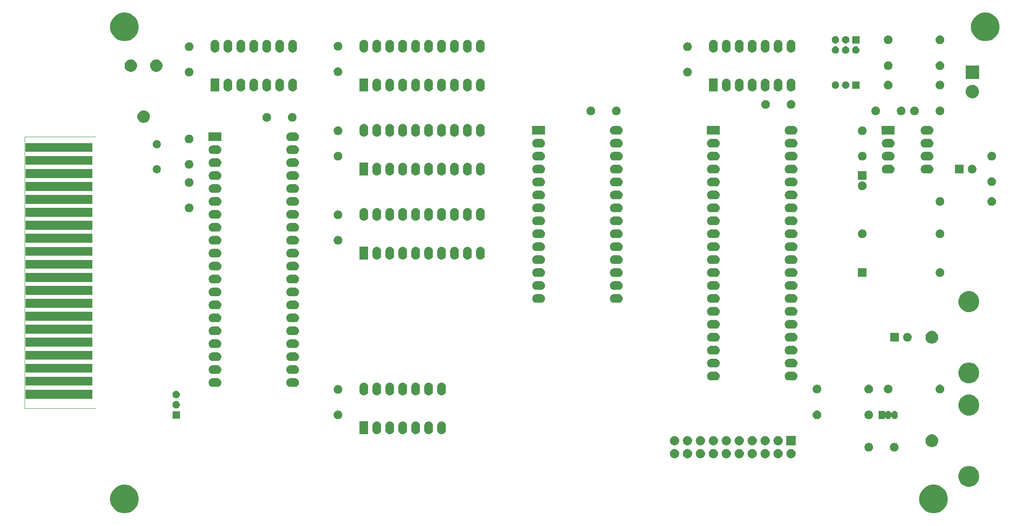
<source format=gbr>
G04 #@! TF.GenerationSoftware,KiCad,Pcbnew,(5.1.4)-1*
G04 #@! TF.CreationDate,2019-12-23T21:25:55+01:00*
G04 #@! TF.ProjectId,Z80MiniFrame-Sound_Graphics,5a38304d-696e-4694-9672-616d652d536f,rev?*
G04 #@! TF.SameCoordinates,Original*
G04 #@! TF.FileFunction,Soldermask,Bot*
G04 #@! TF.FilePolarity,Negative*
%FSLAX46Y46*%
G04 Gerber Fmt 4.6, Leading zero omitted, Abs format (unit mm)*
G04 Created by KiCad (PCBNEW (5.1.4)-1) date 2019-12-23 21:25:55*
%MOMM*%
%LPD*%
G04 APERTURE LIST*
%ADD10C,0.120000*%
%ADD11C,0.100000*%
G04 APERTURE END LIST*
D10*
X59182000Y-69850000D02*
X45212000Y-69850000D01*
X45212000Y-69850000D02*
X45212000Y-123190000D01*
X45212000Y-123190000D02*
X59182000Y-123190000D01*
D11*
G36*
X224337021Y-138276640D02*
G01*
X224846769Y-138487785D01*
X224846771Y-138487786D01*
X225305534Y-138794321D01*
X225695679Y-139184466D01*
X226002214Y-139643229D01*
X226002215Y-139643231D01*
X226213360Y-140152979D01*
X226321000Y-140694124D01*
X226321000Y-141245876D01*
X226213360Y-141787021D01*
X226002215Y-142296769D01*
X226002214Y-142296771D01*
X225695679Y-142755534D01*
X225305534Y-143145679D01*
X224846771Y-143452214D01*
X224846770Y-143452215D01*
X224846769Y-143452215D01*
X224337021Y-143663360D01*
X223795876Y-143771000D01*
X223244124Y-143771000D01*
X222702979Y-143663360D01*
X222193231Y-143452215D01*
X222193230Y-143452215D01*
X222193229Y-143452214D01*
X221734466Y-143145679D01*
X221344321Y-142755534D01*
X221037786Y-142296771D01*
X221037785Y-142296769D01*
X220826640Y-141787021D01*
X220719000Y-141245876D01*
X220719000Y-140694124D01*
X220826640Y-140152979D01*
X221037785Y-139643231D01*
X221037786Y-139643229D01*
X221344321Y-139184466D01*
X221734466Y-138794321D01*
X222193229Y-138487786D01*
X222193231Y-138487785D01*
X222702979Y-138276640D01*
X223244124Y-138169000D01*
X223795876Y-138169000D01*
X224337021Y-138276640D01*
X224337021Y-138276640D01*
G37*
G36*
X65587021Y-138276640D02*
G01*
X66096769Y-138487785D01*
X66096771Y-138487786D01*
X66555534Y-138794321D01*
X66945679Y-139184466D01*
X67252214Y-139643229D01*
X67252215Y-139643231D01*
X67463360Y-140152979D01*
X67571000Y-140694124D01*
X67571000Y-141245876D01*
X67463360Y-141787021D01*
X67252215Y-142296769D01*
X67252214Y-142296771D01*
X66945679Y-142755534D01*
X66555534Y-143145679D01*
X66096771Y-143452214D01*
X66096770Y-143452215D01*
X66096769Y-143452215D01*
X65587021Y-143663360D01*
X65045876Y-143771000D01*
X64494124Y-143771000D01*
X63952979Y-143663360D01*
X63443231Y-143452215D01*
X63443230Y-143452215D01*
X63443229Y-143452214D01*
X62984466Y-143145679D01*
X62594321Y-142755534D01*
X62287786Y-142296771D01*
X62287785Y-142296769D01*
X62076640Y-141787021D01*
X61969000Y-141245876D01*
X61969000Y-140694124D01*
X62076640Y-140152979D01*
X62287785Y-139643231D01*
X62287786Y-139643229D01*
X62594321Y-139184466D01*
X62984466Y-138794321D01*
X63443229Y-138487786D01*
X63443231Y-138487785D01*
X63952979Y-138276640D01*
X64494124Y-138169000D01*
X65045876Y-138169000D01*
X65587021Y-138276640D01*
X65587021Y-138276640D01*
G37*
G36*
X231058254Y-134567818D02*
G01*
X231431511Y-134722426D01*
X231431513Y-134722427D01*
X231767436Y-134946884D01*
X232053116Y-135232564D01*
X232277574Y-135568489D01*
X232432182Y-135941746D01*
X232511000Y-136337993D01*
X232511000Y-136742007D01*
X232432182Y-137138254D01*
X232277574Y-137511511D01*
X232277573Y-137511513D01*
X232053116Y-137847436D01*
X231767436Y-138133116D01*
X231431513Y-138357573D01*
X231431512Y-138357574D01*
X231431511Y-138357574D01*
X231058254Y-138512182D01*
X230662007Y-138591000D01*
X230257993Y-138591000D01*
X229861746Y-138512182D01*
X229488489Y-138357574D01*
X229488488Y-138357574D01*
X229488487Y-138357573D01*
X229152564Y-138133116D01*
X228866884Y-137847436D01*
X228642427Y-137511513D01*
X228642426Y-137511511D01*
X228487818Y-137138254D01*
X228409000Y-136742007D01*
X228409000Y-136337993D01*
X228487818Y-135941746D01*
X228642426Y-135568489D01*
X228866884Y-135232564D01*
X229152564Y-134946884D01*
X229488487Y-134722427D01*
X229488489Y-134722426D01*
X229861746Y-134567818D01*
X230257993Y-134489000D01*
X230662007Y-134489000D01*
X231058254Y-134567818D01*
X231058254Y-134567818D01*
G37*
G36*
X190679294Y-131178633D02*
G01*
X190851695Y-131230931D01*
X191010583Y-131315858D01*
X191149849Y-131430151D01*
X191264142Y-131569417D01*
X191349069Y-131728305D01*
X191401367Y-131900706D01*
X191419025Y-132080000D01*
X191401367Y-132259294D01*
X191349069Y-132431695D01*
X191264142Y-132590583D01*
X191149849Y-132729849D01*
X191010583Y-132844142D01*
X190851695Y-132929069D01*
X190679294Y-132981367D01*
X190544931Y-132994600D01*
X190455069Y-132994600D01*
X190320706Y-132981367D01*
X190148305Y-132929069D01*
X189989417Y-132844142D01*
X189850151Y-132729849D01*
X189735858Y-132590583D01*
X189650931Y-132431695D01*
X189598633Y-132259294D01*
X189580975Y-132080000D01*
X189598633Y-131900706D01*
X189650931Y-131728305D01*
X189735858Y-131569417D01*
X189850151Y-131430151D01*
X189989417Y-131315858D01*
X190148305Y-131230931D01*
X190320706Y-131178633D01*
X190455069Y-131165400D01*
X190544931Y-131165400D01*
X190679294Y-131178633D01*
X190679294Y-131178633D01*
G37*
G36*
X188139294Y-131178633D02*
G01*
X188311695Y-131230931D01*
X188470583Y-131315858D01*
X188609849Y-131430151D01*
X188724142Y-131569417D01*
X188809069Y-131728305D01*
X188861367Y-131900706D01*
X188879025Y-132080000D01*
X188861367Y-132259294D01*
X188809069Y-132431695D01*
X188724142Y-132590583D01*
X188609849Y-132729849D01*
X188470583Y-132844142D01*
X188311695Y-132929069D01*
X188139294Y-132981367D01*
X188004931Y-132994600D01*
X187915069Y-132994600D01*
X187780706Y-132981367D01*
X187608305Y-132929069D01*
X187449417Y-132844142D01*
X187310151Y-132729849D01*
X187195858Y-132590583D01*
X187110931Y-132431695D01*
X187058633Y-132259294D01*
X187040975Y-132080000D01*
X187058633Y-131900706D01*
X187110931Y-131728305D01*
X187195858Y-131569417D01*
X187310151Y-131430151D01*
X187449417Y-131315858D01*
X187608305Y-131230931D01*
X187780706Y-131178633D01*
X187915069Y-131165400D01*
X188004931Y-131165400D01*
X188139294Y-131178633D01*
X188139294Y-131178633D01*
G37*
G36*
X185599294Y-131178633D02*
G01*
X185771695Y-131230931D01*
X185930583Y-131315858D01*
X186069849Y-131430151D01*
X186184142Y-131569417D01*
X186269069Y-131728305D01*
X186321367Y-131900706D01*
X186339025Y-132080000D01*
X186321367Y-132259294D01*
X186269069Y-132431695D01*
X186184142Y-132590583D01*
X186069849Y-132729849D01*
X185930583Y-132844142D01*
X185771695Y-132929069D01*
X185599294Y-132981367D01*
X185464931Y-132994600D01*
X185375069Y-132994600D01*
X185240706Y-132981367D01*
X185068305Y-132929069D01*
X184909417Y-132844142D01*
X184770151Y-132729849D01*
X184655858Y-132590583D01*
X184570931Y-132431695D01*
X184518633Y-132259294D01*
X184500975Y-132080000D01*
X184518633Y-131900706D01*
X184570931Y-131728305D01*
X184655858Y-131569417D01*
X184770151Y-131430151D01*
X184909417Y-131315858D01*
X185068305Y-131230931D01*
X185240706Y-131178633D01*
X185375069Y-131165400D01*
X185464931Y-131165400D01*
X185599294Y-131178633D01*
X185599294Y-131178633D01*
G37*
G36*
X183059294Y-131178633D02*
G01*
X183231695Y-131230931D01*
X183390583Y-131315858D01*
X183529849Y-131430151D01*
X183644142Y-131569417D01*
X183729069Y-131728305D01*
X183781367Y-131900706D01*
X183799025Y-132080000D01*
X183781367Y-132259294D01*
X183729069Y-132431695D01*
X183644142Y-132590583D01*
X183529849Y-132729849D01*
X183390583Y-132844142D01*
X183231695Y-132929069D01*
X183059294Y-132981367D01*
X182924931Y-132994600D01*
X182835069Y-132994600D01*
X182700706Y-132981367D01*
X182528305Y-132929069D01*
X182369417Y-132844142D01*
X182230151Y-132729849D01*
X182115858Y-132590583D01*
X182030931Y-132431695D01*
X181978633Y-132259294D01*
X181960975Y-132080000D01*
X181978633Y-131900706D01*
X182030931Y-131728305D01*
X182115858Y-131569417D01*
X182230151Y-131430151D01*
X182369417Y-131315858D01*
X182528305Y-131230931D01*
X182700706Y-131178633D01*
X182835069Y-131165400D01*
X182924931Y-131165400D01*
X183059294Y-131178633D01*
X183059294Y-131178633D01*
G37*
G36*
X180519294Y-131178633D02*
G01*
X180691695Y-131230931D01*
X180850583Y-131315858D01*
X180989849Y-131430151D01*
X181104142Y-131569417D01*
X181189069Y-131728305D01*
X181241367Y-131900706D01*
X181259025Y-132080000D01*
X181241367Y-132259294D01*
X181189069Y-132431695D01*
X181104142Y-132590583D01*
X180989849Y-132729849D01*
X180850583Y-132844142D01*
X180691695Y-132929069D01*
X180519294Y-132981367D01*
X180384931Y-132994600D01*
X180295069Y-132994600D01*
X180160706Y-132981367D01*
X179988305Y-132929069D01*
X179829417Y-132844142D01*
X179690151Y-132729849D01*
X179575858Y-132590583D01*
X179490931Y-132431695D01*
X179438633Y-132259294D01*
X179420975Y-132080000D01*
X179438633Y-131900706D01*
X179490931Y-131728305D01*
X179575858Y-131569417D01*
X179690151Y-131430151D01*
X179829417Y-131315858D01*
X179988305Y-131230931D01*
X180160706Y-131178633D01*
X180295069Y-131165400D01*
X180384931Y-131165400D01*
X180519294Y-131178633D01*
X180519294Y-131178633D01*
G37*
G36*
X175439294Y-131178633D02*
G01*
X175611695Y-131230931D01*
X175770583Y-131315858D01*
X175909849Y-131430151D01*
X176024142Y-131569417D01*
X176109069Y-131728305D01*
X176161367Y-131900706D01*
X176179025Y-132080000D01*
X176161367Y-132259294D01*
X176109069Y-132431695D01*
X176024142Y-132590583D01*
X175909849Y-132729849D01*
X175770583Y-132844142D01*
X175611695Y-132929069D01*
X175439294Y-132981367D01*
X175304931Y-132994600D01*
X175215069Y-132994600D01*
X175080706Y-132981367D01*
X174908305Y-132929069D01*
X174749417Y-132844142D01*
X174610151Y-132729849D01*
X174495858Y-132590583D01*
X174410931Y-132431695D01*
X174358633Y-132259294D01*
X174340975Y-132080000D01*
X174358633Y-131900706D01*
X174410931Y-131728305D01*
X174495858Y-131569417D01*
X174610151Y-131430151D01*
X174749417Y-131315858D01*
X174908305Y-131230931D01*
X175080706Y-131178633D01*
X175215069Y-131165400D01*
X175304931Y-131165400D01*
X175439294Y-131178633D01*
X175439294Y-131178633D01*
G37*
G36*
X172899294Y-131178633D02*
G01*
X173071695Y-131230931D01*
X173230583Y-131315858D01*
X173369849Y-131430151D01*
X173484142Y-131569417D01*
X173569069Y-131728305D01*
X173621367Y-131900706D01*
X173639025Y-132080000D01*
X173621367Y-132259294D01*
X173569069Y-132431695D01*
X173484142Y-132590583D01*
X173369849Y-132729849D01*
X173230583Y-132844142D01*
X173071695Y-132929069D01*
X172899294Y-132981367D01*
X172764931Y-132994600D01*
X172675069Y-132994600D01*
X172540706Y-132981367D01*
X172368305Y-132929069D01*
X172209417Y-132844142D01*
X172070151Y-132729849D01*
X171955858Y-132590583D01*
X171870931Y-132431695D01*
X171818633Y-132259294D01*
X171800975Y-132080000D01*
X171818633Y-131900706D01*
X171870931Y-131728305D01*
X171955858Y-131569417D01*
X172070151Y-131430151D01*
X172209417Y-131315858D01*
X172368305Y-131230931D01*
X172540706Y-131178633D01*
X172675069Y-131165400D01*
X172764931Y-131165400D01*
X172899294Y-131178633D01*
X172899294Y-131178633D01*
G37*
G36*
X193219294Y-131178633D02*
G01*
X193391695Y-131230931D01*
X193550583Y-131315858D01*
X193689849Y-131430151D01*
X193804142Y-131569417D01*
X193889069Y-131728305D01*
X193941367Y-131900706D01*
X193959025Y-132080000D01*
X193941367Y-132259294D01*
X193889069Y-132431695D01*
X193804142Y-132590583D01*
X193689849Y-132729849D01*
X193550583Y-132844142D01*
X193391695Y-132929069D01*
X193219294Y-132981367D01*
X193084931Y-132994600D01*
X192995069Y-132994600D01*
X192860706Y-132981367D01*
X192688305Y-132929069D01*
X192529417Y-132844142D01*
X192390151Y-132729849D01*
X192275858Y-132590583D01*
X192190931Y-132431695D01*
X192138633Y-132259294D01*
X192120975Y-132080000D01*
X192138633Y-131900706D01*
X192190931Y-131728305D01*
X192275858Y-131569417D01*
X192390151Y-131430151D01*
X192529417Y-131315858D01*
X192688305Y-131230931D01*
X192860706Y-131178633D01*
X192995069Y-131165400D01*
X193084931Y-131165400D01*
X193219294Y-131178633D01*
X193219294Y-131178633D01*
G37*
G36*
X195759294Y-131178633D02*
G01*
X195931695Y-131230931D01*
X196090583Y-131315858D01*
X196229849Y-131430151D01*
X196344142Y-131569417D01*
X196429069Y-131728305D01*
X196481367Y-131900706D01*
X196499025Y-132080000D01*
X196481367Y-132259294D01*
X196429069Y-132431695D01*
X196344142Y-132590583D01*
X196229849Y-132729849D01*
X196090583Y-132844142D01*
X195931695Y-132929069D01*
X195759294Y-132981367D01*
X195624931Y-132994600D01*
X195535069Y-132994600D01*
X195400706Y-132981367D01*
X195228305Y-132929069D01*
X195069417Y-132844142D01*
X194930151Y-132729849D01*
X194815858Y-132590583D01*
X194730931Y-132431695D01*
X194678633Y-132259294D01*
X194660975Y-132080000D01*
X194678633Y-131900706D01*
X194730931Y-131728305D01*
X194815858Y-131569417D01*
X194930151Y-131430151D01*
X195069417Y-131315858D01*
X195228305Y-131230931D01*
X195400706Y-131178633D01*
X195535069Y-131165400D01*
X195624931Y-131165400D01*
X195759294Y-131178633D01*
X195759294Y-131178633D01*
G37*
G36*
X177979294Y-131178633D02*
G01*
X178151695Y-131230931D01*
X178310583Y-131315858D01*
X178449849Y-131430151D01*
X178564142Y-131569417D01*
X178649069Y-131728305D01*
X178701367Y-131900706D01*
X178719025Y-132080000D01*
X178701367Y-132259294D01*
X178649069Y-132431695D01*
X178564142Y-132590583D01*
X178449849Y-132729849D01*
X178310583Y-132844142D01*
X178151695Y-132929069D01*
X177979294Y-132981367D01*
X177844931Y-132994600D01*
X177755069Y-132994600D01*
X177620706Y-132981367D01*
X177448305Y-132929069D01*
X177289417Y-132844142D01*
X177150151Y-132729849D01*
X177035858Y-132590583D01*
X176950931Y-132431695D01*
X176898633Y-132259294D01*
X176880975Y-132080000D01*
X176898633Y-131900706D01*
X176950931Y-131728305D01*
X177035858Y-131569417D01*
X177150151Y-131430151D01*
X177289417Y-131315858D01*
X177448305Y-131230931D01*
X177620706Y-131178633D01*
X177755069Y-131165400D01*
X177844931Y-131165400D01*
X177979294Y-131178633D01*
X177979294Y-131178633D01*
G37*
G36*
X216068228Y-129991703D02*
G01*
X216223100Y-130055853D01*
X216362481Y-130148985D01*
X216481015Y-130267519D01*
X216574147Y-130406900D01*
X216638297Y-130561772D01*
X216671000Y-130726184D01*
X216671000Y-130893816D01*
X216638297Y-131058228D01*
X216574147Y-131213100D01*
X216481015Y-131352481D01*
X216362481Y-131471015D01*
X216223100Y-131564147D01*
X216068228Y-131628297D01*
X215903816Y-131661000D01*
X215736184Y-131661000D01*
X215571772Y-131628297D01*
X215416900Y-131564147D01*
X215277519Y-131471015D01*
X215158985Y-131352481D01*
X215065853Y-131213100D01*
X215001703Y-131058228D01*
X214969000Y-130893816D01*
X214969000Y-130726184D01*
X215001703Y-130561772D01*
X215065853Y-130406900D01*
X215158985Y-130267519D01*
X215277519Y-130148985D01*
X215416900Y-130055853D01*
X215571772Y-129991703D01*
X215736184Y-129959000D01*
X215903816Y-129959000D01*
X216068228Y-129991703D01*
X216068228Y-129991703D01*
G37*
G36*
X211068228Y-129991703D02*
G01*
X211223100Y-130055853D01*
X211362481Y-130148985D01*
X211481015Y-130267519D01*
X211574147Y-130406900D01*
X211638297Y-130561772D01*
X211671000Y-130726184D01*
X211671000Y-130893816D01*
X211638297Y-131058228D01*
X211574147Y-131213100D01*
X211481015Y-131352481D01*
X211362481Y-131471015D01*
X211223100Y-131564147D01*
X211068228Y-131628297D01*
X210903816Y-131661000D01*
X210736184Y-131661000D01*
X210571772Y-131628297D01*
X210416900Y-131564147D01*
X210277519Y-131471015D01*
X210158985Y-131352481D01*
X210065853Y-131213100D01*
X210001703Y-131058228D01*
X209969000Y-130893816D01*
X209969000Y-130726184D01*
X210001703Y-130561772D01*
X210065853Y-130406900D01*
X210158985Y-130267519D01*
X210277519Y-130148985D01*
X210416900Y-130055853D01*
X210571772Y-129991703D01*
X210736184Y-129959000D01*
X210903816Y-129959000D01*
X211068228Y-129991703D01*
X211068228Y-129991703D01*
G37*
G36*
X223554903Y-128337075D02*
G01*
X223782571Y-128431378D01*
X223987466Y-128568285D01*
X224161715Y-128742534D01*
X224161716Y-128742536D01*
X224298623Y-128947431D01*
X224392925Y-129175097D01*
X224441000Y-129416786D01*
X224441000Y-129663214D01*
X224392925Y-129904903D01*
X224332583Y-130050583D01*
X224298622Y-130132571D01*
X224161715Y-130337466D01*
X223987466Y-130511715D01*
X223782571Y-130648622D01*
X223782570Y-130648623D01*
X223782569Y-130648623D01*
X223554903Y-130742925D01*
X223313214Y-130791000D01*
X223066786Y-130791000D01*
X222825097Y-130742925D01*
X222597431Y-130648623D01*
X222597430Y-130648623D01*
X222597429Y-130648622D01*
X222392534Y-130511715D01*
X222218285Y-130337466D01*
X222081378Y-130132571D01*
X222047418Y-130050583D01*
X221987075Y-129904903D01*
X221939000Y-129663214D01*
X221939000Y-129416786D01*
X221987075Y-129175097D01*
X222081377Y-128947431D01*
X222218284Y-128742536D01*
X222218285Y-128742534D01*
X222392534Y-128568285D01*
X222597429Y-128431378D01*
X222825097Y-128337075D01*
X223066786Y-128289000D01*
X223313214Y-128289000D01*
X223554903Y-128337075D01*
X223554903Y-128337075D01*
G37*
G36*
X196494600Y-130454600D02*
G01*
X194665400Y-130454600D01*
X194665400Y-128625400D01*
X196494600Y-128625400D01*
X196494600Y-130454600D01*
X196494600Y-130454600D01*
G37*
G36*
X172899294Y-128638633D02*
G01*
X173071695Y-128690931D01*
X173230583Y-128775858D01*
X173369849Y-128890151D01*
X173484142Y-129029417D01*
X173569069Y-129188305D01*
X173621367Y-129360706D01*
X173639025Y-129540000D01*
X173621367Y-129719294D01*
X173569069Y-129891695D01*
X173484142Y-130050583D01*
X173369849Y-130189849D01*
X173230583Y-130304142D01*
X173071695Y-130389069D01*
X172899294Y-130441367D01*
X172764931Y-130454600D01*
X172675069Y-130454600D01*
X172540706Y-130441367D01*
X172368305Y-130389069D01*
X172209417Y-130304142D01*
X172070151Y-130189849D01*
X171955858Y-130050583D01*
X171870931Y-129891695D01*
X171818633Y-129719294D01*
X171800975Y-129540000D01*
X171818633Y-129360706D01*
X171870931Y-129188305D01*
X171955858Y-129029417D01*
X172070151Y-128890151D01*
X172209417Y-128775858D01*
X172368305Y-128690931D01*
X172540706Y-128638633D01*
X172675069Y-128625400D01*
X172764931Y-128625400D01*
X172899294Y-128638633D01*
X172899294Y-128638633D01*
G37*
G36*
X175439294Y-128638633D02*
G01*
X175611695Y-128690931D01*
X175770583Y-128775858D01*
X175909849Y-128890151D01*
X176024142Y-129029417D01*
X176109069Y-129188305D01*
X176161367Y-129360706D01*
X176179025Y-129540000D01*
X176161367Y-129719294D01*
X176109069Y-129891695D01*
X176024142Y-130050583D01*
X175909849Y-130189849D01*
X175770583Y-130304142D01*
X175611695Y-130389069D01*
X175439294Y-130441367D01*
X175304931Y-130454600D01*
X175215069Y-130454600D01*
X175080706Y-130441367D01*
X174908305Y-130389069D01*
X174749417Y-130304142D01*
X174610151Y-130189849D01*
X174495858Y-130050583D01*
X174410931Y-129891695D01*
X174358633Y-129719294D01*
X174340975Y-129540000D01*
X174358633Y-129360706D01*
X174410931Y-129188305D01*
X174495858Y-129029417D01*
X174610151Y-128890151D01*
X174749417Y-128775858D01*
X174908305Y-128690931D01*
X175080706Y-128638633D01*
X175215069Y-128625400D01*
X175304931Y-128625400D01*
X175439294Y-128638633D01*
X175439294Y-128638633D01*
G37*
G36*
X177979294Y-128638633D02*
G01*
X178151695Y-128690931D01*
X178310583Y-128775858D01*
X178449849Y-128890151D01*
X178564142Y-129029417D01*
X178649069Y-129188305D01*
X178701367Y-129360706D01*
X178719025Y-129540000D01*
X178701367Y-129719294D01*
X178649069Y-129891695D01*
X178564142Y-130050583D01*
X178449849Y-130189849D01*
X178310583Y-130304142D01*
X178151695Y-130389069D01*
X177979294Y-130441367D01*
X177844931Y-130454600D01*
X177755069Y-130454600D01*
X177620706Y-130441367D01*
X177448305Y-130389069D01*
X177289417Y-130304142D01*
X177150151Y-130189849D01*
X177035858Y-130050583D01*
X176950931Y-129891695D01*
X176898633Y-129719294D01*
X176880975Y-129540000D01*
X176898633Y-129360706D01*
X176950931Y-129188305D01*
X177035858Y-129029417D01*
X177150151Y-128890151D01*
X177289417Y-128775858D01*
X177448305Y-128690931D01*
X177620706Y-128638633D01*
X177755069Y-128625400D01*
X177844931Y-128625400D01*
X177979294Y-128638633D01*
X177979294Y-128638633D01*
G37*
G36*
X180519294Y-128638633D02*
G01*
X180691695Y-128690931D01*
X180850583Y-128775858D01*
X180989849Y-128890151D01*
X181104142Y-129029417D01*
X181189069Y-129188305D01*
X181241367Y-129360706D01*
X181259025Y-129540000D01*
X181241367Y-129719294D01*
X181189069Y-129891695D01*
X181104142Y-130050583D01*
X180989849Y-130189849D01*
X180850583Y-130304142D01*
X180691695Y-130389069D01*
X180519294Y-130441367D01*
X180384931Y-130454600D01*
X180295069Y-130454600D01*
X180160706Y-130441367D01*
X179988305Y-130389069D01*
X179829417Y-130304142D01*
X179690151Y-130189849D01*
X179575858Y-130050583D01*
X179490931Y-129891695D01*
X179438633Y-129719294D01*
X179420975Y-129540000D01*
X179438633Y-129360706D01*
X179490931Y-129188305D01*
X179575858Y-129029417D01*
X179690151Y-128890151D01*
X179829417Y-128775858D01*
X179988305Y-128690931D01*
X180160706Y-128638633D01*
X180295069Y-128625400D01*
X180384931Y-128625400D01*
X180519294Y-128638633D01*
X180519294Y-128638633D01*
G37*
G36*
X183059294Y-128638633D02*
G01*
X183231695Y-128690931D01*
X183390583Y-128775858D01*
X183529849Y-128890151D01*
X183644142Y-129029417D01*
X183729069Y-129188305D01*
X183781367Y-129360706D01*
X183799025Y-129540000D01*
X183781367Y-129719294D01*
X183729069Y-129891695D01*
X183644142Y-130050583D01*
X183529849Y-130189849D01*
X183390583Y-130304142D01*
X183231695Y-130389069D01*
X183059294Y-130441367D01*
X182924931Y-130454600D01*
X182835069Y-130454600D01*
X182700706Y-130441367D01*
X182528305Y-130389069D01*
X182369417Y-130304142D01*
X182230151Y-130189849D01*
X182115858Y-130050583D01*
X182030931Y-129891695D01*
X181978633Y-129719294D01*
X181960975Y-129540000D01*
X181978633Y-129360706D01*
X182030931Y-129188305D01*
X182115858Y-129029417D01*
X182230151Y-128890151D01*
X182369417Y-128775858D01*
X182528305Y-128690931D01*
X182700706Y-128638633D01*
X182835069Y-128625400D01*
X182924931Y-128625400D01*
X183059294Y-128638633D01*
X183059294Y-128638633D01*
G37*
G36*
X185599294Y-128638633D02*
G01*
X185771695Y-128690931D01*
X185930583Y-128775858D01*
X186069849Y-128890151D01*
X186184142Y-129029417D01*
X186269069Y-129188305D01*
X186321367Y-129360706D01*
X186339025Y-129540000D01*
X186321367Y-129719294D01*
X186269069Y-129891695D01*
X186184142Y-130050583D01*
X186069849Y-130189849D01*
X185930583Y-130304142D01*
X185771695Y-130389069D01*
X185599294Y-130441367D01*
X185464931Y-130454600D01*
X185375069Y-130454600D01*
X185240706Y-130441367D01*
X185068305Y-130389069D01*
X184909417Y-130304142D01*
X184770151Y-130189849D01*
X184655858Y-130050583D01*
X184570931Y-129891695D01*
X184518633Y-129719294D01*
X184500975Y-129540000D01*
X184518633Y-129360706D01*
X184570931Y-129188305D01*
X184655858Y-129029417D01*
X184770151Y-128890151D01*
X184909417Y-128775858D01*
X185068305Y-128690931D01*
X185240706Y-128638633D01*
X185375069Y-128625400D01*
X185464931Y-128625400D01*
X185599294Y-128638633D01*
X185599294Y-128638633D01*
G37*
G36*
X193219294Y-128638633D02*
G01*
X193391695Y-128690931D01*
X193550583Y-128775858D01*
X193689849Y-128890151D01*
X193804142Y-129029417D01*
X193889069Y-129188305D01*
X193941367Y-129360706D01*
X193959025Y-129540000D01*
X193941367Y-129719294D01*
X193889069Y-129891695D01*
X193804142Y-130050583D01*
X193689849Y-130189849D01*
X193550583Y-130304142D01*
X193391695Y-130389069D01*
X193219294Y-130441367D01*
X193084931Y-130454600D01*
X192995069Y-130454600D01*
X192860706Y-130441367D01*
X192688305Y-130389069D01*
X192529417Y-130304142D01*
X192390151Y-130189849D01*
X192275858Y-130050583D01*
X192190931Y-129891695D01*
X192138633Y-129719294D01*
X192120975Y-129540000D01*
X192138633Y-129360706D01*
X192190931Y-129188305D01*
X192275858Y-129029417D01*
X192390151Y-128890151D01*
X192529417Y-128775858D01*
X192688305Y-128690931D01*
X192860706Y-128638633D01*
X192995069Y-128625400D01*
X193084931Y-128625400D01*
X193219294Y-128638633D01*
X193219294Y-128638633D01*
G37*
G36*
X188139294Y-128638633D02*
G01*
X188311695Y-128690931D01*
X188470583Y-128775858D01*
X188609849Y-128890151D01*
X188724142Y-129029417D01*
X188809069Y-129188305D01*
X188861367Y-129360706D01*
X188879025Y-129540000D01*
X188861367Y-129719294D01*
X188809069Y-129891695D01*
X188724142Y-130050583D01*
X188609849Y-130189849D01*
X188470583Y-130304142D01*
X188311695Y-130389069D01*
X188139294Y-130441367D01*
X188004931Y-130454600D01*
X187915069Y-130454600D01*
X187780706Y-130441367D01*
X187608305Y-130389069D01*
X187449417Y-130304142D01*
X187310151Y-130189849D01*
X187195858Y-130050583D01*
X187110931Y-129891695D01*
X187058633Y-129719294D01*
X187040975Y-129540000D01*
X187058633Y-129360706D01*
X187110931Y-129188305D01*
X187195858Y-129029417D01*
X187310151Y-128890151D01*
X187449417Y-128775858D01*
X187608305Y-128690931D01*
X187780706Y-128638633D01*
X187915069Y-128625400D01*
X188004931Y-128625400D01*
X188139294Y-128638633D01*
X188139294Y-128638633D01*
G37*
G36*
X190679294Y-128638633D02*
G01*
X190851695Y-128690931D01*
X191010583Y-128775858D01*
X191149849Y-128890151D01*
X191264142Y-129029417D01*
X191349069Y-129188305D01*
X191401367Y-129360706D01*
X191419025Y-129540000D01*
X191401367Y-129719294D01*
X191349069Y-129891695D01*
X191264142Y-130050583D01*
X191149849Y-130189849D01*
X191010583Y-130304142D01*
X190851695Y-130389069D01*
X190679294Y-130441367D01*
X190544931Y-130454600D01*
X190455069Y-130454600D01*
X190320706Y-130441367D01*
X190148305Y-130389069D01*
X189989417Y-130304142D01*
X189850151Y-130189849D01*
X189735858Y-130050583D01*
X189650931Y-129891695D01*
X189598633Y-129719294D01*
X189580975Y-129540000D01*
X189598633Y-129360706D01*
X189650931Y-129188305D01*
X189735858Y-129029417D01*
X189850151Y-128890151D01*
X189989417Y-128775858D01*
X190148305Y-128690931D01*
X190320706Y-128638633D01*
X190455069Y-128625400D01*
X190544931Y-128625400D01*
X190679294Y-128638633D01*
X190679294Y-128638633D01*
G37*
G36*
X119546822Y-125761313D02*
G01*
X119707241Y-125809976D01*
X119855077Y-125888995D01*
X119984659Y-125995341D01*
X120091004Y-126124922D01*
X120091005Y-126124924D01*
X120170024Y-126272758D01*
X120218687Y-126433177D01*
X120231000Y-126558196D01*
X120231000Y-127441803D01*
X120218687Y-127566822D01*
X120170024Y-127727242D01*
X120099114Y-127859906D01*
X120091004Y-127875078D01*
X119984659Y-128004659D01*
X119855078Y-128111004D01*
X119855076Y-128111005D01*
X119707242Y-128190024D01*
X119546823Y-128238687D01*
X119380000Y-128255117D01*
X119213178Y-128238687D01*
X119052759Y-128190024D01*
X118904925Y-128111005D01*
X118904923Y-128111004D01*
X118775342Y-128004659D01*
X118668997Y-127875078D01*
X118660887Y-127859906D01*
X118589977Y-127727242D01*
X118541314Y-127566823D01*
X118529000Y-127441803D01*
X118529000Y-126558197D01*
X118541313Y-126433178D01*
X118589976Y-126272759D01*
X118668995Y-126124923D01*
X118775341Y-125995341D01*
X118904922Y-125888996D01*
X118920094Y-125880886D01*
X119052758Y-125809976D01*
X119213177Y-125761313D01*
X119380000Y-125744883D01*
X119546822Y-125761313D01*
X119546822Y-125761313D01*
G37*
G36*
X127166822Y-125761313D02*
G01*
X127327241Y-125809976D01*
X127475077Y-125888995D01*
X127604659Y-125995341D01*
X127711004Y-126124922D01*
X127711005Y-126124924D01*
X127790024Y-126272758D01*
X127838687Y-126433177D01*
X127851000Y-126558196D01*
X127851000Y-127441803D01*
X127838687Y-127566822D01*
X127790024Y-127727242D01*
X127719114Y-127859906D01*
X127711004Y-127875078D01*
X127604659Y-128004659D01*
X127475078Y-128111004D01*
X127475076Y-128111005D01*
X127327242Y-128190024D01*
X127166823Y-128238687D01*
X127000000Y-128255117D01*
X126833178Y-128238687D01*
X126672759Y-128190024D01*
X126524925Y-128111005D01*
X126524923Y-128111004D01*
X126395342Y-128004659D01*
X126288997Y-127875078D01*
X126280887Y-127859906D01*
X126209977Y-127727242D01*
X126161314Y-127566823D01*
X126149000Y-127441803D01*
X126149000Y-126558197D01*
X126161313Y-126433178D01*
X126209976Y-126272759D01*
X126288995Y-126124923D01*
X126395341Y-125995341D01*
X126524922Y-125888996D01*
X126540094Y-125880886D01*
X126672758Y-125809976D01*
X126833177Y-125761313D01*
X127000000Y-125744883D01*
X127166822Y-125761313D01*
X127166822Y-125761313D01*
G37*
G36*
X124626822Y-125761313D02*
G01*
X124787241Y-125809976D01*
X124935077Y-125888995D01*
X125064659Y-125995341D01*
X125171004Y-126124922D01*
X125171005Y-126124924D01*
X125250024Y-126272758D01*
X125298687Y-126433177D01*
X125311000Y-126558196D01*
X125311000Y-127441803D01*
X125298687Y-127566822D01*
X125250024Y-127727242D01*
X125179114Y-127859906D01*
X125171004Y-127875078D01*
X125064659Y-128004659D01*
X124935078Y-128111004D01*
X124935076Y-128111005D01*
X124787242Y-128190024D01*
X124626823Y-128238687D01*
X124460000Y-128255117D01*
X124293178Y-128238687D01*
X124132759Y-128190024D01*
X123984925Y-128111005D01*
X123984923Y-128111004D01*
X123855342Y-128004659D01*
X123748997Y-127875078D01*
X123740887Y-127859906D01*
X123669977Y-127727242D01*
X123621314Y-127566823D01*
X123609000Y-127441803D01*
X123609000Y-126558197D01*
X123621313Y-126433178D01*
X123669976Y-126272759D01*
X123748995Y-126124923D01*
X123855341Y-125995341D01*
X123984922Y-125888996D01*
X124000094Y-125880886D01*
X124132758Y-125809976D01*
X124293177Y-125761313D01*
X124460000Y-125744883D01*
X124626822Y-125761313D01*
X124626822Y-125761313D01*
G37*
G36*
X117006822Y-125761313D02*
G01*
X117167241Y-125809976D01*
X117315077Y-125888995D01*
X117444659Y-125995341D01*
X117551004Y-126124922D01*
X117551005Y-126124924D01*
X117630024Y-126272758D01*
X117678687Y-126433177D01*
X117691000Y-126558196D01*
X117691000Y-127441803D01*
X117678687Y-127566822D01*
X117630024Y-127727242D01*
X117559114Y-127859906D01*
X117551004Y-127875078D01*
X117444659Y-128004659D01*
X117315078Y-128111004D01*
X117315076Y-128111005D01*
X117167242Y-128190024D01*
X117006823Y-128238687D01*
X116840000Y-128255117D01*
X116673178Y-128238687D01*
X116512759Y-128190024D01*
X116364925Y-128111005D01*
X116364923Y-128111004D01*
X116235342Y-128004659D01*
X116128997Y-127875078D01*
X116120887Y-127859906D01*
X116049977Y-127727242D01*
X116001314Y-127566823D01*
X115989000Y-127441803D01*
X115989000Y-126558197D01*
X116001313Y-126433178D01*
X116049976Y-126272759D01*
X116128995Y-126124923D01*
X116235341Y-125995341D01*
X116364922Y-125888996D01*
X116380094Y-125880886D01*
X116512758Y-125809976D01*
X116673177Y-125761313D01*
X116840000Y-125744883D01*
X117006822Y-125761313D01*
X117006822Y-125761313D01*
G37*
G36*
X114466822Y-125761313D02*
G01*
X114627241Y-125809976D01*
X114775077Y-125888995D01*
X114904659Y-125995341D01*
X115011004Y-126124922D01*
X115011005Y-126124924D01*
X115090024Y-126272758D01*
X115138687Y-126433177D01*
X115151000Y-126558196D01*
X115151000Y-127441803D01*
X115138687Y-127566822D01*
X115090024Y-127727242D01*
X115019114Y-127859906D01*
X115011004Y-127875078D01*
X114904659Y-128004659D01*
X114775078Y-128111004D01*
X114775076Y-128111005D01*
X114627242Y-128190024D01*
X114466823Y-128238687D01*
X114300000Y-128255117D01*
X114133178Y-128238687D01*
X113972759Y-128190024D01*
X113824925Y-128111005D01*
X113824923Y-128111004D01*
X113695342Y-128004659D01*
X113588997Y-127875078D01*
X113580887Y-127859906D01*
X113509977Y-127727242D01*
X113461314Y-127566823D01*
X113449000Y-127441803D01*
X113449000Y-126558197D01*
X113461313Y-126433178D01*
X113509976Y-126272759D01*
X113588995Y-126124923D01*
X113695341Y-125995341D01*
X113824922Y-125888996D01*
X113840094Y-125880886D01*
X113972758Y-125809976D01*
X114133177Y-125761313D01*
X114300000Y-125744883D01*
X114466822Y-125761313D01*
X114466822Y-125761313D01*
G37*
G36*
X122086822Y-125761313D02*
G01*
X122247241Y-125809976D01*
X122395077Y-125888995D01*
X122524659Y-125995341D01*
X122631004Y-126124922D01*
X122631005Y-126124924D01*
X122710024Y-126272758D01*
X122758687Y-126433177D01*
X122771000Y-126558196D01*
X122771000Y-127441803D01*
X122758687Y-127566822D01*
X122710024Y-127727242D01*
X122639114Y-127859906D01*
X122631004Y-127875078D01*
X122524659Y-128004659D01*
X122395078Y-128111004D01*
X122395076Y-128111005D01*
X122247242Y-128190024D01*
X122086823Y-128238687D01*
X121920000Y-128255117D01*
X121753178Y-128238687D01*
X121592759Y-128190024D01*
X121444925Y-128111005D01*
X121444923Y-128111004D01*
X121315342Y-128004659D01*
X121208997Y-127875078D01*
X121200887Y-127859906D01*
X121129977Y-127727242D01*
X121081314Y-127566823D01*
X121069000Y-127441803D01*
X121069000Y-126558197D01*
X121081313Y-126433178D01*
X121129976Y-126272759D01*
X121208995Y-126124923D01*
X121315341Y-125995341D01*
X121444922Y-125888996D01*
X121460094Y-125880886D01*
X121592758Y-125809976D01*
X121753177Y-125761313D01*
X121920000Y-125744883D01*
X122086822Y-125761313D01*
X122086822Y-125761313D01*
G37*
G36*
X112611000Y-128251000D02*
G01*
X110909000Y-128251000D01*
X110909000Y-125749000D01*
X112611000Y-125749000D01*
X112611000Y-128251000D01*
X112611000Y-128251000D01*
G37*
G36*
X200826823Y-123621313D02*
G01*
X200987242Y-123669976D01*
X201054361Y-123705852D01*
X201135078Y-123748996D01*
X201264659Y-123855341D01*
X201371004Y-123984922D01*
X201371005Y-123984924D01*
X201450024Y-124132758D01*
X201498687Y-124293177D01*
X201515117Y-124460000D01*
X201498687Y-124626823D01*
X201450024Y-124787242D01*
X201386283Y-124906492D01*
X201371004Y-124935078D01*
X201264659Y-125064659D01*
X201135078Y-125171004D01*
X201135076Y-125171005D01*
X200987242Y-125250024D01*
X200826823Y-125298687D01*
X200701804Y-125311000D01*
X200618196Y-125311000D01*
X200493177Y-125298687D01*
X200332758Y-125250024D01*
X200184924Y-125171005D01*
X200184922Y-125171004D01*
X200055341Y-125064659D01*
X199948996Y-124935078D01*
X199933717Y-124906492D01*
X199869976Y-124787242D01*
X199821313Y-124626823D01*
X199804883Y-124460000D01*
X199821313Y-124293177D01*
X199869976Y-124132758D01*
X199948995Y-123984924D01*
X199948996Y-123984922D01*
X200055341Y-123855341D01*
X200184922Y-123748996D01*
X200265639Y-123705852D01*
X200332758Y-123669976D01*
X200493177Y-123621313D01*
X200618196Y-123609000D01*
X200701804Y-123609000D01*
X200826823Y-123621313D01*
X200826823Y-123621313D01*
G37*
G36*
X211068228Y-123641703D02*
G01*
X211223100Y-123705853D01*
X211362481Y-123798985D01*
X211481015Y-123917519D01*
X211574147Y-124056900D01*
X211638297Y-124211772D01*
X211671000Y-124376184D01*
X211671000Y-124543816D01*
X211638297Y-124708228D01*
X211574147Y-124863100D01*
X211481015Y-125002481D01*
X211362481Y-125121015D01*
X211223100Y-125214147D01*
X211068228Y-125278297D01*
X210903816Y-125311000D01*
X210736184Y-125311000D01*
X210571772Y-125278297D01*
X210416900Y-125214147D01*
X210277519Y-125121015D01*
X210158985Y-125002481D01*
X210065853Y-124863100D01*
X210001703Y-124708228D01*
X209969000Y-124543816D01*
X209969000Y-124376184D01*
X210001703Y-124211772D01*
X210065853Y-124056900D01*
X210158985Y-123917519D01*
X210277519Y-123798985D01*
X210416900Y-123705853D01*
X210571772Y-123641703D01*
X210736184Y-123609000D01*
X210903816Y-123609000D01*
X211068228Y-123641703D01*
X211068228Y-123641703D01*
G37*
G36*
X106928228Y-123641703D02*
G01*
X107083100Y-123705853D01*
X107222481Y-123798985D01*
X107341015Y-123917519D01*
X107434147Y-124056900D01*
X107498297Y-124211772D01*
X107531000Y-124376184D01*
X107531000Y-124543816D01*
X107498297Y-124708228D01*
X107434147Y-124863100D01*
X107341015Y-125002481D01*
X107222481Y-125121015D01*
X107083100Y-125214147D01*
X106928228Y-125278297D01*
X106763816Y-125311000D01*
X106596184Y-125311000D01*
X106431772Y-125278297D01*
X106276900Y-125214147D01*
X106137519Y-125121015D01*
X106018985Y-125002481D01*
X105925853Y-124863100D01*
X105861703Y-124708228D01*
X105829000Y-124543816D01*
X105829000Y-124376184D01*
X105861703Y-124211772D01*
X105925853Y-124056900D01*
X106018985Y-123917519D01*
X106137519Y-123798985D01*
X106276900Y-123705853D01*
X106431772Y-123641703D01*
X106596184Y-123609000D01*
X106763816Y-123609000D01*
X106928228Y-123641703D01*
X106928228Y-123641703D01*
G37*
G36*
X216012915Y-123667334D02*
G01*
X216121491Y-123700271D01*
X216121494Y-123700272D01*
X216157600Y-123719571D01*
X216221556Y-123753756D01*
X216309264Y-123825736D01*
X216381244Y-123913443D01*
X216415429Y-123977399D01*
X216434728Y-124013505D01*
X216434729Y-124013508D01*
X216467666Y-124122084D01*
X216476000Y-124206702D01*
X216476000Y-124713297D01*
X216467666Y-124797916D01*
X216435252Y-124904767D01*
X216434728Y-124906495D01*
X216424761Y-124925141D01*
X216381244Y-125006557D01*
X216309264Y-125094264D01*
X216221557Y-125166244D01*
X216157601Y-125200429D01*
X216121495Y-125219728D01*
X216121492Y-125219729D01*
X216012916Y-125252666D01*
X215900000Y-125263787D01*
X215787085Y-125252666D01*
X215678509Y-125219729D01*
X215678506Y-125219728D01*
X215642400Y-125200429D01*
X215578444Y-125166244D01*
X215490737Y-125094264D01*
X215418757Y-125006557D01*
X215400426Y-124972263D01*
X215375239Y-124925141D01*
X215361625Y-124904766D01*
X215344298Y-124887439D01*
X215323924Y-124873826D01*
X215301285Y-124864448D01*
X215277252Y-124859668D01*
X215252748Y-124859668D01*
X215228715Y-124864448D01*
X215206076Y-124873826D01*
X215185701Y-124887440D01*
X215168374Y-124904767D01*
X215154761Y-124925141D01*
X215111244Y-125006557D01*
X215039264Y-125094264D01*
X214951557Y-125166244D01*
X214887601Y-125200429D01*
X214851495Y-125219728D01*
X214851492Y-125219729D01*
X214742916Y-125252666D01*
X214630000Y-125263787D01*
X214517085Y-125252666D01*
X214408509Y-125219729D01*
X214408506Y-125219728D01*
X214372400Y-125200429D01*
X214308444Y-125166244D01*
X214220737Y-125094264D01*
X214157622Y-125017359D01*
X214140297Y-125000034D01*
X214119923Y-124986420D01*
X214097284Y-124977043D01*
X214073250Y-124972263D01*
X214048746Y-124972263D01*
X214024713Y-124977044D01*
X214002074Y-124986421D01*
X213981700Y-125000035D01*
X213964373Y-125017362D01*
X213950759Y-125037736D01*
X213941382Y-125060375D01*
X213936000Y-125096660D01*
X213936000Y-125261000D01*
X212784000Y-125261000D01*
X212784000Y-123659000D01*
X213936000Y-123659000D01*
X213936000Y-123823341D01*
X213938402Y-123847727D01*
X213945515Y-123871176D01*
X213957066Y-123892787D01*
X213972611Y-123911729D01*
X213991553Y-123927274D01*
X214013164Y-123938825D01*
X214036613Y-123945938D01*
X214060999Y-123948340D01*
X214085385Y-123945938D01*
X214108834Y-123938825D01*
X214130445Y-123927274D01*
X214149387Y-123911729D01*
X214157608Y-123902657D01*
X214220736Y-123825736D01*
X214308443Y-123753756D01*
X214372399Y-123719571D01*
X214408505Y-123700272D01*
X214408508Y-123700271D01*
X214517084Y-123667334D01*
X214630000Y-123656213D01*
X214742915Y-123667334D01*
X214851491Y-123700271D01*
X214851494Y-123700272D01*
X214887600Y-123719571D01*
X214951556Y-123753756D01*
X215039264Y-123825736D01*
X215111244Y-123913443D01*
X215149450Y-123984922D01*
X215154761Y-123994859D01*
X215168375Y-124015234D01*
X215185702Y-124032561D01*
X215206076Y-124046174D01*
X215228715Y-124055552D01*
X215252748Y-124060332D01*
X215277252Y-124060332D01*
X215301285Y-124055552D01*
X215323924Y-124046174D01*
X215344299Y-124032560D01*
X215361626Y-124015233D01*
X215375239Y-123994860D01*
X215418756Y-123913444D01*
X215490736Y-123825736D01*
X215578443Y-123753756D01*
X215642399Y-123719571D01*
X215678505Y-123700272D01*
X215678508Y-123700271D01*
X215787084Y-123667334D01*
X215900000Y-123656213D01*
X216012915Y-123667334D01*
X216012915Y-123667334D01*
G37*
G36*
X75656000Y-125186000D02*
G01*
X74204000Y-125186000D01*
X74204000Y-123734000D01*
X75656000Y-123734000D01*
X75656000Y-125186000D01*
X75656000Y-125186000D01*
G37*
G36*
X231058254Y-120567818D02*
G01*
X231431511Y-120722426D01*
X231431513Y-120722427D01*
X231767436Y-120946884D01*
X232053116Y-121232564D01*
X232277574Y-121568489D01*
X232432182Y-121941746D01*
X232511000Y-122337993D01*
X232511000Y-122742007D01*
X232432182Y-123138254D01*
X232277574Y-123511511D01*
X232277573Y-123511513D01*
X232053116Y-123847436D01*
X231767436Y-124133116D01*
X231431513Y-124357573D01*
X231431512Y-124357574D01*
X231431511Y-124357574D01*
X231058254Y-124512182D01*
X230662007Y-124591000D01*
X230257993Y-124591000D01*
X229861746Y-124512182D01*
X229488489Y-124357574D01*
X229488488Y-124357574D01*
X229488487Y-124357573D01*
X229152564Y-124133116D01*
X228866884Y-123847436D01*
X228642427Y-123511513D01*
X228642426Y-123511511D01*
X228487818Y-123138254D01*
X228409000Y-122742007D01*
X228409000Y-122337993D01*
X228487818Y-121941746D01*
X228642426Y-121568489D01*
X228866884Y-121232564D01*
X229152564Y-120946884D01*
X229488487Y-120722427D01*
X229488489Y-120722426D01*
X229861746Y-120567818D01*
X230257993Y-120489000D01*
X230662007Y-120489000D01*
X231058254Y-120567818D01*
X231058254Y-120567818D01*
G37*
G36*
X75001213Y-121737502D02*
G01*
X75072321Y-121744505D01*
X75209172Y-121786019D01*
X75209175Y-121786020D01*
X75335294Y-121853432D01*
X75445843Y-121944157D01*
X75536568Y-122054706D01*
X75603980Y-122180825D01*
X75603981Y-122180828D01*
X75645495Y-122317679D01*
X75659512Y-122460000D01*
X75645495Y-122602321D01*
X75603981Y-122739172D01*
X75603980Y-122739175D01*
X75536568Y-122865294D01*
X75445843Y-122975843D01*
X75335294Y-123066568D01*
X75209175Y-123133980D01*
X75209172Y-123133981D01*
X75072321Y-123175495D01*
X75001213Y-123182498D01*
X74965660Y-123186000D01*
X74894340Y-123186000D01*
X74858787Y-123182498D01*
X74787679Y-123175495D01*
X74650828Y-123133981D01*
X74650825Y-123133980D01*
X74524706Y-123066568D01*
X74414157Y-122975843D01*
X74323432Y-122865294D01*
X74256020Y-122739175D01*
X74256019Y-122739172D01*
X74214505Y-122602321D01*
X74200488Y-122460000D01*
X74214505Y-122317679D01*
X74256019Y-122180828D01*
X74256020Y-122180825D01*
X74323432Y-122054706D01*
X74414157Y-121944157D01*
X74524706Y-121853432D01*
X74650825Y-121786020D01*
X74650828Y-121786019D01*
X74787679Y-121744505D01*
X74858787Y-121737502D01*
X74894340Y-121734000D01*
X74965660Y-121734000D01*
X75001213Y-121737502D01*
X75001213Y-121737502D01*
G37*
G36*
X58494000Y-121272000D02*
G01*
X45392000Y-121272000D01*
X45392000Y-119520000D01*
X58494000Y-119520000D01*
X58494000Y-121272000D01*
X58494000Y-121272000D01*
G37*
G36*
X75001213Y-119737502D02*
G01*
X75072321Y-119744505D01*
X75209172Y-119786019D01*
X75209175Y-119786020D01*
X75335294Y-119853432D01*
X75445843Y-119944157D01*
X75536568Y-120054706D01*
X75603980Y-120180825D01*
X75603981Y-120180828D01*
X75645495Y-120317679D01*
X75659512Y-120460000D01*
X75645495Y-120602321D01*
X75603981Y-120739172D01*
X75603980Y-120739175D01*
X75536568Y-120865294D01*
X75445843Y-120975843D01*
X75335294Y-121066568D01*
X75209175Y-121133980D01*
X75209172Y-121133981D01*
X75072321Y-121175495D01*
X75001213Y-121182498D01*
X74965660Y-121186000D01*
X74894340Y-121186000D01*
X74858787Y-121182498D01*
X74787679Y-121175495D01*
X74650828Y-121133981D01*
X74650825Y-121133980D01*
X74524706Y-121066568D01*
X74414157Y-120975843D01*
X74323432Y-120865294D01*
X74256020Y-120739175D01*
X74256019Y-120739172D01*
X74214505Y-120602321D01*
X74200488Y-120460000D01*
X74214505Y-120317679D01*
X74256019Y-120180828D01*
X74256020Y-120180825D01*
X74323432Y-120054706D01*
X74414157Y-119944157D01*
X74524706Y-119853432D01*
X74650825Y-119786020D01*
X74650828Y-119786019D01*
X74787679Y-119744505D01*
X74858787Y-119737502D01*
X74894340Y-119734000D01*
X74965660Y-119734000D01*
X75001213Y-119737502D01*
X75001213Y-119737502D01*
G37*
G36*
X127166822Y-118141313D02*
G01*
X127327241Y-118189976D01*
X127475077Y-118268995D01*
X127604659Y-118375341D01*
X127711004Y-118504922D01*
X127711005Y-118504924D01*
X127790024Y-118652758D01*
X127790024Y-118652759D01*
X127790025Y-118652761D01*
X127794950Y-118668996D01*
X127838687Y-118813177D01*
X127851000Y-118938196D01*
X127851000Y-119821803D01*
X127838687Y-119946822D01*
X127838686Y-119946825D01*
X127794950Y-120091005D01*
X127790024Y-120107242D01*
X127750693Y-120180825D01*
X127711004Y-120255078D01*
X127604659Y-120384659D01*
X127475078Y-120491004D01*
X127475076Y-120491005D01*
X127327242Y-120570024D01*
X127166823Y-120618687D01*
X127000000Y-120635117D01*
X126833178Y-120618687D01*
X126672759Y-120570024D01*
X126524925Y-120491005D01*
X126524923Y-120491004D01*
X126395342Y-120384659D01*
X126288997Y-120255078D01*
X126249308Y-120180825D01*
X126209977Y-120107242D01*
X126205052Y-120091005D01*
X126161315Y-119946825D01*
X126161314Y-119946823D01*
X126149000Y-119821803D01*
X126149000Y-118938197D01*
X126161313Y-118813178D01*
X126200917Y-118682621D01*
X126209975Y-118652762D01*
X126209976Y-118652759D01*
X126288995Y-118504923D01*
X126395341Y-118375341D01*
X126524922Y-118268996D01*
X126540094Y-118260886D01*
X126672758Y-118189976D01*
X126833177Y-118141313D01*
X127000000Y-118124883D01*
X127166822Y-118141313D01*
X127166822Y-118141313D01*
G37*
G36*
X117006822Y-118141313D02*
G01*
X117167241Y-118189976D01*
X117315077Y-118268995D01*
X117444659Y-118375341D01*
X117551004Y-118504922D01*
X117551005Y-118504924D01*
X117630024Y-118652758D01*
X117630024Y-118652759D01*
X117630025Y-118652761D01*
X117634950Y-118668996D01*
X117678687Y-118813177D01*
X117691000Y-118938196D01*
X117691000Y-119821803D01*
X117678687Y-119946822D01*
X117678686Y-119946825D01*
X117634950Y-120091005D01*
X117630024Y-120107242D01*
X117590693Y-120180825D01*
X117551004Y-120255078D01*
X117444659Y-120384659D01*
X117315078Y-120491004D01*
X117315076Y-120491005D01*
X117167242Y-120570024D01*
X117006823Y-120618687D01*
X116840000Y-120635117D01*
X116673178Y-120618687D01*
X116512759Y-120570024D01*
X116364925Y-120491005D01*
X116364923Y-120491004D01*
X116235342Y-120384659D01*
X116128997Y-120255078D01*
X116089308Y-120180825D01*
X116049977Y-120107242D01*
X116045052Y-120091005D01*
X116001315Y-119946825D01*
X116001314Y-119946823D01*
X115989000Y-119821803D01*
X115989000Y-118938197D01*
X116001313Y-118813178D01*
X116040917Y-118682621D01*
X116049975Y-118652762D01*
X116049976Y-118652759D01*
X116128995Y-118504923D01*
X116235341Y-118375341D01*
X116364922Y-118268996D01*
X116380094Y-118260886D01*
X116512758Y-118189976D01*
X116673177Y-118141313D01*
X116840000Y-118124883D01*
X117006822Y-118141313D01*
X117006822Y-118141313D01*
G37*
G36*
X119546822Y-118141313D02*
G01*
X119707241Y-118189976D01*
X119855077Y-118268995D01*
X119984659Y-118375341D01*
X120091004Y-118504922D01*
X120091005Y-118504924D01*
X120170024Y-118652758D01*
X120170024Y-118652759D01*
X120170025Y-118652761D01*
X120174950Y-118668996D01*
X120218687Y-118813177D01*
X120231000Y-118938196D01*
X120231000Y-119821803D01*
X120218687Y-119946822D01*
X120218686Y-119946825D01*
X120174950Y-120091005D01*
X120170024Y-120107242D01*
X120130693Y-120180825D01*
X120091004Y-120255078D01*
X119984659Y-120384659D01*
X119855078Y-120491004D01*
X119855076Y-120491005D01*
X119707242Y-120570024D01*
X119546823Y-120618687D01*
X119380000Y-120635117D01*
X119213178Y-120618687D01*
X119052759Y-120570024D01*
X118904925Y-120491005D01*
X118904923Y-120491004D01*
X118775342Y-120384659D01*
X118668997Y-120255078D01*
X118629308Y-120180825D01*
X118589977Y-120107242D01*
X118585052Y-120091005D01*
X118541315Y-119946825D01*
X118541314Y-119946823D01*
X118529000Y-119821803D01*
X118529000Y-118938197D01*
X118541313Y-118813178D01*
X118580917Y-118682621D01*
X118589975Y-118652762D01*
X118589976Y-118652759D01*
X118668995Y-118504923D01*
X118775341Y-118375341D01*
X118904922Y-118268996D01*
X118920094Y-118260886D01*
X119052758Y-118189976D01*
X119213177Y-118141313D01*
X119380000Y-118124883D01*
X119546822Y-118141313D01*
X119546822Y-118141313D01*
G37*
G36*
X124626822Y-118141313D02*
G01*
X124787241Y-118189976D01*
X124935077Y-118268995D01*
X125064659Y-118375341D01*
X125171004Y-118504922D01*
X125171005Y-118504924D01*
X125250024Y-118652758D01*
X125250024Y-118652759D01*
X125250025Y-118652761D01*
X125254950Y-118668996D01*
X125298687Y-118813177D01*
X125311000Y-118938196D01*
X125311000Y-119821803D01*
X125298687Y-119946822D01*
X125298686Y-119946825D01*
X125254950Y-120091005D01*
X125250024Y-120107242D01*
X125210693Y-120180825D01*
X125171004Y-120255078D01*
X125064659Y-120384659D01*
X124935078Y-120491004D01*
X124935076Y-120491005D01*
X124787242Y-120570024D01*
X124626823Y-120618687D01*
X124460000Y-120635117D01*
X124293178Y-120618687D01*
X124132759Y-120570024D01*
X123984925Y-120491005D01*
X123984923Y-120491004D01*
X123855342Y-120384659D01*
X123748997Y-120255078D01*
X123709308Y-120180825D01*
X123669977Y-120107242D01*
X123665052Y-120091005D01*
X123621315Y-119946825D01*
X123621314Y-119946823D01*
X123609000Y-119821803D01*
X123609000Y-118938197D01*
X123621313Y-118813178D01*
X123660917Y-118682621D01*
X123669975Y-118652762D01*
X123669976Y-118652759D01*
X123748995Y-118504923D01*
X123855341Y-118375341D01*
X123984922Y-118268996D01*
X124000094Y-118260886D01*
X124132758Y-118189976D01*
X124293177Y-118141313D01*
X124460000Y-118124883D01*
X124626822Y-118141313D01*
X124626822Y-118141313D01*
G37*
G36*
X114466822Y-118141313D02*
G01*
X114627241Y-118189976D01*
X114775077Y-118268995D01*
X114904659Y-118375341D01*
X115011004Y-118504922D01*
X115011005Y-118504924D01*
X115090024Y-118652758D01*
X115090024Y-118652759D01*
X115090025Y-118652761D01*
X115094950Y-118668996D01*
X115138687Y-118813177D01*
X115151000Y-118938196D01*
X115151000Y-119821803D01*
X115138687Y-119946822D01*
X115138686Y-119946825D01*
X115094950Y-120091005D01*
X115090024Y-120107242D01*
X115050693Y-120180825D01*
X115011004Y-120255078D01*
X114904659Y-120384659D01*
X114775078Y-120491004D01*
X114775076Y-120491005D01*
X114627242Y-120570024D01*
X114466823Y-120618687D01*
X114300000Y-120635117D01*
X114133178Y-120618687D01*
X113972759Y-120570024D01*
X113824925Y-120491005D01*
X113824923Y-120491004D01*
X113695342Y-120384659D01*
X113588997Y-120255078D01*
X113549308Y-120180825D01*
X113509977Y-120107242D01*
X113505052Y-120091005D01*
X113461315Y-119946825D01*
X113461314Y-119946823D01*
X113449000Y-119821803D01*
X113449000Y-118938197D01*
X113461313Y-118813178D01*
X113500917Y-118682621D01*
X113509975Y-118652762D01*
X113509976Y-118652759D01*
X113588995Y-118504923D01*
X113695341Y-118375341D01*
X113824922Y-118268996D01*
X113840094Y-118260886D01*
X113972758Y-118189976D01*
X114133177Y-118141313D01*
X114300000Y-118124883D01*
X114466822Y-118141313D01*
X114466822Y-118141313D01*
G37*
G36*
X122086822Y-118141313D02*
G01*
X122247241Y-118189976D01*
X122395077Y-118268995D01*
X122524659Y-118375341D01*
X122631004Y-118504922D01*
X122631005Y-118504924D01*
X122710024Y-118652758D01*
X122710024Y-118652759D01*
X122710025Y-118652761D01*
X122714950Y-118668996D01*
X122758687Y-118813177D01*
X122771000Y-118938196D01*
X122771000Y-119821803D01*
X122758687Y-119946822D01*
X122758686Y-119946825D01*
X122714950Y-120091005D01*
X122710024Y-120107242D01*
X122670693Y-120180825D01*
X122631004Y-120255078D01*
X122524659Y-120384659D01*
X122395078Y-120491004D01*
X122395076Y-120491005D01*
X122247242Y-120570024D01*
X122086823Y-120618687D01*
X121920000Y-120635117D01*
X121753178Y-120618687D01*
X121592759Y-120570024D01*
X121444925Y-120491005D01*
X121444923Y-120491004D01*
X121315342Y-120384659D01*
X121208997Y-120255078D01*
X121169308Y-120180825D01*
X121129977Y-120107242D01*
X121125052Y-120091005D01*
X121081315Y-119946825D01*
X121081314Y-119946823D01*
X121069000Y-119821803D01*
X121069000Y-118938197D01*
X121081313Y-118813178D01*
X121120917Y-118682621D01*
X121129975Y-118652762D01*
X121129976Y-118652759D01*
X121208995Y-118504923D01*
X121315341Y-118375341D01*
X121444922Y-118268996D01*
X121460094Y-118260886D01*
X121592758Y-118189976D01*
X121753177Y-118141313D01*
X121920000Y-118124883D01*
X122086822Y-118141313D01*
X122086822Y-118141313D01*
G37*
G36*
X111926822Y-118141313D02*
G01*
X112087241Y-118189976D01*
X112235077Y-118268995D01*
X112364659Y-118375341D01*
X112471004Y-118504922D01*
X112471005Y-118504924D01*
X112550024Y-118652758D01*
X112550024Y-118652759D01*
X112550025Y-118652761D01*
X112554950Y-118668996D01*
X112598687Y-118813177D01*
X112611000Y-118938196D01*
X112611000Y-119821803D01*
X112598687Y-119946822D01*
X112598686Y-119946825D01*
X112554950Y-120091005D01*
X112550024Y-120107242D01*
X112510693Y-120180825D01*
X112471004Y-120255078D01*
X112364659Y-120384659D01*
X112235078Y-120491004D01*
X112235076Y-120491005D01*
X112087242Y-120570024D01*
X111926823Y-120618687D01*
X111760000Y-120635117D01*
X111593178Y-120618687D01*
X111432759Y-120570024D01*
X111284925Y-120491005D01*
X111284923Y-120491004D01*
X111155342Y-120384659D01*
X111048997Y-120255078D01*
X111009308Y-120180825D01*
X110969977Y-120107242D01*
X110965052Y-120091005D01*
X110921315Y-119946825D01*
X110921314Y-119946823D01*
X110909000Y-119821803D01*
X110909000Y-118938197D01*
X110921313Y-118813178D01*
X110960917Y-118682621D01*
X110969975Y-118652762D01*
X110969976Y-118652759D01*
X111048995Y-118504923D01*
X111155341Y-118375341D01*
X111284922Y-118268996D01*
X111300094Y-118260886D01*
X111432758Y-118189976D01*
X111593177Y-118141313D01*
X111760000Y-118124883D01*
X111926822Y-118141313D01*
X111926822Y-118141313D01*
G37*
G36*
X106928228Y-118641703D02*
G01*
X107083100Y-118705853D01*
X107222481Y-118798985D01*
X107341015Y-118917519D01*
X107434147Y-119056900D01*
X107498297Y-119211772D01*
X107531000Y-119376184D01*
X107531000Y-119543816D01*
X107498297Y-119708228D01*
X107434147Y-119863100D01*
X107341015Y-120002481D01*
X107222481Y-120121015D01*
X107083100Y-120214147D01*
X106928228Y-120278297D01*
X106763816Y-120311000D01*
X106596184Y-120311000D01*
X106431772Y-120278297D01*
X106276900Y-120214147D01*
X106137519Y-120121015D01*
X106018985Y-120002481D01*
X105925853Y-119863100D01*
X105861703Y-119708228D01*
X105829000Y-119543816D01*
X105829000Y-119376184D01*
X105861703Y-119211772D01*
X105925853Y-119056900D01*
X106018985Y-118917519D01*
X106137519Y-118798985D01*
X106276900Y-118705853D01*
X106431772Y-118641703D01*
X106596184Y-118609000D01*
X106763816Y-118609000D01*
X106928228Y-118641703D01*
X106928228Y-118641703D01*
G37*
G36*
X210986823Y-118541313D02*
G01*
X211147242Y-118589976D01*
X211264704Y-118652761D01*
X211295078Y-118668996D01*
X211424659Y-118775341D01*
X211531004Y-118904922D01*
X211531005Y-118904924D01*
X211610024Y-119052758D01*
X211610025Y-119052761D01*
X211611281Y-119056903D01*
X211658687Y-119213177D01*
X211675117Y-119380000D01*
X211658687Y-119546823D01*
X211610024Y-119707242D01*
X211569477Y-119783100D01*
X211531004Y-119855078D01*
X211424659Y-119984659D01*
X211295078Y-120091004D01*
X211295076Y-120091005D01*
X211147242Y-120170024D01*
X210986823Y-120218687D01*
X210861804Y-120231000D01*
X210778196Y-120231000D01*
X210653177Y-120218687D01*
X210492758Y-120170024D01*
X210344924Y-120091005D01*
X210344922Y-120091004D01*
X210215341Y-119984659D01*
X210108996Y-119855078D01*
X210070523Y-119783100D01*
X210029976Y-119707242D01*
X209981313Y-119546823D01*
X209964883Y-119380000D01*
X209981313Y-119213177D01*
X210028719Y-119056903D01*
X210029975Y-119052761D01*
X210029976Y-119052758D01*
X210108995Y-118904924D01*
X210108996Y-118904922D01*
X210215341Y-118775341D01*
X210344922Y-118668996D01*
X210375296Y-118652761D01*
X210492758Y-118589976D01*
X210653177Y-118541313D01*
X210778196Y-118529000D01*
X210861804Y-118529000D01*
X210986823Y-118541313D01*
X210986823Y-118541313D01*
G37*
G36*
X214878228Y-118561703D02*
G01*
X215033100Y-118625853D01*
X215172481Y-118718985D01*
X215291015Y-118837519D01*
X215384147Y-118976900D01*
X215448297Y-119131772D01*
X215481000Y-119296184D01*
X215481000Y-119463816D01*
X215448297Y-119628228D01*
X215384147Y-119783100D01*
X215291015Y-119922481D01*
X215172481Y-120041015D01*
X215033100Y-120134147D01*
X214878228Y-120198297D01*
X214713816Y-120231000D01*
X214546184Y-120231000D01*
X214381772Y-120198297D01*
X214226900Y-120134147D01*
X214087519Y-120041015D01*
X213968985Y-119922481D01*
X213875853Y-119783100D01*
X213811703Y-119628228D01*
X213779000Y-119463816D01*
X213779000Y-119296184D01*
X213811703Y-119131772D01*
X213875853Y-118976900D01*
X213968985Y-118837519D01*
X214087519Y-118718985D01*
X214226900Y-118625853D01*
X214381772Y-118561703D01*
X214546184Y-118529000D01*
X214713816Y-118529000D01*
X214878228Y-118561703D01*
X214878228Y-118561703D01*
G37*
G36*
X224956823Y-118541313D02*
G01*
X225117242Y-118589976D01*
X225234704Y-118652761D01*
X225265078Y-118668996D01*
X225394659Y-118775341D01*
X225501004Y-118904922D01*
X225501005Y-118904924D01*
X225580024Y-119052758D01*
X225580025Y-119052761D01*
X225581281Y-119056903D01*
X225628687Y-119213177D01*
X225645117Y-119380000D01*
X225628687Y-119546823D01*
X225580024Y-119707242D01*
X225539477Y-119783100D01*
X225501004Y-119855078D01*
X225394659Y-119984659D01*
X225265078Y-120091004D01*
X225265076Y-120091005D01*
X225117242Y-120170024D01*
X224956823Y-120218687D01*
X224831804Y-120231000D01*
X224748196Y-120231000D01*
X224623177Y-120218687D01*
X224462758Y-120170024D01*
X224314924Y-120091005D01*
X224314922Y-120091004D01*
X224185341Y-119984659D01*
X224078996Y-119855078D01*
X224040523Y-119783100D01*
X223999976Y-119707242D01*
X223951313Y-119546823D01*
X223934883Y-119380000D01*
X223951313Y-119213177D01*
X223998719Y-119056903D01*
X223999975Y-119052761D01*
X223999976Y-119052758D01*
X224078995Y-118904924D01*
X224078996Y-118904922D01*
X224185341Y-118775341D01*
X224314922Y-118668996D01*
X224345296Y-118652761D01*
X224462758Y-118589976D01*
X224623177Y-118541313D01*
X224748196Y-118529000D01*
X224831804Y-118529000D01*
X224956823Y-118541313D01*
X224956823Y-118541313D01*
G37*
G36*
X200908228Y-118561703D02*
G01*
X201063100Y-118625853D01*
X201202481Y-118718985D01*
X201321015Y-118837519D01*
X201414147Y-118976900D01*
X201478297Y-119131772D01*
X201511000Y-119296184D01*
X201511000Y-119463816D01*
X201478297Y-119628228D01*
X201414147Y-119783100D01*
X201321015Y-119922481D01*
X201202481Y-120041015D01*
X201063100Y-120134147D01*
X200908228Y-120198297D01*
X200743816Y-120231000D01*
X200576184Y-120231000D01*
X200411772Y-120198297D01*
X200256900Y-120134147D01*
X200117519Y-120041015D01*
X199998985Y-119922481D01*
X199905853Y-119783100D01*
X199841703Y-119628228D01*
X199809000Y-119463816D01*
X199809000Y-119296184D01*
X199841703Y-119131772D01*
X199905853Y-118976900D01*
X199998985Y-118837519D01*
X200117519Y-118718985D01*
X200256900Y-118625853D01*
X200411772Y-118561703D01*
X200576184Y-118529000D01*
X200743816Y-118529000D01*
X200908228Y-118561703D01*
X200908228Y-118561703D01*
G37*
G36*
X98356823Y-117271313D02*
G01*
X98517242Y-117319976D01*
X98649906Y-117390886D01*
X98665078Y-117398996D01*
X98794659Y-117505341D01*
X98901004Y-117634922D01*
X98901005Y-117634924D01*
X98980024Y-117782758D01*
X99028687Y-117943177D01*
X99045117Y-118110000D01*
X99028687Y-118276823D01*
X98980024Y-118437242D01*
X98943847Y-118504924D01*
X98901004Y-118585078D01*
X98794659Y-118714659D01*
X98665078Y-118821004D01*
X98665076Y-118821005D01*
X98517242Y-118900024D01*
X98356823Y-118948687D01*
X98231804Y-118961000D01*
X97348196Y-118961000D01*
X97223177Y-118948687D01*
X97062758Y-118900024D01*
X96914924Y-118821005D01*
X96914922Y-118821004D01*
X96785341Y-118714659D01*
X96678996Y-118585078D01*
X96636153Y-118504924D01*
X96599976Y-118437242D01*
X96551313Y-118276823D01*
X96534883Y-118110000D01*
X96551313Y-117943177D01*
X96599976Y-117782758D01*
X96678995Y-117634924D01*
X96678996Y-117634922D01*
X96785341Y-117505341D01*
X96914922Y-117398996D01*
X96930094Y-117390886D01*
X97062758Y-117319976D01*
X97223177Y-117271313D01*
X97348196Y-117259000D01*
X98231804Y-117259000D01*
X98356823Y-117271313D01*
X98356823Y-117271313D01*
G37*
G36*
X83116823Y-117271313D02*
G01*
X83277242Y-117319976D01*
X83409906Y-117390886D01*
X83425078Y-117398996D01*
X83554659Y-117505341D01*
X83661004Y-117634922D01*
X83661005Y-117634924D01*
X83740024Y-117782758D01*
X83788687Y-117943177D01*
X83805117Y-118110000D01*
X83788687Y-118276823D01*
X83740024Y-118437242D01*
X83703847Y-118504924D01*
X83661004Y-118585078D01*
X83554659Y-118714659D01*
X83425078Y-118821004D01*
X83425076Y-118821005D01*
X83277242Y-118900024D01*
X83116823Y-118948687D01*
X82991804Y-118961000D01*
X82108196Y-118961000D01*
X81983177Y-118948687D01*
X81822758Y-118900024D01*
X81674924Y-118821005D01*
X81674922Y-118821004D01*
X81545341Y-118714659D01*
X81438996Y-118585078D01*
X81396153Y-118504924D01*
X81359976Y-118437242D01*
X81311313Y-118276823D01*
X81294883Y-118110000D01*
X81311313Y-117943177D01*
X81359976Y-117782758D01*
X81438995Y-117634924D01*
X81438996Y-117634922D01*
X81545341Y-117505341D01*
X81674922Y-117398996D01*
X81690094Y-117390886D01*
X81822758Y-117319976D01*
X81983177Y-117271313D01*
X82108196Y-117259000D01*
X82991804Y-117259000D01*
X83116823Y-117271313D01*
X83116823Y-117271313D01*
G37*
G36*
X58494000Y-118722000D02*
G01*
X45392000Y-118722000D01*
X45392000Y-116970000D01*
X58494000Y-116970000D01*
X58494000Y-118722000D01*
X58494000Y-118722000D01*
G37*
G36*
X231058254Y-114247818D02*
G01*
X231431511Y-114402426D01*
X231431513Y-114402427D01*
X231767436Y-114626884D01*
X232053116Y-114912564D01*
X232088381Y-114965341D01*
X232277574Y-115248489D01*
X232432182Y-115621746D01*
X232511000Y-116017993D01*
X232511000Y-116422007D01*
X232432182Y-116818254D01*
X232277574Y-117191511D01*
X232277573Y-117191513D01*
X232053116Y-117527436D01*
X231767436Y-117813116D01*
X231431513Y-118037573D01*
X231431512Y-118037574D01*
X231431511Y-118037574D01*
X231058254Y-118192182D01*
X230662007Y-118271000D01*
X230257993Y-118271000D01*
X229861746Y-118192182D01*
X229488489Y-118037574D01*
X229488488Y-118037574D01*
X229488487Y-118037573D01*
X229152564Y-117813116D01*
X228866884Y-117527436D01*
X228642427Y-117191513D01*
X228642426Y-117191511D01*
X228487818Y-116818254D01*
X228409000Y-116422007D01*
X228409000Y-116017993D01*
X228487818Y-115621746D01*
X228642426Y-115248489D01*
X228831620Y-114965341D01*
X228866884Y-114912564D01*
X229152564Y-114626884D01*
X229488487Y-114402427D01*
X229488489Y-114402426D01*
X229861746Y-114247818D01*
X230257993Y-114169000D01*
X230662007Y-114169000D01*
X231058254Y-114247818D01*
X231058254Y-114247818D01*
G37*
G36*
X180906823Y-116001313D02*
G01*
X181067242Y-116049976D01*
X181199906Y-116120886D01*
X181215078Y-116128996D01*
X181344659Y-116235341D01*
X181451004Y-116364922D01*
X181451005Y-116364924D01*
X181530024Y-116512758D01*
X181578687Y-116673177D01*
X181595117Y-116840000D01*
X181578687Y-117006823D01*
X181530024Y-117167242D01*
X181480978Y-117259000D01*
X181451004Y-117315078D01*
X181344659Y-117444659D01*
X181215078Y-117551004D01*
X181215076Y-117551005D01*
X181067242Y-117630024D01*
X180906823Y-117678687D01*
X180781804Y-117691000D01*
X179898196Y-117691000D01*
X179773177Y-117678687D01*
X179612758Y-117630024D01*
X179464924Y-117551005D01*
X179464922Y-117551004D01*
X179335341Y-117444659D01*
X179228996Y-117315078D01*
X179199022Y-117259000D01*
X179149976Y-117167242D01*
X179101313Y-117006823D01*
X179084883Y-116840000D01*
X179101313Y-116673177D01*
X179149976Y-116512758D01*
X179228995Y-116364924D01*
X179228996Y-116364922D01*
X179335341Y-116235341D01*
X179464922Y-116128996D01*
X179480094Y-116120886D01*
X179612758Y-116049976D01*
X179773177Y-116001313D01*
X179898196Y-115989000D01*
X180781804Y-115989000D01*
X180906823Y-116001313D01*
X180906823Y-116001313D01*
G37*
G36*
X196146823Y-116001313D02*
G01*
X196307242Y-116049976D01*
X196439906Y-116120886D01*
X196455078Y-116128996D01*
X196584659Y-116235341D01*
X196691004Y-116364922D01*
X196691005Y-116364924D01*
X196770024Y-116512758D01*
X196818687Y-116673177D01*
X196835117Y-116840000D01*
X196818687Y-117006823D01*
X196770024Y-117167242D01*
X196720978Y-117259000D01*
X196691004Y-117315078D01*
X196584659Y-117444659D01*
X196455078Y-117551004D01*
X196455076Y-117551005D01*
X196307242Y-117630024D01*
X196146823Y-117678687D01*
X196021804Y-117691000D01*
X195138196Y-117691000D01*
X195013177Y-117678687D01*
X194852758Y-117630024D01*
X194704924Y-117551005D01*
X194704922Y-117551004D01*
X194575341Y-117444659D01*
X194468996Y-117315078D01*
X194439022Y-117259000D01*
X194389976Y-117167242D01*
X194341313Y-117006823D01*
X194324883Y-116840000D01*
X194341313Y-116673177D01*
X194389976Y-116512758D01*
X194468995Y-116364924D01*
X194468996Y-116364922D01*
X194575341Y-116235341D01*
X194704922Y-116128996D01*
X194720094Y-116120886D01*
X194852758Y-116049976D01*
X195013177Y-116001313D01*
X195138196Y-115989000D01*
X196021804Y-115989000D01*
X196146823Y-116001313D01*
X196146823Y-116001313D01*
G37*
G36*
X83116823Y-114731313D02*
G01*
X83277242Y-114779976D01*
X83409906Y-114850886D01*
X83425078Y-114858996D01*
X83554659Y-114965341D01*
X83661004Y-115094922D01*
X83661005Y-115094924D01*
X83740024Y-115242758D01*
X83740025Y-115242761D01*
X83749083Y-115272620D01*
X83788687Y-115403177D01*
X83805117Y-115570000D01*
X83788687Y-115736823D01*
X83740024Y-115897242D01*
X83690978Y-115989000D01*
X83661004Y-116045078D01*
X83554659Y-116174659D01*
X83425078Y-116281004D01*
X83425076Y-116281005D01*
X83277242Y-116360024D01*
X83116823Y-116408687D01*
X82991804Y-116421000D01*
X82108196Y-116421000D01*
X81983177Y-116408687D01*
X81822758Y-116360024D01*
X81674924Y-116281005D01*
X81674922Y-116281004D01*
X81545341Y-116174659D01*
X81438996Y-116045078D01*
X81409022Y-115989000D01*
X81359976Y-115897242D01*
X81311313Y-115736823D01*
X81294883Y-115570000D01*
X81311313Y-115403177D01*
X81350917Y-115272620D01*
X81359975Y-115242761D01*
X81359976Y-115242758D01*
X81438995Y-115094924D01*
X81438996Y-115094922D01*
X81545341Y-114965341D01*
X81674922Y-114858996D01*
X81690094Y-114850886D01*
X81822758Y-114779976D01*
X81983177Y-114731313D01*
X82108196Y-114719000D01*
X82991804Y-114719000D01*
X83116823Y-114731313D01*
X83116823Y-114731313D01*
G37*
G36*
X98356823Y-114731313D02*
G01*
X98517242Y-114779976D01*
X98649906Y-114850886D01*
X98665078Y-114858996D01*
X98794659Y-114965341D01*
X98901004Y-115094922D01*
X98901005Y-115094924D01*
X98980024Y-115242758D01*
X98980025Y-115242761D01*
X98989083Y-115272620D01*
X99028687Y-115403177D01*
X99045117Y-115570000D01*
X99028687Y-115736823D01*
X98980024Y-115897242D01*
X98930978Y-115989000D01*
X98901004Y-116045078D01*
X98794659Y-116174659D01*
X98665078Y-116281004D01*
X98665076Y-116281005D01*
X98517242Y-116360024D01*
X98356823Y-116408687D01*
X98231804Y-116421000D01*
X97348196Y-116421000D01*
X97223177Y-116408687D01*
X97062758Y-116360024D01*
X96914924Y-116281005D01*
X96914922Y-116281004D01*
X96785341Y-116174659D01*
X96678996Y-116045078D01*
X96649022Y-115989000D01*
X96599976Y-115897242D01*
X96551313Y-115736823D01*
X96534883Y-115570000D01*
X96551313Y-115403177D01*
X96590917Y-115272620D01*
X96599975Y-115242761D01*
X96599976Y-115242758D01*
X96678995Y-115094924D01*
X96678996Y-115094922D01*
X96785341Y-114965341D01*
X96914922Y-114858996D01*
X96930094Y-114850886D01*
X97062758Y-114779976D01*
X97223177Y-114731313D01*
X97348196Y-114719000D01*
X98231804Y-114719000D01*
X98356823Y-114731313D01*
X98356823Y-114731313D01*
G37*
G36*
X58494000Y-116172000D02*
G01*
X45392000Y-116172000D01*
X45392000Y-114420000D01*
X58494000Y-114420000D01*
X58494000Y-116172000D01*
X58494000Y-116172000D01*
G37*
G36*
X180906823Y-113461313D02*
G01*
X181067242Y-113509976D01*
X181199906Y-113580886D01*
X181215078Y-113588996D01*
X181344659Y-113695341D01*
X181451004Y-113824922D01*
X181451005Y-113824924D01*
X181530024Y-113972758D01*
X181578687Y-114133177D01*
X181595117Y-114300000D01*
X181578687Y-114466823D01*
X181530024Y-114627242D01*
X181480978Y-114719000D01*
X181451004Y-114775078D01*
X181344659Y-114904659D01*
X181215078Y-115011004D01*
X181215076Y-115011005D01*
X181067242Y-115090024D01*
X180906823Y-115138687D01*
X180781804Y-115151000D01*
X179898196Y-115151000D01*
X179773177Y-115138687D01*
X179612758Y-115090024D01*
X179464924Y-115011005D01*
X179464922Y-115011004D01*
X179335341Y-114904659D01*
X179228996Y-114775078D01*
X179199022Y-114719000D01*
X179149976Y-114627242D01*
X179101313Y-114466823D01*
X179084883Y-114300000D01*
X179101313Y-114133177D01*
X179149976Y-113972758D01*
X179228995Y-113824924D01*
X179228996Y-113824922D01*
X179335341Y-113695341D01*
X179464922Y-113588996D01*
X179480094Y-113580886D01*
X179612758Y-113509976D01*
X179773177Y-113461313D01*
X179898196Y-113449000D01*
X180781804Y-113449000D01*
X180906823Y-113461313D01*
X180906823Y-113461313D01*
G37*
G36*
X196146823Y-113461313D02*
G01*
X196307242Y-113509976D01*
X196439906Y-113580886D01*
X196455078Y-113588996D01*
X196584659Y-113695341D01*
X196691004Y-113824922D01*
X196691005Y-113824924D01*
X196770024Y-113972758D01*
X196818687Y-114133177D01*
X196835117Y-114300000D01*
X196818687Y-114466823D01*
X196770024Y-114627242D01*
X196720978Y-114719000D01*
X196691004Y-114775078D01*
X196584659Y-114904659D01*
X196455078Y-115011004D01*
X196455076Y-115011005D01*
X196307242Y-115090024D01*
X196146823Y-115138687D01*
X196021804Y-115151000D01*
X195138196Y-115151000D01*
X195013177Y-115138687D01*
X194852758Y-115090024D01*
X194704924Y-115011005D01*
X194704922Y-115011004D01*
X194575341Y-114904659D01*
X194468996Y-114775078D01*
X194439022Y-114719000D01*
X194389976Y-114627242D01*
X194341313Y-114466823D01*
X194324883Y-114300000D01*
X194341313Y-114133177D01*
X194389976Y-113972758D01*
X194468995Y-113824924D01*
X194468996Y-113824922D01*
X194575341Y-113695341D01*
X194704922Y-113588996D01*
X194720094Y-113580886D01*
X194852758Y-113509976D01*
X195013177Y-113461313D01*
X195138196Y-113449000D01*
X196021804Y-113449000D01*
X196146823Y-113461313D01*
X196146823Y-113461313D01*
G37*
G36*
X83116823Y-112191313D02*
G01*
X83277242Y-112239976D01*
X83409906Y-112310886D01*
X83425078Y-112318996D01*
X83554659Y-112425341D01*
X83661004Y-112554922D01*
X83661005Y-112554924D01*
X83740024Y-112702758D01*
X83788687Y-112863177D01*
X83805117Y-113030000D01*
X83788687Y-113196823D01*
X83740024Y-113357242D01*
X83690978Y-113449000D01*
X83661004Y-113505078D01*
X83554659Y-113634659D01*
X83425078Y-113741004D01*
X83425076Y-113741005D01*
X83277242Y-113820024D01*
X83116823Y-113868687D01*
X82991804Y-113881000D01*
X82108196Y-113881000D01*
X81983177Y-113868687D01*
X81822758Y-113820024D01*
X81674924Y-113741005D01*
X81674922Y-113741004D01*
X81545341Y-113634659D01*
X81438996Y-113505078D01*
X81409022Y-113449000D01*
X81359976Y-113357242D01*
X81311313Y-113196823D01*
X81294883Y-113030000D01*
X81311313Y-112863177D01*
X81359976Y-112702758D01*
X81438995Y-112554924D01*
X81438996Y-112554922D01*
X81545341Y-112425341D01*
X81674922Y-112318996D01*
X81690094Y-112310886D01*
X81822758Y-112239976D01*
X81983177Y-112191313D01*
X82108196Y-112179000D01*
X82991804Y-112179000D01*
X83116823Y-112191313D01*
X83116823Y-112191313D01*
G37*
G36*
X98356823Y-112191313D02*
G01*
X98517242Y-112239976D01*
X98649906Y-112310886D01*
X98665078Y-112318996D01*
X98794659Y-112425341D01*
X98901004Y-112554922D01*
X98901005Y-112554924D01*
X98980024Y-112702758D01*
X99028687Y-112863177D01*
X99045117Y-113030000D01*
X99028687Y-113196823D01*
X98980024Y-113357242D01*
X98930978Y-113449000D01*
X98901004Y-113505078D01*
X98794659Y-113634659D01*
X98665078Y-113741004D01*
X98665076Y-113741005D01*
X98517242Y-113820024D01*
X98356823Y-113868687D01*
X98231804Y-113881000D01*
X97348196Y-113881000D01*
X97223177Y-113868687D01*
X97062758Y-113820024D01*
X96914924Y-113741005D01*
X96914922Y-113741004D01*
X96785341Y-113634659D01*
X96678996Y-113505078D01*
X96649022Y-113449000D01*
X96599976Y-113357242D01*
X96551313Y-113196823D01*
X96534883Y-113030000D01*
X96551313Y-112863177D01*
X96599976Y-112702758D01*
X96678995Y-112554924D01*
X96678996Y-112554922D01*
X96785341Y-112425341D01*
X96914922Y-112318996D01*
X96930094Y-112310886D01*
X97062758Y-112239976D01*
X97223177Y-112191313D01*
X97348196Y-112179000D01*
X98231804Y-112179000D01*
X98356823Y-112191313D01*
X98356823Y-112191313D01*
G37*
G36*
X58494000Y-113622000D02*
G01*
X45392000Y-113622000D01*
X45392000Y-111870000D01*
X58494000Y-111870000D01*
X58494000Y-113622000D01*
X58494000Y-113622000D01*
G37*
G36*
X180906823Y-110921313D02*
G01*
X181067242Y-110969976D01*
X181199906Y-111040886D01*
X181215078Y-111048996D01*
X181344659Y-111155341D01*
X181451004Y-111284922D01*
X181451005Y-111284924D01*
X181530024Y-111432758D01*
X181578687Y-111593177D01*
X181595117Y-111760000D01*
X181578687Y-111926823D01*
X181530024Y-112087242D01*
X181480978Y-112179000D01*
X181451004Y-112235078D01*
X181344659Y-112364659D01*
X181215078Y-112471004D01*
X181215076Y-112471005D01*
X181067242Y-112550024D01*
X180906823Y-112598687D01*
X180781804Y-112611000D01*
X179898196Y-112611000D01*
X179773177Y-112598687D01*
X179612758Y-112550024D01*
X179464924Y-112471005D01*
X179464922Y-112471004D01*
X179335341Y-112364659D01*
X179228996Y-112235078D01*
X179199022Y-112179000D01*
X179149976Y-112087242D01*
X179101313Y-111926823D01*
X179084883Y-111760000D01*
X179101313Y-111593177D01*
X179149976Y-111432758D01*
X179228995Y-111284924D01*
X179228996Y-111284922D01*
X179335341Y-111155341D01*
X179464922Y-111048996D01*
X179480094Y-111040886D01*
X179612758Y-110969976D01*
X179773177Y-110921313D01*
X179898196Y-110909000D01*
X180781804Y-110909000D01*
X180906823Y-110921313D01*
X180906823Y-110921313D01*
G37*
G36*
X196146823Y-110921313D02*
G01*
X196307242Y-110969976D01*
X196439906Y-111040886D01*
X196455078Y-111048996D01*
X196584659Y-111155341D01*
X196691004Y-111284922D01*
X196691005Y-111284924D01*
X196770024Y-111432758D01*
X196818687Y-111593177D01*
X196835117Y-111760000D01*
X196818687Y-111926823D01*
X196770024Y-112087242D01*
X196720978Y-112179000D01*
X196691004Y-112235078D01*
X196584659Y-112364659D01*
X196455078Y-112471004D01*
X196455076Y-112471005D01*
X196307242Y-112550024D01*
X196146823Y-112598687D01*
X196021804Y-112611000D01*
X195138196Y-112611000D01*
X195013177Y-112598687D01*
X194852758Y-112550024D01*
X194704924Y-112471005D01*
X194704922Y-112471004D01*
X194575341Y-112364659D01*
X194468996Y-112235078D01*
X194439022Y-112179000D01*
X194389976Y-112087242D01*
X194341313Y-111926823D01*
X194324883Y-111760000D01*
X194341313Y-111593177D01*
X194389976Y-111432758D01*
X194468995Y-111284924D01*
X194468996Y-111284922D01*
X194575341Y-111155341D01*
X194704922Y-111048996D01*
X194720094Y-111040886D01*
X194852758Y-110969976D01*
X195013177Y-110921313D01*
X195138196Y-110909000D01*
X196021804Y-110909000D01*
X196146823Y-110921313D01*
X196146823Y-110921313D01*
G37*
G36*
X98356823Y-109651313D02*
G01*
X98517242Y-109699976D01*
X98649906Y-109770886D01*
X98665078Y-109778996D01*
X98794659Y-109885341D01*
X98901004Y-110014922D01*
X98901005Y-110014924D01*
X98980024Y-110162758D01*
X99028687Y-110323177D01*
X99045117Y-110490000D01*
X99028687Y-110656823D01*
X98980024Y-110817242D01*
X98930978Y-110909000D01*
X98901004Y-110965078D01*
X98794659Y-111094659D01*
X98665078Y-111201004D01*
X98665076Y-111201005D01*
X98517242Y-111280024D01*
X98356823Y-111328687D01*
X98231804Y-111341000D01*
X97348196Y-111341000D01*
X97223177Y-111328687D01*
X97062758Y-111280024D01*
X96914924Y-111201005D01*
X96914922Y-111201004D01*
X96785341Y-111094659D01*
X96678996Y-110965078D01*
X96649022Y-110909000D01*
X96599976Y-110817242D01*
X96551313Y-110656823D01*
X96534883Y-110490000D01*
X96551313Y-110323177D01*
X96599976Y-110162758D01*
X96678995Y-110014924D01*
X96678996Y-110014922D01*
X96785341Y-109885341D01*
X96914922Y-109778996D01*
X96930094Y-109770886D01*
X97062758Y-109699976D01*
X97223177Y-109651313D01*
X97348196Y-109639000D01*
X98231804Y-109639000D01*
X98356823Y-109651313D01*
X98356823Y-109651313D01*
G37*
G36*
X83116823Y-109651313D02*
G01*
X83277242Y-109699976D01*
X83409906Y-109770886D01*
X83425078Y-109778996D01*
X83554659Y-109885341D01*
X83661004Y-110014922D01*
X83661005Y-110014924D01*
X83740024Y-110162758D01*
X83788687Y-110323177D01*
X83805117Y-110490000D01*
X83788687Y-110656823D01*
X83740024Y-110817242D01*
X83690978Y-110909000D01*
X83661004Y-110965078D01*
X83554659Y-111094659D01*
X83425078Y-111201004D01*
X83425076Y-111201005D01*
X83277242Y-111280024D01*
X83116823Y-111328687D01*
X82991804Y-111341000D01*
X82108196Y-111341000D01*
X81983177Y-111328687D01*
X81822758Y-111280024D01*
X81674924Y-111201005D01*
X81674922Y-111201004D01*
X81545341Y-111094659D01*
X81438996Y-110965078D01*
X81409022Y-110909000D01*
X81359976Y-110817242D01*
X81311313Y-110656823D01*
X81294883Y-110490000D01*
X81311313Y-110323177D01*
X81359976Y-110162758D01*
X81438995Y-110014924D01*
X81438996Y-110014922D01*
X81545341Y-109885341D01*
X81674922Y-109778996D01*
X81690094Y-109770886D01*
X81822758Y-109699976D01*
X81983177Y-109651313D01*
X82108196Y-109639000D01*
X82991804Y-109639000D01*
X83116823Y-109651313D01*
X83116823Y-109651313D01*
G37*
G36*
X58494000Y-111072000D02*
G01*
X45392000Y-111072000D01*
X45392000Y-109320000D01*
X58494000Y-109320000D01*
X58494000Y-111072000D01*
X58494000Y-111072000D01*
G37*
G36*
X223554903Y-108017075D02*
G01*
X223782571Y-108111378D01*
X223987466Y-108248285D01*
X224161715Y-108422534D01*
X224219487Y-108508996D01*
X224298623Y-108627431D01*
X224392925Y-108855097D01*
X224441000Y-109096786D01*
X224441000Y-109343214D01*
X224432325Y-109386825D01*
X224392925Y-109584903D01*
X224298622Y-109812571D01*
X224161715Y-110017466D01*
X223987466Y-110191715D01*
X223782571Y-110328622D01*
X223782570Y-110328623D01*
X223782569Y-110328623D01*
X223554903Y-110422925D01*
X223313214Y-110471000D01*
X223066786Y-110471000D01*
X222825097Y-110422925D01*
X222597431Y-110328623D01*
X222597430Y-110328623D01*
X222597429Y-110328622D01*
X222392534Y-110191715D01*
X222218285Y-110017466D01*
X222081378Y-109812571D01*
X221987075Y-109584903D01*
X221947675Y-109386825D01*
X221939000Y-109343214D01*
X221939000Y-109096786D01*
X221987075Y-108855097D01*
X222081377Y-108627431D01*
X222160513Y-108508996D01*
X222218285Y-108422534D01*
X222392534Y-108248285D01*
X222597429Y-108111378D01*
X222825097Y-108017075D01*
X223066786Y-107969000D01*
X223313214Y-107969000D01*
X223554903Y-108017075D01*
X223554903Y-108017075D01*
G37*
G36*
X218648228Y-108401703D02*
G01*
X218803100Y-108465853D01*
X218942481Y-108558985D01*
X219061015Y-108677519D01*
X219154147Y-108816900D01*
X219218297Y-108971772D01*
X219251000Y-109136184D01*
X219251000Y-109303816D01*
X219218297Y-109468228D01*
X219154147Y-109623100D01*
X219061015Y-109762481D01*
X218942481Y-109881015D01*
X218803100Y-109974147D01*
X218648228Y-110038297D01*
X218483816Y-110071000D01*
X218316184Y-110071000D01*
X218151772Y-110038297D01*
X217996900Y-109974147D01*
X217857519Y-109881015D01*
X217738985Y-109762481D01*
X217645853Y-109623100D01*
X217581703Y-109468228D01*
X217549000Y-109303816D01*
X217549000Y-109136184D01*
X217581703Y-108971772D01*
X217645853Y-108816900D01*
X217738985Y-108677519D01*
X217857519Y-108558985D01*
X217996900Y-108465853D01*
X218151772Y-108401703D01*
X218316184Y-108369000D01*
X218483816Y-108369000D01*
X218648228Y-108401703D01*
X218648228Y-108401703D01*
G37*
G36*
X180906823Y-108381313D02*
G01*
X181067242Y-108429976D01*
X181134361Y-108465852D01*
X181215078Y-108508996D01*
X181344659Y-108615341D01*
X181451004Y-108744922D01*
X181451005Y-108744924D01*
X181530024Y-108892758D01*
X181578687Y-109053177D01*
X181595117Y-109220000D01*
X181578687Y-109386823D01*
X181530024Y-109547242D01*
X181489477Y-109623100D01*
X181451004Y-109695078D01*
X181344659Y-109824659D01*
X181215078Y-109931004D01*
X181215076Y-109931005D01*
X181067242Y-110010024D01*
X180906823Y-110058687D01*
X180781804Y-110071000D01*
X179898196Y-110071000D01*
X179773177Y-110058687D01*
X179612758Y-110010024D01*
X179464924Y-109931005D01*
X179464922Y-109931004D01*
X179335341Y-109824659D01*
X179228996Y-109695078D01*
X179190523Y-109623100D01*
X179149976Y-109547242D01*
X179101313Y-109386823D01*
X179084883Y-109220000D01*
X179101313Y-109053177D01*
X179149976Y-108892758D01*
X179228995Y-108744924D01*
X179228996Y-108744922D01*
X179335341Y-108615341D01*
X179464922Y-108508996D01*
X179545639Y-108465852D01*
X179612758Y-108429976D01*
X179773177Y-108381313D01*
X179898196Y-108369000D01*
X180781804Y-108369000D01*
X180906823Y-108381313D01*
X180906823Y-108381313D01*
G37*
G36*
X196146823Y-108381313D02*
G01*
X196307242Y-108429976D01*
X196374361Y-108465852D01*
X196455078Y-108508996D01*
X196584659Y-108615341D01*
X196691004Y-108744922D01*
X196691005Y-108744924D01*
X196770024Y-108892758D01*
X196818687Y-109053177D01*
X196835117Y-109220000D01*
X196818687Y-109386823D01*
X196770024Y-109547242D01*
X196729477Y-109623100D01*
X196691004Y-109695078D01*
X196584659Y-109824659D01*
X196455078Y-109931004D01*
X196455076Y-109931005D01*
X196307242Y-110010024D01*
X196146823Y-110058687D01*
X196021804Y-110071000D01*
X195138196Y-110071000D01*
X195013177Y-110058687D01*
X194852758Y-110010024D01*
X194704924Y-109931005D01*
X194704922Y-109931004D01*
X194575341Y-109824659D01*
X194468996Y-109695078D01*
X194430523Y-109623100D01*
X194389976Y-109547242D01*
X194341313Y-109386823D01*
X194324883Y-109220000D01*
X194341313Y-109053177D01*
X194389976Y-108892758D01*
X194468995Y-108744924D01*
X194468996Y-108744922D01*
X194575341Y-108615341D01*
X194704922Y-108508996D01*
X194785639Y-108465852D01*
X194852758Y-108429976D01*
X195013177Y-108381313D01*
X195138196Y-108369000D01*
X196021804Y-108369000D01*
X196146823Y-108381313D01*
X196146823Y-108381313D01*
G37*
G36*
X216751000Y-110071000D02*
G01*
X215049000Y-110071000D01*
X215049000Y-108369000D01*
X216751000Y-108369000D01*
X216751000Y-110071000D01*
X216751000Y-110071000D01*
G37*
G36*
X98356823Y-107111313D02*
G01*
X98517242Y-107159976D01*
X98649906Y-107230886D01*
X98665078Y-107238996D01*
X98794659Y-107345341D01*
X98901004Y-107474922D01*
X98901005Y-107474924D01*
X98980024Y-107622758D01*
X99028687Y-107783177D01*
X99045117Y-107950000D01*
X99028687Y-108116823D01*
X98980024Y-108277242D01*
X98930978Y-108369000D01*
X98901004Y-108425078D01*
X98794659Y-108554659D01*
X98665078Y-108661004D01*
X98665076Y-108661005D01*
X98517242Y-108740024D01*
X98356823Y-108788687D01*
X98231804Y-108801000D01*
X97348196Y-108801000D01*
X97223177Y-108788687D01*
X97062758Y-108740024D01*
X96914924Y-108661005D01*
X96914922Y-108661004D01*
X96785341Y-108554659D01*
X96678996Y-108425078D01*
X96649022Y-108369000D01*
X96599976Y-108277242D01*
X96551313Y-108116823D01*
X96534883Y-107950000D01*
X96551313Y-107783177D01*
X96599976Y-107622758D01*
X96678995Y-107474924D01*
X96678996Y-107474922D01*
X96785341Y-107345341D01*
X96914922Y-107238996D01*
X96930094Y-107230886D01*
X97062758Y-107159976D01*
X97223177Y-107111313D01*
X97348196Y-107099000D01*
X98231804Y-107099000D01*
X98356823Y-107111313D01*
X98356823Y-107111313D01*
G37*
G36*
X83116823Y-107111313D02*
G01*
X83277242Y-107159976D01*
X83409906Y-107230886D01*
X83425078Y-107238996D01*
X83554659Y-107345341D01*
X83661004Y-107474922D01*
X83661005Y-107474924D01*
X83740024Y-107622758D01*
X83788687Y-107783177D01*
X83805117Y-107950000D01*
X83788687Y-108116823D01*
X83740024Y-108277242D01*
X83690978Y-108369000D01*
X83661004Y-108425078D01*
X83554659Y-108554659D01*
X83425078Y-108661004D01*
X83425076Y-108661005D01*
X83277242Y-108740024D01*
X83116823Y-108788687D01*
X82991804Y-108801000D01*
X82108196Y-108801000D01*
X81983177Y-108788687D01*
X81822758Y-108740024D01*
X81674924Y-108661005D01*
X81674922Y-108661004D01*
X81545341Y-108554659D01*
X81438996Y-108425078D01*
X81409022Y-108369000D01*
X81359976Y-108277242D01*
X81311313Y-108116823D01*
X81294883Y-107950000D01*
X81311313Y-107783177D01*
X81359976Y-107622758D01*
X81438995Y-107474924D01*
X81438996Y-107474922D01*
X81545341Y-107345341D01*
X81674922Y-107238996D01*
X81690094Y-107230886D01*
X81822758Y-107159976D01*
X81983177Y-107111313D01*
X82108196Y-107099000D01*
X82991804Y-107099000D01*
X83116823Y-107111313D01*
X83116823Y-107111313D01*
G37*
G36*
X58494000Y-108522000D02*
G01*
X45392000Y-108522000D01*
X45392000Y-106770000D01*
X58494000Y-106770000D01*
X58494000Y-108522000D01*
X58494000Y-108522000D01*
G37*
G36*
X180906823Y-105841313D02*
G01*
X181067242Y-105889976D01*
X181199906Y-105960886D01*
X181215078Y-105968996D01*
X181344659Y-106075341D01*
X181451004Y-106204922D01*
X181451005Y-106204924D01*
X181530024Y-106352758D01*
X181578687Y-106513177D01*
X181595117Y-106680000D01*
X181578687Y-106846823D01*
X181530024Y-107007242D01*
X181480978Y-107099000D01*
X181451004Y-107155078D01*
X181344659Y-107284659D01*
X181215078Y-107391004D01*
X181215076Y-107391005D01*
X181067242Y-107470024D01*
X180906823Y-107518687D01*
X180781804Y-107531000D01*
X179898196Y-107531000D01*
X179773177Y-107518687D01*
X179612758Y-107470024D01*
X179464924Y-107391005D01*
X179464922Y-107391004D01*
X179335341Y-107284659D01*
X179228996Y-107155078D01*
X179199022Y-107099000D01*
X179149976Y-107007242D01*
X179101313Y-106846823D01*
X179084883Y-106680000D01*
X179101313Y-106513177D01*
X179149976Y-106352758D01*
X179228995Y-106204924D01*
X179228996Y-106204922D01*
X179335341Y-106075341D01*
X179464922Y-105968996D01*
X179480094Y-105960886D01*
X179612758Y-105889976D01*
X179773177Y-105841313D01*
X179898196Y-105829000D01*
X180781804Y-105829000D01*
X180906823Y-105841313D01*
X180906823Y-105841313D01*
G37*
G36*
X196146823Y-105841313D02*
G01*
X196307242Y-105889976D01*
X196439906Y-105960886D01*
X196455078Y-105968996D01*
X196584659Y-106075341D01*
X196691004Y-106204922D01*
X196691005Y-106204924D01*
X196770024Y-106352758D01*
X196818687Y-106513177D01*
X196835117Y-106680000D01*
X196818687Y-106846823D01*
X196770024Y-107007242D01*
X196720978Y-107099000D01*
X196691004Y-107155078D01*
X196584659Y-107284659D01*
X196455078Y-107391004D01*
X196455076Y-107391005D01*
X196307242Y-107470024D01*
X196146823Y-107518687D01*
X196021804Y-107531000D01*
X195138196Y-107531000D01*
X195013177Y-107518687D01*
X194852758Y-107470024D01*
X194704924Y-107391005D01*
X194704922Y-107391004D01*
X194575341Y-107284659D01*
X194468996Y-107155078D01*
X194439022Y-107099000D01*
X194389976Y-107007242D01*
X194341313Y-106846823D01*
X194324883Y-106680000D01*
X194341313Y-106513177D01*
X194389976Y-106352758D01*
X194468995Y-106204924D01*
X194468996Y-106204922D01*
X194575341Y-106075341D01*
X194704922Y-105968996D01*
X194720094Y-105960886D01*
X194852758Y-105889976D01*
X195013177Y-105841313D01*
X195138196Y-105829000D01*
X196021804Y-105829000D01*
X196146823Y-105841313D01*
X196146823Y-105841313D01*
G37*
G36*
X98356823Y-104571313D02*
G01*
X98517242Y-104619976D01*
X98649906Y-104690886D01*
X98665078Y-104698996D01*
X98794659Y-104805341D01*
X98901004Y-104934922D01*
X98901005Y-104934924D01*
X98980024Y-105082758D01*
X99028687Y-105243177D01*
X99045117Y-105410000D01*
X99028687Y-105576823D01*
X98980024Y-105737242D01*
X98930978Y-105829000D01*
X98901004Y-105885078D01*
X98794659Y-106014659D01*
X98665078Y-106121004D01*
X98665076Y-106121005D01*
X98517242Y-106200024D01*
X98356823Y-106248687D01*
X98231804Y-106261000D01*
X97348196Y-106261000D01*
X97223177Y-106248687D01*
X97062758Y-106200024D01*
X96914924Y-106121005D01*
X96914922Y-106121004D01*
X96785341Y-106014659D01*
X96678996Y-105885078D01*
X96649022Y-105829000D01*
X96599976Y-105737242D01*
X96551313Y-105576823D01*
X96534883Y-105410000D01*
X96551313Y-105243177D01*
X96599976Y-105082758D01*
X96678995Y-104934924D01*
X96678996Y-104934922D01*
X96785341Y-104805341D01*
X96914922Y-104698996D01*
X96930094Y-104690886D01*
X97062758Y-104619976D01*
X97223177Y-104571313D01*
X97348196Y-104559000D01*
X98231804Y-104559000D01*
X98356823Y-104571313D01*
X98356823Y-104571313D01*
G37*
G36*
X83116823Y-104571313D02*
G01*
X83277242Y-104619976D01*
X83409906Y-104690886D01*
X83425078Y-104698996D01*
X83554659Y-104805341D01*
X83661004Y-104934922D01*
X83661005Y-104934924D01*
X83740024Y-105082758D01*
X83788687Y-105243177D01*
X83805117Y-105410000D01*
X83788687Y-105576823D01*
X83740024Y-105737242D01*
X83690978Y-105829000D01*
X83661004Y-105885078D01*
X83554659Y-106014659D01*
X83425078Y-106121004D01*
X83425076Y-106121005D01*
X83277242Y-106200024D01*
X83116823Y-106248687D01*
X82991804Y-106261000D01*
X82108196Y-106261000D01*
X81983177Y-106248687D01*
X81822758Y-106200024D01*
X81674924Y-106121005D01*
X81674922Y-106121004D01*
X81545341Y-106014659D01*
X81438996Y-105885078D01*
X81409022Y-105829000D01*
X81359976Y-105737242D01*
X81311313Y-105576823D01*
X81294883Y-105410000D01*
X81311313Y-105243177D01*
X81359976Y-105082758D01*
X81438995Y-104934924D01*
X81438996Y-104934922D01*
X81545341Y-104805341D01*
X81674922Y-104698996D01*
X81690094Y-104690886D01*
X81822758Y-104619976D01*
X81983177Y-104571313D01*
X82108196Y-104559000D01*
X82991804Y-104559000D01*
X83116823Y-104571313D01*
X83116823Y-104571313D01*
G37*
G36*
X58494000Y-105972000D02*
G01*
X45392000Y-105972000D01*
X45392000Y-104220000D01*
X58494000Y-104220000D01*
X58494000Y-105972000D01*
X58494000Y-105972000D01*
G37*
G36*
X180906823Y-103301313D02*
G01*
X181067242Y-103349976D01*
X181199906Y-103420886D01*
X181215078Y-103428996D01*
X181344659Y-103535341D01*
X181451004Y-103664922D01*
X181451005Y-103664924D01*
X181530024Y-103812758D01*
X181578687Y-103973177D01*
X181595117Y-104140000D01*
X181578687Y-104306823D01*
X181530024Y-104467242D01*
X181480978Y-104559000D01*
X181451004Y-104615078D01*
X181344659Y-104744659D01*
X181215078Y-104851004D01*
X181215076Y-104851005D01*
X181067242Y-104930024D01*
X180906823Y-104978687D01*
X180781804Y-104991000D01*
X179898196Y-104991000D01*
X179773177Y-104978687D01*
X179612758Y-104930024D01*
X179464924Y-104851005D01*
X179464922Y-104851004D01*
X179335341Y-104744659D01*
X179228996Y-104615078D01*
X179199022Y-104559000D01*
X179149976Y-104467242D01*
X179101313Y-104306823D01*
X179084883Y-104140000D01*
X179101313Y-103973177D01*
X179149976Y-103812758D01*
X179228995Y-103664924D01*
X179228996Y-103664922D01*
X179335341Y-103535341D01*
X179464922Y-103428996D01*
X179480094Y-103420886D01*
X179612758Y-103349976D01*
X179773177Y-103301313D01*
X179898196Y-103289000D01*
X180781804Y-103289000D01*
X180906823Y-103301313D01*
X180906823Y-103301313D01*
G37*
G36*
X196146823Y-103301313D02*
G01*
X196307242Y-103349976D01*
X196439906Y-103420886D01*
X196455078Y-103428996D01*
X196584659Y-103535341D01*
X196691004Y-103664922D01*
X196691005Y-103664924D01*
X196770024Y-103812758D01*
X196818687Y-103973177D01*
X196835117Y-104140000D01*
X196818687Y-104306823D01*
X196770024Y-104467242D01*
X196720978Y-104559000D01*
X196691004Y-104615078D01*
X196584659Y-104744659D01*
X196455078Y-104851004D01*
X196455076Y-104851005D01*
X196307242Y-104930024D01*
X196146823Y-104978687D01*
X196021804Y-104991000D01*
X195138196Y-104991000D01*
X195013177Y-104978687D01*
X194852758Y-104930024D01*
X194704924Y-104851005D01*
X194704922Y-104851004D01*
X194575341Y-104744659D01*
X194468996Y-104615078D01*
X194439022Y-104559000D01*
X194389976Y-104467242D01*
X194341313Y-104306823D01*
X194324883Y-104140000D01*
X194341313Y-103973177D01*
X194389976Y-103812758D01*
X194468995Y-103664924D01*
X194468996Y-103664922D01*
X194575341Y-103535341D01*
X194704922Y-103428996D01*
X194720094Y-103420886D01*
X194852758Y-103349976D01*
X195013177Y-103301313D01*
X195138196Y-103289000D01*
X196021804Y-103289000D01*
X196146823Y-103301313D01*
X196146823Y-103301313D01*
G37*
G36*
X231058254Y-100247818D02*
G01*
X231431511Y-100402426D01*
X231431513Y-100402427D01*
X231767436Y-100626884D01*
X232053116Y-100912564D01*
X232232480Y-101181000D01*
X232277574Y-101248489D01*
X232432182Y-101621746D01*
X232511000Y-102017993D01*
X232511000Y-102422007D01*
X232432182Y-102818254D01*
X232341647Y-103036825D01*
X232277573Y-103191513D01*
X232053116Y-103527436D01*
X231767436Y-103813116D01*
X231431513Y-104037573D01*
X231431512Y-104037574D01*
X231431511Y-104037574D01*
X231058254Y-104192182D01*
X230662007Y-104271000D01*
X230257993Y-104271000D01*
X229861746Y-104192182D01*
X229488489Y-104037574D01*
X229488488Y-104037574D01*
X229488487Y-104037573D01*
X229152564Y-103813116D01*
X228866884Y-103527436D01*
X228642427Y-103191513D01*
X228578353Y-103036825D01*
X228487818Y-102818254D01*
X228409000Y-102422007D01*
X228409000Y-102017993D01*
X228487818Y-101621746D01*
X228642426Y-101248489D01*
X228687521Y-101181000D01*
X228866884Y-100912564D01*
X229152564Y-100626884D01*
X229488487Y-100402427D01*
X229488489Y-100402426D01*
X229861746Y-100247818D01*
X230257993Y-100169000D01*
X230662007Y-100169000D01*
X231058254Y-100247818D01*
X231058254Y-100247818D01*
G37*
G36*
X83116823Y-102031313D02*
G01*
X83277242Y-102079976D01*
X83409906Y-102150886D01*
X83425078Y-102158996D01*
X83554659Y-102265341D01*
X83661004Y-102394922D01*
X83661005Y-102394924D01*
X83740024Y-102542758D01*
X83788687Y-102703177D01*
X83805117Y-102870000D01*
X83788687Y-103036823D01*
X83788686Y-103036825D01*
X83741763Y-103191511D01*
X83740024Y-103197242D01*
X83690978Y-103289000D01*
X83661004Y-103345078D01*
X83554659Y-103474659D01*
X83425078Y-103581004D01*
X83425076Y-103581005D01*
X83277242Y-103660024D01*
X83116823Y-103708687D01*
X82991804Y-103721000D01*
X82108196Y-103721000D01*
X81983177Y-103708687D01*
X81822758Y-103660024D01*
X81674924Y-103581005D01*
X81674922Y-103581004D01*
X81545341Y-103474659D01*
X81438996Y-103345078D01*
X81409022Y-103289000D01*
X81359976Y-103197242D01*
X81358238Y-103191511D01*
X81311314Y-103036825D01*
X81311313Y-103036823D01*
X81294883Y-102870000D01*
X81311313Y-102703177D01*
X81359976Y-102542758D01*
X81438995Y-102394924D01*
X81438996Y-102394922D01*
X81545341Y-102265341D01*
X81674922Y-102158996D01*
X81690094Y-102150886D01*
X81822758Y-102079976D01*
X81983177Y-102031313D01*
X82108196Y-102019000D01*
X82991804Y-102019000D01*
X83116823Y-102031313D01*
X83116823Y-102031313D01*
G37*
G36*
X98356823Y-102031313D02*
G01*
X98517242Y-102079976D01*
X98649906Y-102150886D01*
X98665078Y-102158996D01*
X98794659Y-102265341D01*
X98901004Y-102394922D01*
X98901005Y-102394924D01*
X98980024Y-102542758D01*
X99028687Y-102703177D01*
X99045117Y-102870000D01*
X99028687Y-103036823D01*
X99028686Y-103036825D01*
X98981763Y-103191511D01*
X98980024Y-103197242D01*
X98930978Y-103289000D01*
X98901004Y-103345078D01*
X98794659Y-103474659D01*
X98665078Y-103581004D01*
X98665076Y-103581005D01*
X98517242Y-103660024D01*
X98356823Y-103708687D01*
X98231804Y-103721000D01*
X97348196Y-103721000D01*
X97223177Y-103708687D01*
X97062758Y-103660024D01*
X96914924Y-103581005D01*
X96914922Y-103581004D01*
X96785341Y-103474659D01*
X96678996Y-103345078D01*
X96649022Y-103289000D01*
X96599976Y-103197242D01*
X96598238Y-103191511D01*
X96551314Y-103036825D01*
X96551313Y-103036823D01*
X96534883Y-102870000D01*
X96551313Y-102703177D01*
X96599976Y-102542758D01*
X96678995Y-102394924D01*
X96678996Y-102394922D01*
X96785341Y-102265341D01*
X96914922Y-102158996D01*
X96930094Y-102150886D01*
X97062758Y-102079976D01*
X97223177Y-102031313D01*
X97348196Y-102019000D01*
X98231804Y-102019000D01*
X98356823Y-102031313D01*
X98356823Y-102031313D01*
G37*
G36*
X58494000Y-103422000D02*
G01*
X45392000Y-103422000D01*
X45392000Y-101670000D01*
X58494000Y-101670000D01*
X58494000Y-103422000D01*
X58494000Y-103422000D01*
G37*
G36*
X196146823Y-100761313D02*
G01*
X196307242Y-100809976D01*
X196439906Y-100880886D01*
X196455078Y-100888996D01*
X196584659Y-100995341D01*
X196691004Y-101124922D01*
X196691005Y-101124924D01*
X196770024Y-101272758D01*
X196818687Y-101433177D01*
X196835117Y-101600000D01*
X196818687Y-101766823D01*
X196770024Y-101927242D01*
X196721516Y-102017994D01*
X196691004Y-102075078D01*
X196584659Y-102204659D01*
X196455078Y-102311004D01*
X196455076Y-102311005D01*
X196307242Y-102390024D01*
X196146823Y-102438687D01*
X196021804Y-102451000D01*
X195138196Y-102451000D01*
X195013177Y-102438687D01*
X194852758Y-102390024D01*
X194704924Y-102311005D01*
X194704922Y-102311004D01*
X194575341Y-102204659D01*
X194468996Y-102075078D01*
X194438484Y-102017994D01*
X194389976Y-101927242D01*
X194341313Y-101766823D01*
X194324883Y-101600000D01*
X194341313Y-101433177D01*
X194389976Y-101272758D01*
X194468995Y-101124924D01*
X194468996Y-101124922D01*
X194575341Y-100995341D01*
X194704922Y-100888996D01*
X194720094Y-100880886D01*
X194852758Y-100809976D01*
X195013177Y-100761313D01*
X195138196Y-100749000D01*
X196021804Y-100749000D01*
X196146823Y-100761313D01*
X196146823Y-100761313D01*
G37*
G36*
X146616823Y-100761313D02*
G01*
X146777242Y-100809976D01*
X146909906Y-100880886D01*
X146925078Y-100888996D01*
X147054659Y-100995341D01*
X147161004Y-101124922D01*
X147161005Y-101124924D01*
X147240024Y-101272758D01*
X147288687Y-101433177D01*
X147305117Y-101600000D01*
X147288687Y-101766823D01*
X147240024Y-101927242D01*
X147191516Y-102017994D01*
X147161004Y-102075078D01*
X147054659Y-102204659D01*
X146925078Y-102311004D01*
X146925076Y-102311005D01*
X146777242Y-102390024D01*
X146616823Y-102438687D01*
X146491804Y-102451000D01*
X145608196Y-102451000D01*
X145483177Y-102438687D01*
X145322758Y-102390024D01*
X145174924Y-102311005D01*
X145174922Y-102311004D01*
X145045341Y-102204659D01*
X144938996Y-102075078D01*
X144908484Y-102017994D01*
X144859976Y-101927242D01*
X144811313Y-101766823D01*
X144794883Y-101600000D01*
X144811313Y-101433177D01*
X144859976Y-101272758D01*
X144938995Y-101124924D01*
X144938996Y-101124922D01*
X145045341Y-100995341D01*
X145174922Y-100888996D01*
X145190094Y-100880886D01*
X145322758Y-100809976D01*
X145483177Y-100761313D01*
X145608196Y-100749000D01*
X146491804Y-100749000D01*
X146616823Y-100761313D01*
X146616823Y-100761313D01*
G37*
G36*
X180906823Y-100761313D02*
G01*
X181067242Y-100809976D01*
X181199906Y-100880886D01*
X181215078Y-100888996D01*
X181344659Y-100995341D01*
X181451004Y-101124922D01*
X181451005Y-101124924D01*
X181530024Y-101272758D01*
X181578687Y-101433177D01*
X181595117Y-101600000D01*
X181578687Y-101766823D01*
X181530024Y-101927242D01*
X181481516Y-102017994D01*
X181451004Y-102075078D01*
X181344659Y-102204659D01*
X181215078Y-102311004D01*
X181215076Y-102311005D01*
X181067242Y-102390024D01*
X180906823Y-102438687D01*
X180781804Y-102451000D01*
X179898196Y-102451000D01*
X179773177Y-102438687D01*
X179612758Y-102390024D01*
X179464924Y-102311005D01*
X179464922Y-102311004D01*
X179335341Y-102204659D01*
X179228996Y-102075078D01*
X179198484Y-102017994D01*
X179149976Y-101927242D01*
X179101313Y-101766823D01*
X179084883Y-101600000D01*
X179101313Y-101433177D01*
X179149976Y-101272758D01*
X179228995Y-101124924D01*
X179228996Y-101124922D01*
X179335341Y-100995341D01*
X179464922Y-100888996D01*
X179480094Y-100880886D01*
X179612758Y-100809976D01*
X179773177Y-100761313D01*
X179898196Y-100749000D01*
X180781804Y-100749000D01*
X180906823Y-100761313D01*
X180906823Y-100761313D01*
G37*
G36*
X161856823Y-100761313D02*
G01*
X162017242Y-100809976D01*
X162149906Y-100880886D01*
X162165078Y-100888996D01*
X162294659Y-100995341D01*
X162401004Y-101124922D01*
X162401005Y-101124924D01*
X162480024Y-101272758D01*
X162528687Y-101433177D01*
X162545117Y-101600000D01*
X162528687Y-101766823D01*
X162480024Y-101927242D01*
X162431516Y-102017994D01*
X162401004Y-102075078D01*
X162294659Y-102204659D01*
X162165078Y-102311004D01*
X162165076Y-102311005D01*
X162017242Y-102390024D01*
X161856823Y-102438687D01*
X161731804Y-102451000D01*
X160848196Y-102451000D01*
X160723177Y-102438687D01*
X160562758Y-102390024D01*
X160414924Y-102311005D01*
X160414922Y-102311004D01*
X160285341Y-102204659D01*
X160178996Y-102075078D01*
X160148484Y-102017994D01*
X160099976Y-101927242D01*
X160051313Y-101766823D01*
X160034883Y-101600000D01*
X160051313Y-101433177D01*
X160099976Y-101272758D01*
X160178995Y-101124924D01*
X160178996Y-101124922D01*
X160285341Y-100995341D01*
X160414922Y-100888996D01*
X160430094Y-100880886D01*
X160562758Y-100809976D01*
X160723177Y-100761313D01*
X160848196Y-100749000D01*
X161731804Y-100749000D01*
X161856823Y-100761313D01*
X161856823Y-100761313D01*
G37*
G36*
X98356823Y-99491313D02*
G01*
X98517242Y-99539976D01*
X98649906Y-99610886D01*
X98665078Y-99618996D01*
X98794659Y-99725341D01*
X98901004Y-99854922D01*
X98901005Y-99854924D01*
X98980024Y-100002758D01*
X99028687Y-100163177D01*
X99045117Y-100330000D01*
X99028687Y-100496823D01*
X98980024Y-100657242D01*
X98930978Y-100749000D01*
X98901004Y-100805078D01*
X98794659Y-100934659D01*
X98665078Y-101041004D01*
X98665076Y-101041005D01*
X98517242Y-101120024D01*
X98356823Y-101168687D01*
X98231804Y-101181000D01*
X97348196Y-101181000D01*
X97223177Y-101168687D01*
X97062758Y-101120024D01*
X96914924Y-101041005D01*
X96914922Y-101041004D01*
X96785341Y-100934659D01*
X96678996Y-100805078D01*
X96649022Y-100749000D01*
X96599976Y-100657242D01*
X96551313Y-100496823D01*
X96534883Y-100330000D01*
X96551313Y-100163177D01*
X96599976Y-100002758D01*
X96678995Y-99854924D01*
X96678996Y-99854922D01*
X96785341Y-99725341D01*
X96914922Y-99618996D01*
X96930094Y-99610886D01*
X97062758Y-99539976D01*
X97223177Y-99491313D01*
X97348196Y-99479000D01*
X98231804Y-99479000D01*
X98356823Y-99491313D01*
X98356823Y-99491313D01*
G37*
G36*
X83116823Y-99491313D02*
G01*
X83277242Y-99539976D01*
X83409906Y-99610886D01*
X83425078Y-99618996D01*
X83554659Y-99725341D01*
X83661004Y-99854922D01*
X83661005Y-99854924D01*
X83740024Y-100002758D01*
X83788687Y-100163177D01*
X83805117Y-100330000D01*
X83788687Y-100496823D01*
X83740024Y-100657242D01*
X83690978Y-100749000D01*
X83661004Y-100805078D01*
X83554659Y-100934659D01*
X83425078Y-101041004D01*
X83425076Y-101041005D01*
X83277242Y-101120024D01*
X83116823Y-101168687D01*
X82991804Y-101181000D01*
X82108196Y-101181000D01*
X81983177Y-101168687D01*
X81822758Y-101120024D01*
X81674924Y-101041005D01*
X81674922Y-101041004D01*
X81545341Y-100934659D01*
X81438996Y-100805078D01*
X81409022Y-100749000D01*
X81359976Y-100657242D01*
X81311313Y-100496823D01*
X81294883Y-100330000D01*
X81311313Y-100163177D01*
X81359976Y-100002758D01*
X81438995Y-99854924D01*
X81438996Y-99854922D01*
X81545341Y-99725341D01*
X81674922Y-99618996D01*
X81690094Y-99610886D01*
X81822758Y-99539976D01*
X81983177Y-99491313D01*
X82108196Y-99479000D01*
X82991804Y-99479000D01*
X83116823Y-99491313D01*
X83116823Y-99491313D01*
G37*
G36*
X58494000Y-100872000D02*
G01*
X45392000Y-100872000D01*
X45392000Y-99120000D01*
X58494000Y-99120000D01*
X58494000Y-100872000D01*
X58494000Y-100872000D01*
G37*
G36*
X146616823Y-98221313D02*
G01*
X146777242Y-98269976D01*
X146874572Y-98322000D01*
X146925078Y-98348996D01*
X147054659Y-98455341D01*
X147161004Y-98584922D01*
X147161005Y-98584924D01*
X147240024Y-98732758D01*
X147288687Y-98893177D01*
X147305117Y-99060000D01*
X147288687Y-99226823D01*
X147240024Y-99387242D01*
X147190978Y-99479000D01*
X147161004Y-99535078D01*
X147054659Y-99664659D01*
X146925078Y-99771004D01*
X146925076Y-99771005D01*
X146777242Y-99850024D01*
X146616823Y-99898687D01*
X146491804Y-99911000D01*
X145608196Y-99911000D01*
X145483177Y-99898687D01*
X145322758Y-99850024D01*
X145174924Y-99771005D01*
X145174922Y-99771004D01*
X145045341Y-99664659D01*
X144938996Y-99535078D01*
X144909022Y-99479000D01*
X144859976Y-99387242D01*
X144811313Y-99226823D01*
X144794883Y-99060000D01*
X144811313Y-98893177D01*
X144859976Y-98732758D01*
X144938995Y-98584924D01*
X144938996Y-98584922D01*
X145045341Y-98455341D01*
X145174922Y-98348996D01*
X145225428Y-98322000D01*
X145322758Y-98269976D01*
X145483177Y-98221313D01*
X145608196Y-98209000D01*
X146491804Y-98209000D01*
X146616823Y-98221313D01*
X146616823Y-98221313D01*
G37*
G36*
X196146823Y-98221313D02*
G01*
X196307242Y-98269976D01*
X196404572Y-98322000D01*
X196455078Y-98348996D01*
X196584659Y-98455341D01*
X196691004Y-98584922D01*
X196691005Y-98584924D01*
X196770024Y-98732758D01*
X196818687Y-98893177D01*
X196835117Y-99060000D01*
X196818687Y-99226823D01*
X196770024Y-99387242D01*
X196720978Y-99479000D01*
X196691004Y-99535078D01*
X196584659Y-99664659D01*
X196455078Y-99771004D01*
X196455076Y-99771005D01*
X196307242Y-99850024D01*
X196146823Y-99898687D01*
X196021804Y-99911000D01*
X195138196Y-99911000D01*
X195013177Y-99898687D01*
X194852758Y-99850024D01*
X194704924Y-99771005D01*
X194704922Y-99771004D01*
X194575341Y-99664659D01*
X194468996Y-99535078D01*
X194439022Y-99479000D01*
X194389976Y-99387242D01*
X194341313Y-99226823D01*
X194324883Y-99060000D01*
X194341313Y-98893177D01*
X194389976Y-98732758D01*
X194468995Y-98584924D01*
X194468996Y-98584922D01*
X194575341Y-98455341D01*
X194704922Y-98348996D01*
X194755428Y-98322000D01*
X194852758Y-98269976D01*
X195013177Y-98221313D01*
X195138196Y-98209000D01*
X196021804Y-98209000D01*
X196146823Y-98221313D01*
X196146823Y-98221313D01*
G37*
G36*
X180906823Y-98221313D02*
G01*
X181067242Y-98269976D01*
X181164572Y-98322000D01*
X181215078Y-98348996D01*
X181344659Y-98455341D01*
X181451004Y-98584922D01*
X181451005Y-98584924D01*
X181530024Y-98732758D01*
X181578687Y-98893177D01*
X181595117Y-99060000D01*
X181578687Y-99226823D01*
X181530024Y-99387242D01*
X181480978Y-99479000D01*
X181451004Y-99535078D01*
X181344659Y-99664659D01*
X181215078Y-99771004D01*
X181215076Y-99771005D01*
X181067242Y-99850024D01*
X180906823Y-99898687D01*
X180781804Y-99911000D01*
X179898196Y-99911000D01*
X179773177Y-99898687D01*
X179612758Y-99850024D01*
X179464924Y-99771005D01*
X179464922Y-99771004D01*
X179335341Y-99664659D01*
X179228996Y-99535078D01*
X179199022Y-99479000D01*
X179149976Y-99387242D01*
X179101313Y-99226823D01*
X179084883Y-99060000D01*
X179101313Y-98893177D01*
X179149976Y-98732758D01*
X179228995Y-98584924D01*
X179228996Y-98584922D01*
X179335341Y-98455341D01*
X179464922Y-98348996D01*
X179515428Y-98322000D01*
X179612758Y-98269976D01*
X179773177Y-98221313D01*
X179898196Y-98209000D01*
X180781804Y-98209000D01*
X180906823Y-98221313D01*
X180906823Y-98221313D01*
G37*
G36*
X161856823Y-98221313D02*
G01*
X162017242Y-98269976D01*
X162114572Y-98322000D01*
X162165078Y-98348996D01*
X162294659Y-98455341D01*
X162401004Y-98584922D01*
X162401005Y-98584924D01*
X162480024Y-98732758D01*
X162528687Y-98893177D01*
X162545117Y-99060000D01*
X162528687Y-99226823D01*
X162480024Y-99387242D01*
X162430978Y-99479000D01*
X162401004Y-99535078D01*
X162294659Y-99664659D01*
X162165078Y-99771004D01*
X162165076Y-99771005D01*
X162017242Y-99850024D01*
X161856823Y-99898687D01*
X161731804Y-99911000D01*
X160848196Y-99911000D01*
X160723177Y-99898687D01*
X160562758Y-99850024D01*
X160414924Y-99771005D01*
X160414922Y-99771004D01*
X160285341Y-99664659D01*
X160178996Y-99535078D01*
X160149022Y-99479000D01*
X160099976Y-99387242D01*
X160051313Y-99226823D01*
X160034883Y-99060000D01*
X160051313Y-98893177D01*
X160099976Y-98732758D01*
X160178995Y-98584924D01*
X160178996Y-98584922D01*
X160285341Y-98455341D01*
X160414922Y-98348996D01*
X160465428Y-98322000D01*
X160562758Y-98269976D01*
X160723177Y-98221313D01*
X160848196Y-98209000D01*
X161731804Y-98209000D01*
X161856823Y-98221313D01*
X161856823Y-98221313D01*
G37*
G36*
X98356823Y-96951313D02*
G01*
X98517242Y-96999976D01*
X98649906Y-97070886D01*
X98665078Y-97078996D01*
X98794659Y-97185341D01*
X98901004Y-97314922D01*
X98901005Y-97314924D01*
X98980024Y-97462758D01*
X99028687Y-97623177D01*
X99045117Y-97790000D01*
X99028687Y-97956823D01*
X98980024Y-98117242D01*
X98930978Y-98209000D01*
X98901004Y-98265078D01*
X98794659Y-98394659D01*
X98665078Y-98501004D01*
X98665076Y-98501005D01*
X98517242Y-98580024D01*
X98356823Y-98628687D01*
X98231804Y-98641000D01*
X97348196Y-98641000D01*
X97223177Y-98628687D01*
X97062758Y-98580024D01*
X96914924Y-98501005D01*
X96914922Y-98501004D01*
X96785341Y-98394659D01*
X96678996Y-98265078D01*
X96649022Y-98209000D01*
X96599976Y-98117242D01*
X96551313Y-97956823D01*
X96534883Y-97790000D01*
X96551313Y-97623177D01*
X96599976Y-97462758D01*
X96678995Y-97314924D01*
X96678996Y-97314922D01*
X96785341Y-97185341D01*
X96914922Y-97078996D01*
X96930094Y-97070886D01*
X97062758Y-96999976D01*
X97223177Y-96951313D01*
X97348196Y-96939000D01*
X98231804Y-96939000D01*
X98356823Y-96951313D01*
X98356823Y-96951313D01*
G37*
G36*
X83116823Y-96951313D02*
G01*
X83277242Y-96999976D01*
X83409906Y-97070886D01*
X83425078Y-97078996D01*
X83554659Y-97185341D01*
X83661004Y-97314922D01*
X83661005Y-97314924D01*
X83740024Y-97462758D01*
X83788687Y-97623177D01*
X83805117Y-97790000D01*
X83788687Y-97956823D01*
X83740024Y-98117242D01*
X83690978Y-98209000D01*
X83661004Y-98265078D01*
X83554659Y-98394659D01*
X83425078Y-98501004D01*
X83425076Y-98501005D01*
X83277242Y-98580024D01*
X83116823Y-98628687D01*
X82991804Y-98641000D01*
X82108196Y-98641000D01*
X81983177Y-98628687D01*
X81822758Y-98580024D01*
X81674924Y-98501005D01*
X81674922Y-98501004D01*
X81545341Y-98394659D01*
X81438996Y-98265078D01*
X81409022Y-98209000D01*
X81359976Y-98117242D01*
X81311313Y-97956823D01*
X81294883Y-97790000D01*
X81311313Y-97623177D01*
X81359976Y-97462758D01*
X81438995Y-97314924D01*
X81438996Y-97314922D01*
X81545341Y-97185341D01*
X81674922Y-97078996D01*
X81690094Y-97070886D01*
X81822758Y-96999976D01*
X81983177Y-96951313D01*
X82108196Y-96939000D01*
X82991804Y-96939000D01*
X83116823Y-96951313D01*
X83116823Y-96951313D01*
G37*
G36*
X58494000Y-98322000D02*
G01*
X45392000Y-98322000D01*
X45392000Y-96570000D01*
X58494000Y-96570000D01*
X58494000Y-98322000D01*
X58494000Y-98322000D01*
G37*
G36*
X225038228Y-95701703D02*
G01*
X225193100Y-95765853D01*
X225332481Y-95858985D01*
X225451015Y-95977519D01*
X225544147Y-96116900D01*
X225608297Y-96271772D01*
X225641000Y-96436184D01*
X225641000Y-96603816D01*
X225608297Y-96768228D01*
X225544147Y-96923100D01*
X225451015Y-97062481D01*
X225332481Y-97181015D01*
X225193100Y-97274147D01*
X225038228Y-97338297D01*
X224873816Y-97371000D01*
X224706184Y-97371000D01*
X224541772Y-97338297D01*
X224386900Y-97274147D01*
X224247519Y-97181015D01*
X224128985Y-97062481D01*
X224035853Y-96923100D01*
X223971703Y-96768228D01*
X223939000Y-96603816D01*
X223939000Y-96436184D01*
X223971703Y-96271772D01*
X224035853Y-96116900D01*
X224128985Y-95977519D01*
X224247519Y-95858985D01*
X224386900Y-95765853D01*
X224541772Y-95701703D01*
X224706184Y-95669000D01*
X224873816Y-95669000D01*
X225038228Y-95701703D01*
X225038228Y-95701703D01*
G37*
G36*
X146616823Y-95681313D02*
G01*
X146777242Y-95729976D01*
X146844361Y-95765852D01*
X146925078Y-95808996D01*
X147054659Y-95915341D01*
X147161004Y-96044922D01*
X147161005Y-96044924D01*
X147240024Y-96192758D01*
X147288687Y-96353177D01*
X147305117Y-96520000D01*
X147288687Y-96686823D01*
X147240024Y-96847242D01*
X147199477Y-96923100D01*
X147161004Y-96995078D01*
X147054659Y-97124659D01*
X146925078Y-97231004D01*
X146925076Y-97231005D01*
X146777242Y-97310024D01*
X146616823Y-97358687D01*
X146491804Y-97371000D01*
X145608196Y-97371000D01*
X145483177Y-97358687D01*
X145322758Y-97310024D01*
X145174924Y-97231005D01*
X145174922Y-97231004D01*
X145045341Y-97124659D01*
X144938996Y-96995078D01*
X144900523Y-96923100D01*
X144859976Y-96847242D01*
X144811313Y-96686823D01*
X144794883Y-96520000D01*
X144811313Y-96353177D01*
X144859976Y-96192758D01*
X144938995Y-96044924D01*
X144938996Y-96044922D01*
X145045341Y-95915341D01*
X145174922Y-95808996D01*
X145255639Y-95765852D01*
X145322758Y-95729976D01*
X145483177Y-95681313D01*
X145608196Y-95669000D01*
X146491804Y-95669000D01*
X146616823Y-95681313D01*
X146616823Y-95681313D01*
G37*
G36*
X196146823Y-95681313D02*
G01*
X196307242Y-95729976D01*
X196374361Y-95765852D01*
X196455078Y-95808996D01*
X196584659Y-95915341D01*
X196691004Y-96044922D01*
X196691005Y-96044924D01*
X196770024Y-96192758D01*
X196818687Y-96353177D01*
X196835117Y-96520000D01*
X196818687Y-96686823D01*
X196770024Y-96847242D01*
X196729477Y-96923100D01*
X196691004Y-96995078D01*
X196584659Y-97124659D01*
X196455078Y-97231004D01*
X196455076Y-97231005D01*
X196307242Y-97310024D01*
X196146823Y-97358687D01*
X196021804Y-97371000D01*
X195138196Y-97371000D01*
X195013177Y-97358687D01*
X194852758Y-97310024D01*
X194704924Y-97231005D01*
X194704922Y-97231004D01*
X194575341Y-97124659D01*
X194468996Y-96995078D01*
X194430523Y-96923100D01*
X194389976Y-96847242D01*
X194341313Y-96686823D01*
X194324883Y-96520000D01*
X194341313Y-96353177D01*
X194389976Y-96192758D01*
X194468995Y-96044924D01*
X194468996Y-96044922D01*
X194575341Y-95915341D01*
X194704922Y-95808996D01*
X194785639Y-95765852D01*
X194852758Y-95729976D01*
X195013177Y-95681313D01*
X195138196Y-95669000D01*
X196021804Y-95669000D01*
X196146823Y-95681313D01*
X196146823Y-95681313D01*
G37*
G36*
X210401000Y-97371000D02*
G01*
X208699000Y-97371000D01*
X208699000Y-95669000D01*
X210401000Y-95669000D01*
X210401000Y-97371000D01*
X210401000Y-97371000D01*
G37*
G36*
X161856823Y-95681313D02*
G01*
X162017242Y-95729976D01*
X162084361Y-95765852D01*
X162165078Y-95808996D01*
X162294659Y-95915341D01*
X162401004Y-96044922D01*
X162401005Y-96044924D01*
X162480024Y-96192758D01*
X162528687Y-96353177D01*
X162545117Y-96520000D01*
X162528687Y-96686823D01*
X162480024Y-96847242D01*
X162439477Y-96923100D01*
X162401004Y-96995078D01*
X162294659Y-97124659D01*
X162165078Y-97231004D01*
X162165076Y-97231005D01*
X162017242Y-97310024D01*
X161856823Y-97358687D01*
X161731804Y-97371000D01*
X160848196Y-97371000D01*
X160723177Y-97358687D01*
X160562758Y-97310024D01*
X160414924Y-97231005D01*
X160414922Y-97231004D01*
X160285341Y-97124659D01*
X160178996Y-96995078D01*
X160140523Y-96923100D01*
X160099976Y-96847242D01*
X160051313Y-96686823D01*
X160034883Y-96520000D01*
X160051313Y-96353177D01*
X160099976Y-96192758D01*
X160178995Y-96044924D01*
X160178996Y-96044922D01*
X160285341Y-95915341D01*
X160414922Y-95808996D01*
X160495639Y-95765852D01*
X160562758Y-95729976D01*
X160723177Y-95681313D01*
X160848196Y-95669000D01*
X161731804Y-95669000D01*
X161856823Y-95681313D01*
X161856823Y-95681313D01*
G37*
G36*
X180906823Y-95681313D02*
G01*
X181067242Y-95729976D01*
X181134361Y-95765852D01*
X181215078Y-95808996D01*
X181344659Y-95915341D01*
X181451004Y-96044922D01*
X181451005Y-96044924D01*
X181530024Y-96192758D01*
X181578687Y-96353177D01*
X181595117Y-96520000D01*
X181578687Y-96686823D01*
X181530024Y-96847242D01*
X181489477Y-96923100D01*
X181451004Y-96995078D01*
X181344659Y-97124659D01*
X181215078Y-97231004D01*
X181215076Y-97231005D01*
X181067242Y-97310024D01*
X180906823Y-97358687D01*
X180781804Y-97371000D01*
X179898196Y-97371000D01*
X179773177Y-97358687D01*
X179612758Y-97310024D01*
X179464924Y-97231005D01*
X179464922Y-97231004D01*
X179335341Y-97124659D01*
X179228996Y-96995078D01*
X179190523Y-96923100D01*
X179149976Y-96847242D01*
X179101313Y-96686823D01*
X179084883Y-96520000D01*
X179101313Y-96353177D01*
X179149976Y-96192758D01*
X179228995Y-96044924D01*
X179228996Y-96044922D01*
X179335341Y-95915341D01*
X179464922Y-95808996D01*
X179545639Y-95765852D01*
X179612758Y-95729976D01*
X179773177Y-95681313D01*
X179898196Y-95669000D01*
X180781804Y-95669000D01*
X180906823Y-95681313D01*
X180906823Y-95681313D01*
G37*
G36*
X83116823Y-94411313D02*
G01*
X83277242Y-94459976D01*
X83409906Y-94530886D01*
X83425078Y-94538996D01*
X83554659Y-94645341D01*
X83661004Y-94774922D01*
X83661005Y-94774924D01*
X83740024Y-94922758D01*
X83788687Y-95083177D01*
X83805117Y-95250000D01*
X83788687Y-95416823D01*
X83740024Y-95577242D01*
X83690978Y-95669000D01*
X83661004Y-95725078D01*
X83554659Y-95854659D01*
X83425078Y-95961004D01*
X83425076Y-95961005D01*
X83277242Y-96040024D01*
X83116823Y-96088687D01*
X82991804Y-96101000D01*
X82108196Y-96101000D01*
X81983177Y-96088687D01*
X81822758Y-96040024D01*
X81674924Y-95961005D01*
X81674922Y-95961004D01*
X81545341Y-95854659D01*
X81438996Y-95725078D01*
X81409022Y-95669000D01*
X81359976Y-95577242D01*
X81311313Y-95416823D01*
X81294883Y-95250000D01*
X81311313Y-95083177D01*
X81359976Y-94922758D01*
X81438995Y-94774924D01*
X81438996Y-94774922D01*
X81545341Y-94645341D01*
X81674922Y-94538996D01*
X81690094Y-94530886D01*
X81822758Y-94459976D01*
X81983177Y-94411313D01*
X82108196Y-94399000D01*
X82991804Y-94399000D01*
X83116823Y-94411313D01*
X83116823Y-94411313D01*
G37*
G36*
X98356823Y-94411313D02*
G01*
X98517242Y-94459976D01*
X98649906Y-94530886D01*
X98665078Y-94538996D01*
X98794659Y-94645341D01*
X98901004Y-94774922D01*
X98901005Y-94774924D01*
X98980024Y-94922758D01*
X99028687Y-95083177D01*
X99045117Y-95250000D01*
X99028687Y-95416823D01*
X98980024Y-95577242D01*
X98930978Y-95669000D01*
X98901004Y-95725078D01*
X98794659Y-95854659D01*
X98665078Y-95961004D01*
X98665076Y-95961005D01*
X98517242Y-96040024D01*
X98356823Y-96088687D01*
X98231804Y-96101000D01*
X97348196Y-96101000D01*
X97223177Y-96088687D01*
X97062758Y-96040024D01*
X96914924Y-95961005D01*
X96914922Y-95961004D01*
X96785341Y-95854659D01*
X96678996Y-95725078D01*
X96649022Y-95669000D01*
X96599976Y-95577242D01*
X96551313Y-95416823D01*
X96534883Y-95250000D01*
X96551313Y-95083177D01*
X96599976Y-94922758D01*
X96678995Y-94774924D01*
X96678996Y-94774922D01*
X96785341Y-94645341D01*
X96914922Y-94538996D01*
X96930094Y-94530886D01*
X97062758Y-94459976D01*
X97223177Y-94411313D01*
X97348196Y-94399000D01*
X98231804Y-94399000D01*
X98356823Y-94411313D01*
X98356823Y-94411313D01*
G37*
G36*
X58494000Y-95772000D02*
G01*
X45392000Y-95772000D01*
X45392000Y-94020000D01*
X58494000Y-94020000D01*
X58494000Y-95772000D01*
X58494000Y-95772000D01*
G37*
G36*
X146616823Y-93141313D02*
G01*
X146777242Y-93189976D01*
X146909906Y-93260886D01*
X146925078Y-93268996D01*
X147054659Y-93375341D01*
X147161004Y-93504922D01*
X147161005Y-93504924D01*
X147240024Y-93652758D01*
X147288687Y-93813177D01*
X147305117Y-93980000D01*
X147288687Y-94146823D01*
X147240024Y-94307242D01*
X147190978Y-94399000D01*
X147161004Y-94455078D01*
X147054659Y-94584659D01*
X146925078Y-94691004D01*
X146925076Y-94691005D01*
X146777242Y-94770024D01*
X146616823Y-94818687D01*
X146491804Y-94831000D01*
X145608196Y-94831000D01*
X145483177Y-94818687D01*
X145322758Y-94770024D01*
X145174924Y-94691005D01*
X145174922Y-94691004D01*
X145045341Y-94584659D01*
X144938996Y-94455078D01*
X144909022Y-94399000D01*
X144859976Y-94307242D01*
X144811313Y-94146823D01*
X144794883Y-93980000D01*
X144811313Y-93813177D01*
X144859976Y-93652758D01*
X144938995Y-93504924D01*
X144938996Y-93504922D01*
X145045341Y-93375341D01*
X145174922Y-93268996D01*
X145190094Y-93260886D01*
X145322758Y-93189976D01*
X145483177Y-93141313D01*
X145608196Y-93129000D01*
X146491804Y-93129000D01*
X146616823Y-93141313D01*
X146616823Y-93141313D01*
G37*
G36*
X180906823Y-93141313D02*
G01*
X181067242Y-93189976D01*
X181199906Y-93260886D01*
X181215078Y-93268996D01*
X181344659Y-93375341D01*
X181451004Y-93504922D01*
X181451005Y-93504924D01*
X181530024Y-93652758D01*
X181578687Y-93813177D01*
X181595117Y-93980000D01*
X181578687Y-94146823D01*
X181530024Y-94307242D01*
X181480978Y-94399000D01*
X181451004Y-94455078D01*
X181344659Y-94584659D01*
X181215078Y-94691004D01*
X181215076Y-94691005D01*
X181067242Y-94770024D01*
X180906823Y-94818687D01*
X180781804Y-94831000D01*
X179898196Y-94831000D01*
X179773177Y-94818687D01*
X179612758Y-94770024D01*
X179464924Y-94691005D01*
X179464922Y-94691004D01*
X179335341Y-94584659D01*
X179228996Y-94455078D01*
X179199022Y-94399000D01*
X179149976Y-94307242D01*
X179101313Y-94146823D01*
X179084883Y-93980000D01*
X179101313Y-93813177D01*
X179149976Y-93652758D01*
X179228995Y-93504924D01*
X179228996Y-93504922D01*
X179335341Y-93375341D01*
X179464922Y-93268996D01*
X179480094Y-93260886D01*
X179612758Y-93189976D01*
X179773177Y-93141313D01*
X179898196Y-93129000D01*
X180781804Y-93129000D01*
X180906823Y-93141313D01*
X180906823Y-93141313D01*
G37*
G36*
X161856823Y-93141313D02*
G01*
X162017242Y-93189976D01*
X162149906Y-93260886D01*
X162165078Y-93268996D01*
X162294659Y-93375341D01*
X162401004Y-93504922D01*
X162401005Y-93504924D01*
X162480024Y-93652758D01*
X162528687Y-93813177D01*
X162545117Y-93980000D01*
X162528687Y-94146823D01*
X162480024Y-94307242D01*
X162430978Y-94399000D01*
X162401004Y-94455078D01*
X162294659Y-94584659D01*
X162165078Y-94691004D01*
X162165076Y-94691005D01*
X162017242Y-94770024D01*
X161856823Y-94818687D01*
X161731804Y-94831000D01*
X160848196Y-94831000D01*
X160723177Y-94818687D01*
X160562758Y-94770024D01*
X160414924Y-94691005D01*
X160414922Y-94691004D01*
X160285341Y-94584659D01*
X160178996Y-94455078D01*
X160149022Y-94399000D01*
X160099976Y-94307242D01*
X160051313Y-94146823D01*
X160034883Y-93980000D01*
X160051313Y-93813177D01*
X160099976Y-93652758D01*
X160178995Y-93504924D01*
X160178996Y-93504922D01*
X160285341Y-93375341D01*
X160414922Y-93268996D01*
X160430094Y-93260886D01*
X160562758Y-93189976D01*
X160723177Y-93141313D01*
X160848196Y-93129000D01*
X161731804Y-93129000D01*
X161856823Y-93141313D01*
X161856823Y-93141313D01*
G37*
G36*
X196146823Y-93141313D02*
G01*
X196307242Y-93189976D01*
X196439906Y-93260886D01*
X196455078Y-93268996D01*
X196584659Y-93375341D01*
X196691004Y-93504922D01*
X196691005Y-93504924D01*
X196770024Y-93652758D01*
X196818687Y-93813177D01*
X196835117Y-93980000D01*
X196818687Y-94146823D01*
X196770024Y-94307242D01*
X196720978Y-94399000D01*
X196691004Y-94455078D01*
X196584659Y-94584659D01*
X196455078Y-94691004D01*
X196455076Y-94691005D01*
X196307242Y-94770024D01*
X196146823Y-94818687D01*
X196021804Y-94831000D01*
X195138196Y-94831000D01*
X195013177Y-94818687D01*
X194852758Y-94770024D01*
X194704924Y-94691005D01*
X194704922Y-94691004D01*
X194575341Y-94584659D01*
X194468996Y-94455078D01*
X194439022Y-94399000D01*
X194389976Y-94307242D01*
X194341313Y-94146823D01*
X194324883Y-93980000D01*
X194341313Y-93813177D01*
X194389976Y-93652758D01*
X194468995Y-93504924D01*
X194468996Y-93504922D01*
X194575341Y-93375341D01*
X194704922Y-93268996D01*
X194720094Y-93260886D01*
X194852758Y-93189976D01*
X195013177Y-93141313D01*
X195138196Y-93129000D01*
X196021804Y-93129000D01*
X196146823Y-93141313D01*
X196146823Y-93141313D01*
G37*
G36*
X134786822Y-91471313D02*
G01*
X134947241Y-91519976D01*
X135095077Y-91598995D01*
X135224659Y-91705341D01*
X135331004Y-91834922D01*
X135331005Y-91834924D01*
X135410024Y-91982758D01*
X135410024Y-91982759D01*
X135410025Y-91982761D01*
X135414950Y-91998996D01*
X135458687Y-92143177D01*
X135471000Y-92268196D01*
X135471000Y-93151803D01*
X135458687Y-93276822D01*
X135458686Y-93276825D01*
X135414950Y-93421005D01*
X135410024Y-93437242D01*
X135373848Y-93504922D01*
X135331004Y-93585078D01*
X135224659Y-93714659D01*
X135095078Y-93821004D01*
X135095076Y-93821005D01*
X134947242Y-93900024D01*
X134786823Y-93948687D01*
X134620000Y-93965117D01*
X134453178Y-93948687D01*
X134292759Y-93900024D01*
X134144925Y-93821005D01*
X134144923Y-93821004D01*
X134015342Y-93714659D01*
X133908997Y-93585078D01*
X133866153Y-93504922D01*
X133829977Y-93437242D01*
X133825052Y-93421005D01*
X133781315Y-93276825D01*
X133781314Y-93276823D01*
X133769000Y-93151803D01*
X133769000Y-92268197D01*
X133781313Y-92143178D01*
X133820917Y-92012621D01*
X133829975Y-91982762D01*
X133829976Y-91982759D01*
X133908995Y-91834923D01*
X134015341Y-91705341D01*
X134144922Y-91598996D01*
X134160094Y-91590886D01*
X134292758Y-91519976D01*
X134453177Y-91471313D01*
X134620000Y-91454883D01*
X134786822Y-91471313D01*
X134786822Y-91471313D01*
G37*
G36*
X129706822Y-91471313D02*
G01*
X129867241Y-91519976D01*
X130015077Y-91598995D01*
X130144659Y-91705341D01*
X130251004Y-91834922D01*
X130251005Y-91834924D01*
X130330024Y-91982758D01*
X130330024Y-91982759D01*
X130330025Y-91982761D01*
X130334950Y-91998996D01*
X130378687Y-92143177D01*
X130391000Y-92268196D01*
X130391000Y-93151803D01*
X130378687Y-93276822D01*
X130378686Y-93276825D01*
X130334950Y-93421005D01*
X130330024Y-93437242D01*
X130293848Y-93504922D01*
X130251004Y-93585078D01*
X130144659Y-93714659D01*
X130015078Y-93821004D01*
X130015076Y-93821005D01*
X129867242Y-93900024D01*
X129706823Y-93948687D01*
X129540000Y-93965117D01*
X129373178Y-93948687D01*
X129212759Y-93900024D01*
X129064925Y-93821005D01*
X129064923Y-93821004D01*
X128935342Y-93714659D01*
X128828997Y-93585078D01*
X128786153Y-93504922D01*
X128749977Y-93437242D01*
X128745052Y-93421005D01*
X128701315Y-93276825D01*
X128701314Y-93276823D01*
X128689000Y-93151803D01*
X128689000Y-92268197D01*
X128701313Y-92143178D01*
X128740917Y-92012621D01*
X128749975Y-91982762D01*
X128749976Y-91982759D01*
X128828995Y-91834923D01*
X128935341Y-91705341D01*
X129064922Y-91598996D01*
X129080094Y-91590886D01*
X129212758Y-91519976D01*
X129373177Y-91471313D01*
X129540000Y-91454883D01*
X129706822Y-91471313D01*
X129706822Y-91471313D01*
G37*
G36*
X127166822Y-91471313D02*
G01*
X127327241Y-91519976D01*
X127475077Y-91598995D01*
X127604659Y-91705341D01*
X127711004Y-91834922D01*
X127711005Y-91834924D01*
X127790024Y-91982758D01*
X127790024Y-91982759D01*
X127790025Y-91982761D01*
X127794950Y-91998996D01*
X127838687Y-92143177D01*
X127851000Y-92268196D01*
X127851000Y-93151803D01*
X127838687Y-93276822D01*
X127838686Y-93276825D01*
X127794950Y-93421005D01*
X127790024Y-93437242D01*
X127753848Y-93504922D01*
X127711004Y-93585078D01*
X127604659Y-93714659D01*
X127475078Y-93821004D01*
X127475076Y-93821005D01*
X127327242Y-93900024D01*
X127166823Y-93948687D01*
X127000000Y-93965117D01*
X126833178Y-93948687D01*
X126672759Y-93900024D01*
X126524925Y-93821005D01*
X126524923Y-93821004D01*
X126395342Y-93714659D01*
X126288997Y-93585078D01*
X126246153Y-93504922D01*
X126209977Y-93437242D01*
X126205052Y-93421005D01*
X126161315Y-93276825D01*
X126161314Y-93276823D01*
X126149000Y-93151803D01*
X126149000Y-92268197D01*
X126161313Y-92143178D01*
X126200917Y-92012621D01*
X126209975Y-91982762D01*
X126209976Y-91982759D01*
X126288995Y-91834923D01*
X126395341Y-91705341D01*
X126524922Y-91598996D01*
X126540094Y-91590886D01*
X126672758Y-91519976D01*
X126833177Y-91471313D01*
X127000000Y-91454883D01*
X127166822Y-91471313D01*
X127166822Y-91471313D01*
G37*
G36*
X124626822Y-91471313D02*
G01*
X124787241Y-91519976D01*
X124935077Y-91598995D01*
X125064659Y-91705341D01*
X125171004Y-91834922D01*
X125171005Y-91834924D01*
X125250024Y-91982758D01*
X125250024Y-91982759D01*
X125250025Y-91982761D01*
X125254950Y-91998996D01*
X125298687Y-92143177D01*
X125311000Y-92268196D01*
X125311000Y-93151803D01*
X125298687Y-93276822D01*
X125298686Y-93276825D01*
X125254950Y-93421005D01*
X125250024Y-93437242D01*
X125213848Y-93504922D01*
X125171004Y-93585078D01*
X125064659Y-93714659D01*
X124935078Y-93821004D01*
X124935076Y-93821005D01*
X124787242Y-93900024D01*
X124626823Y-93948687D01*
X124460000Y-93965117D01*
X124293178Y-93948687D01*
X124132759Y-93900024D01*
X123984925Y-93821005D01*
X123984923Y-93821004D01*
X123855342Y-93714659D01*
X123748997Y-93585078D01*
X123706153Y-93504922D01*
X123669977Y-93437242D01*
X123665052Y-93421005D01*
X123621315Y-93276825D01*
X123621314Y-93276823D01*
X123609000Y-93151803D01*
X123609000Y-92268197D01*
X123621313Y-92143178D01*
X123660917Y-92012621D01*
X123669975Y-91982762D01*
X123669976Y-91982759D01*
X123748995Y-91834923D01*
X123855341Y-91705341D01*
X123984922Y-91598996D01*
X124000094Y-91590886D01*
X124132758Y-91519976D01*
X124293177Y-91471313D01*
X124460000Y-91454883D01*
X124626822Y-91471313D01*
X124626822Y-91471313D01*
G37*
G36*
X122086822Y-91471313D02*
G01*
X122247241Y-91519976D01*
X122395077Y-91598995D01*
X122524659Y-91705341D01*
X122631004Y-91834922D01*
X122631005Y-91834924D01*
X122710024Y-91982758D01*
X122710024Y-91982759D01*
X122710025Y-91982761D01*
X122714950Y-91998996D01*
X122758687Y-92143177D01*
X122771000Y-92268196D01*
X122771000Y-93151803D01*
X122758687Y-93276822D01*
X122758686Y-93276825D01*
X122714950Y-93421005D01*
X122710024Y-93437242D01*
X122673848Y-93504922D01*
X122631004Y-93585078D01*
X122524659Y-93714659D01*
X122395078Y-93821004D01*
X122395076Y-93821005D01*
X122247242Y-93900024D01*
X122086823Y-93948687D01*
X121920000Y-93965117D01*
X121753178Y-93948687D01*
X121592759Y-93900024D01*
X121444925Y-93821005D01*
X121444923Y-93821004D01*
X121315342Y-93714659D01*
X121208997Y-93585078D01*
X121166153Y-93504922D01*
X121129977Y-93437242D01*
X121125052Y-93421005D01*
X121081315Y-93276825D01*
X121081314Y-93276823D01*
X121069000Y-93151803D01*
X121069000Y-92268197D01*
X121081313Y-92143178D01*
X121120917Y-92012621D01*
X121129975Y-91982762D01*
X121129976Y-91982759D01*
X121208995Y-91834923D01*
X121315341Y-91705341D01*
X121444922Y-91598996D01*
X121460094Y-91590886D01*
X121592758Y-91519976D01*
X121753177Y-91471313D01*
X121920000Y-91454883D01*
X122086822Y-91471313D01*
X122086822Y-91471313D01*
G37*
G36*
X132246822Y-91471313D02*
G01*
X132407241Y-91519976D01*
X132555077Y-91598995D01*
X132684659Y-91705341D01*
X132791004Y-91834922D01*
X132791005Y-91834924D01*
X132870024Y-91982758D01*
X132870024Y-91982759D01*
X132870025Y-91982761D01*
X132874950Y-91998996D01*
X132918687Y-92143177D01*
X132931000Y-92268196D01*
X132931000Y-93151803D01*
X132918687Y-93276822D01*
X132918686Y-93276825D01*
X132874950Y-93421005D01*
X132870024Y-93437242D01*
X132833848Y-93504922D01*
X132791004Y-93585078D01*
X132684659Y-93714659D01*
X132555078Y-93821004D01*
X132555076Y-93821005D01*
X132407242Y-93900024D01*
X132246823Y-93948687D01*
X132080000Y-93965117D01*
X131913178Y-93948687D01*
X131752759Y-93900024D01*
X131604925Y-93821005D01*
X131604923Y-93821004D01*
X131475342Y-93714659D01*
X131368997Y-93585078D01*
X131326153Y-93504922D01*
X131289977Y-93437242D01*
X131285052Y-93421005D01*
X131241315Y-93276825D01*
X131241314Y-93276823D01*
X131229000Y-93151803D01*
X131229000Y-92268197D01*
X131241313Y-92143178D01*
X131280917Y-92012621D01*
X131289975Y-91982762D01*
X131289976Y-91982759D01*
X131368995Y-91834923D01*
X131475341Y-91705341D01*
X131604922Y-91598996D01*
X131620094Y-91590886D01*
X131752758Y-91519976D01*
X131913177Y-91471313D01*
X132080000Y-91454883D01*
X132246822Y-91471313D01*
X132246822Y-91471313D01*
G37*
G36*
X119546822Y-91471313D02*
G01*
X119707241Y-91519976D01*
X119855077Y-91598995D01*
X119984659Y-91705341D01*
X120091004Y-91834922D01*
X120091005Y-91834924D01*
X120170024Y-91982758D01*
X120170024Y-91982759D01*
X120170025Y-91982761D01*
X120174950Y-91998996D01*
X120218687Y-92143177D01*
X120231000Y-92268196D01*
X120231000Y-93151803D01*
X120218687Y-93276822D01*
X120218686Y-93276825D01*
X120174950Y-93421005D01*
X120170024Y-93437242D01*
X120133848Y-93504922D01*
X120091004Y-93585078D01*
X119984659Y-93714659D01*
X119855078Y-93821004D01*
X119855076Y-93821005D01*
X119707242Y-93900024D01*
X119546823Y-93948687D01*
X119380000Y-93965117D01*
X119213178Y-93948687D01*
X119052759Y-93900024D01*
X118904925Y-93821005D01*
X118904923Y-93821004D01*
X118775342Y-93714659D01*
X118668997Y-93585078D01*
X118626153Y-93504922D01*
X118589977Y-93437242D01*
X118585052Y-93421005D01*
X118541315Y-93276825D01*
X118541314Y-93276823D01*
X118529000Y-93151803D01*
X118529000Y-92268197D01*
X118541313Y-92143178D01*
X118580917Y-92012621D01*
X118589975Y-91982762D01*
X118589976Y-91982759D01*
X118668995Y-91834923D01*
X118775341Y-91705341D01*
X118904922Y-91598996D01*
X118920094Y-91590886D01*
X119052758Y-91519976D01*
X119213177Y-91471313D01*
X119380000Y-91454883D01*
X119546822Y-91471313D01*
X119546822Y-91471313D01*
G37*
G36*
X117006822Y-91471313D02*
G01*
X117167241Y-91519976D01*
X117315077Y-91598995D01*
X117444659Y-91705341D01*
X117551004Y-91834922D01*
X117551005Y-91834924D01*
X117630024Y-91982758D01*
X117630024Y-91982759D01*
X117630025Y-91982761D01*
X117634950Y-91998996D01*
X117678687Y-92143177D01*
X117691000Y-92268196D01*
X117691000Y-93151803D01*
X117678687Y-93276822D01*
X117678686Y-93276825D01*
X117634950Y-93421005D01*
X117630024Y-93437242D01*
X117593848Y-93504922D01*
X117551004Y-93585078D01*
X117444659Y-93714659D01*
X117315078Y-93821004D01*
X117315076Y-93821005D01*
X117167242Y-93900024D01*
X117006823Y-93948687D01*
X116840000Y-93965117D01*
X116673178Y-93948687D01*
X116512759Y-93900024D01*
X116364925Y-93821005D01*
X116364923Y-93821004D01*
X116235342Y-93714659D01*
X116128997Y-93585078D01*
X116086153Y-93504922D01*
X116049977Y-93437242D01*
X116045052Y-93421005D01*
X116001315Y-93276825D01*
X116001314Y-93276823D01*
X115989000Y-93151803D01*
X115989000Y-92268197D01*
X116001313Y-92143178D01*
X116040917Y-92012621D01*
X116049975Y-91982762D01*
X116049976Y-91982759D01*
X116128995Y-91834923D01*
X116235341Y-91705341D01*
X116364922Y-91598996D01*
X116380094Y-91590886D01*
X116512758Y-91519976D01*
X116673177Y-91471313D01*
X116840000Y-91454883D01*
X117006822Y-91471313D01*
X117006822Y-91471313D01*
G37*
G36*
X114466822Y-91471313D02*
G01*
X114627241Y-91519976D01*
X114775077Y-91598995D01*
X114904659Y-91705341D01*
X115011004Y-91834922D01*
X115011005Y-91834924D01*
X115090024Y-91982758D01*
X115090024Y-91982759D01*
X115090025Y-91982761D01*
X115094950Y-91998996D01*
X115138687Y-92143177D01*
X115151000Y-92268196D01*
X115151000Y-93151803D01*
X115138687Y-93276822D01*
X115138686Y-93276825D01*
X115094950Y-93421005D01*
X115090024Y-93437242D01*
X115053848Y-93504922D01*
X115011004Y-93585078D01*
X114904659Y-93714659D01*
X114775078Y-93821004D01*
X114775076Y-93821005D01*
X114627242Y-93900024D01*
X114466823Y-93948687D01*
X114300000Y-93965117D01*
X114133178Y-93948687D01*
X113972759Y-93900024D01*
X113824925Y-93821005D01*
X113824923Y-93821004D01*
X113695342Y-93714659D01*
X113588997Y-93585078D01*
X113546153Y-93504922D01*
X113509977Y-93437242D01*
X113505052Y-93421005D01*
X113461315Y-93276825D01*
X113461314Y-93276823D01*
X113449000Y-93151803D01*
X113449000Y-92268197D01*
X113461313Y-92143178D01*
X113500917Y-92012621D01*
X113509975Y-91982762D01*
X113509976Y-91982759D01*
X113588995Y-91834923D01*
X113695341Y-91705341D01*
X113824922Y-91598996D01*
X113840094Y-91590886D01*
X113972758Y-91519976D01*
X114133177Y-91471313D01*
X114300000Y-91454883D01*
X114466822Y-91471313D01*
X114466822Y-91471313D01*
G37*
G36*
X112611000Y-93961000D02*
G01*
X110909000Y-93961000D01*
X110909000Y-91459000D01*
X112611000Y-91459000D01*
X112611000Y-93961000D01*
X112611000Y-93961000D01*
G37*
G36*
X83116823Y-91871313D02*
G01*
X83277242Y-91919976D01*
X83394704Y-91982761D01*
X83425078Y-91998996D01*
X83554659Y-92105341D01*
X83661004Y-92234922D01*
X83661005Y-92234924D01*
X83740024Y-92382758D01*
X83788687Y-92543177D01*
X83805117Y-92710000D01*
X83788687Y-92876823D01*
X83740024Y-93037242D01*
X83690978Y-93129000D01*
X83661004Y-93185078D01*
X83554659Y-93314659D01*
X83425078Y-93421004D01*
X83425076Y-93421005D01*
X83277242Y-93500024D01*
X83116823Y-93548687D01*
X82991804Y-93561000D01*
X82108196Y-93561000D01*
X81983177Y-93548687D01*
X81822758Y-93500024D01*
X81674924Y-93421005D01*
X81674922Y-93421004D01*
X81545341Y-93314659D01*
X81438996Y-93185078D01*
X81409022Y-93129000D01*
X81359976Y-93037242D01*
X81311313Y-92876823D01*
X81294883Y-92710000D01*
X81311313Y-92543177D01*
X81359976Y-92382758D01*
X81438995Y-92234924D01*
X81438996Y-92234922D01*
X81545341Y-92105341D01*
X81674922Y-91998996D01*
X81705296Y-91982761D01*
X81822758Y-91919976D01*
X81983177Y-91871313D01*
X82108196Y-91859000D01*
X82991804Y-91859000D01*
X83116823Y-91871313D01*
X83116823Y-91871313D01*
G37*
G36*
X98356823Y-91871313D02*
G01*
X98517242Y-91919976D01*
X98634704Y-91982761D01*
X98665078Y-91998996D01*
X98794659Y-92105341D01*
X98901004Y-92234922D01*
X98901005Y-92234924D01*
X98980024Y-92382758D01*
X99028687Y-92543177D01*
X99045117Y-92710000D01*
X99028687Y-92876823D01*
X98980024Y-93037242D01*
X98930978Y-93129000D01*
X98901004Y-93185078D01*
X98794659Y-93314659D01*
X98665078Y-93421004D01*
X98665076Y-93421005D01*
X98517242Y-93500024D01*
X98356823Y-93548687D01*
X98231804Y-93561000D01*
X97348196Y-93561000D01*
X97223177Y-93548687D01*
X97062758Y-93500024D01*
X96914924Y-93421005D01*
X96914922Y-93421004D01*
X96785341Y-93314659D01*
X96678996Y-93185078D01*
X96649022Y-93129000D01*
X96599976Y-93037242D01*
X96551313Y-92876823D01*
X96534883Y-92710000D01*
X96551313Y-92543177D01*
X96599976Y-92382758D01*
X96678995Y-92234924D01*
X96678996Y-92234922D01*
X96785341Y-92105341D01*
X96914922Y-91998996D01*
X96945296Y-91982761D01*
X97062758Y-91919976D01*
X97223177Y-91871313D01*
X97348196Y-91859000D01*
X98231804Y-91859000D01*
X98356823Y-91871313D01*
X98356823Y-91871313D01*
G37*
G36*
X58494000Y-93222000D02*
G01*
X45392000Y-93222000D01*
X45392000Y-91470000D01*
X58494000Y-91470000D01*
X58494000Y-93222000D01*
X58494000Y-93222000D01*
G37*
G36*
X161856823Y-90601313D02*
G01*
X162017242Y-90649976D01*
X162149906Y-90720886D01*
X162165078Y-90728996D01*
X162294659Y-90835341D01*
X162401004Y-90964922D01*
X162401005Y-90964924D01*
X162480024Y-91112758D01*
X162528687Y-91273177D01*
X162545117Y-91440000D01*
X162528687Y-91606823D01*
X162480024Y-91767242D01*
X162443847Y-91834924D01*
X162401004Y-91915078D01*
X162294659Y-92044659D01*
X162165078Y-92151004D01*
X162165076Y-92151005D01*
X162017242Y-92230024D01*
X161856823Y-92278687D01*
X161731804Y-92291000D01*
X160848196Y-92291000D01*
X160723177Y-92278687D01*
X160562758Y-92230024D01*
X160414924Y-92151005D01*
X160414922Y-92151004D01*
X160285341Y-92044659D01*
X160178996Y-91915078D01*
X160136153Y-91834924D01*
X160099976Y-91767242D01*
X160051313Y-91606823D01*
X160034883Y-91440000D01*
X160051313Y-91273177D01*
X160099976Y-91112758D01*
X160178995Y-90964924D01*
X160178996Y-90964922D01*
X160285341Y-90835341D01*
X160414922Y-90728996D01*
X160430094Y-90720886D01*
X160562758Y-90649976D01*
X160723177Y-90601313D01*
X160848196Y-90589000D01*
X161731804Y-90589000D01*
X161856823Y-90601313D01*
X161856823Y-90601313D01*
G37*
G36*
X146616823Y-90601313D02*
G01*
X146777242Y-90649976D01*
X146909906Y-90720886D01*
X146925078Y-90728996D01*
X147054659Y-90835341D01*
X147161004Y-90964922D01*
X147161005Y-90964924D01*
X147240024Y-91112758D01*
X147288687Y-91273177D01*
X147305117Y-91440000D01*
X147288687Y-91606823D01*
X147240024Y-91767242D01*
X147203847Y-91834924D01*
X147161004Y-91915078D01*
X147054659Y-92044659D01*
X146925078Y-92151004D01*
X146925076Y-92151005D01*
X146777242Y-92230024D01*
X146616823Y-92278687D01*
X146491804Y-92291000D01*
X145608196Y-92291000D01*
X145483177Y-92278687D01*
X145322758Y-92230024D01*
X145174924Y-92151005D01*
X145174922Y-92151004D01*
X145045341Y-92044659D01*
X144938996Y-91915078D01*
X144896153Y-91834924D01*
X144859976Y-91767242D01*
X144811313Y-91606823D01*
X144794883Y-91440000D01*
X144811313Y-91273177D01*
X144859976Y-91112758D01*
X144938995Y-90964924D01*
X144938996Y-90964922D01*
X145045341Y-90835341D01*
X145174922Y-90728996D01*
X145190094Y-90720886D01*
X145322758Y-90649976D01*
X145483177Y-90601313D01*
X145608196Y-90589000D01*
X146491804Y-90589000D01*
X146616823Y-90601313D01*
X146616823Y-90601313D01*
G37*
G36*
X180906823Y-90601313D02*
G01*
X181067242Y-90649976D01*
X181199906Y-90720886D01*
X181215078Y-90728996D01*
X181344659Y-90835341D01*
X181451004Y-90964922D01*
X181451005Y-90964924D01*
X181530024Y-91112758D01*
X181578687Y-91273177D01*
X181595117Y-91440000D01*
X181578687Y-91606823D01*
X181530024Y-91767242D01*
X181493847Y-91834924D01*
X181451004Y-91915078D01*
X181344659Y-92044659D01*
X181215078Y-92151004D01*
X181215076Y-92151005D01*
X181067242Y-92230024D01*
X180906823Y-92278687D01*
X180781804Y-92291000D01*
X179898196Y-92291000D01*
X179773177Y-92278687D01*
X179612758Y-92230024D01*
X179464924Y-92151005D01*
X179464922Y-92151004D01*
X179335341Y-92044659D01*
X179228996Y-91915078D01*
X179186153Y-91834924D01*
X179149976Y-91767242D01*
X179101313Y-91606823D01*
X179084883Y-91440000D01*
X179101313Y-91273177D01*
X179149976Y-91112758D01*
X179228995Y-90964924D01*
X179228996Y-90964922D01*
X179335341Y-90835341D01*
X179464922Y-90728996D01*
X179480094Y-90720886D01*
X179612758Y-90649976D01*
X179773177Y-90601313D01*
X179898196Y-90589000D01*
X180781804Y-90589000D01*
X180906823Y-90601313D01*
X180906823Y-90601313D01*
G37*
G36*
X196146823Y-90601313D02*
G01*
X196307242Y-90649976D01*
X196439906Y-90720886D01*
X196455078Y-90728996D01*
X196584659Y-90835341D01*
X196691004Y-90964922D01*
X196691005Y-90964924D01*
X196770024Y-91112758D01*
X196818687Y-91273177D01*
X196835117Y-91440000D01*
X196818687Y-91606823D01*
X196770024Y-91767242D01*
X196733847Y-91834924D01*
X196691004Y-91915078D01*
X196584659Y-92044659D01*
X196455078Y-92151004D01*
X196455076Y-92151005D01*
X196307242Y-92230024D01*
X196146823Y-92278687D01*
X196021804Y-92291000D01*
X195138196Y-92291000D01*
X195013177Y-92278687D01*
X194852758Y-92230024D01*
X194704924Y-92151005D01*
X194704922Y-92151004D01*
X194575341Y-92044659D01*
X194468996Y-91915078D01*
X194426153Y-91834924D01*
X194389976Y-91767242D01*
X194341313Y-91606823D01*
X194324883Y-91440000D01*
X194341313Y-91273177D01*
X194389976Y-91112758D01*
X194468995Y-90964924D01*
X194468996Y-90964922D01*
X194575341Y-90835341D01*
X194704922Y-90728996D01*
X194720094Y-90720886D01*
X194852758Y-90649976D01*
X195013177Y-90601313D01*
X195138196Y-90589000D01*
X196021804Y-90589000D01*
X196146823Y-90601313D01*
X196146823Y-90601313D01*
G37*
G36*
X106928228Y-89351703D02*
G01*
X107083100Y-89415853D01*
X107222481Y-89508985D01*
X107341015Y-89627519D01*
X107434147Y-89766900D01*
X107498297Y-89921772D01*
X107531000Y-90086184D01*
X107531000Y-90253816D01*
X107498297Y-90418228D01*
X107434147Y-90573100D01*
X107341015Y-90712481D01*
X107222481Y-90831015D01*
X107083100Y-90924147D01*
X106928228Y-90988297D01*
X106763816Y-91021000D01*
X106596184Y-91021000D01*
X106431772Y-90988297D01*
X106276900Y-90924147D01*
X106137519Y-90831015D01*
X106018985Y-90712481D01*
X105925853Y-90573100D01*
X105861703Y-90418228D01*
X105829000Y-90253816D01*
X105829000Y-90086184D01*
X105861703Y-89921772D01*
X105925853Y-89766900D01*
X106018985Y-89627519D01*
X106137519Y-89508985D01*
X106276900Y-89415853D01*
X106431772Y-89351703D01*
X106596184Y-89319000D01*
X106763816Y-89319000D01*
X106928228Y-89351703D01*
X106928228Y-89351703D01*
G37*
G36*
X98356823Y-89331313D02*
G01*
X98517242Y-89379976D01*
X98649906Y-89450886D01*
X98665078Y-89458996D01*
X98794659Y-89565341D01*
X98901004Y-89694922D01*
X98901005Y-89694924D01*
X98980024Y-89842758D01*
X99028687Y-90003177D01*
X99045117Y-90170000D01*
X99028687Y-90336823D01*
X98980024Y-90497242D01*
X98939477Y-90573100D01*
X98901004Y-90645078D01*
X98794659Y-90774659D01*
X98665078Y-90881004D01*
X98665076Y-90881005D01*
X98517242Y-90960024D01*
X98356823Y-91008687D01*
X98231804Y-91021000D01*
X97348196Y-91021000D01*
X97223177Y-91008687D01*
X97062758Y-90960024D01*
X96914924Y-90881005D01*
X96914922Y-90881004D01*
X96785341Y-90774659D01*
X96678996Y-90645078D01*
X96640523Y-90573100D01*
X96599976Y-90497242D01*
X96551313Y-90336823D01*
X96534883Y-90170000D01*
X96551313Y-90003177D01*
X96599976Y-89842758D01*
X96678995Y-89694924D01*
X96678996Y-89694922D01*
X96785341Y-89565341D01*
X96914922Y-89458996D01*
X96930094Y-89450886D01*
X97062758Y-89379976D01*
X97223177Y-89331313D01*
X97348196Y-89319000D01*
X98231804Y-89319000D01*
X98356823Y-89331313D01*
X98356823Y-89331313D01*
G37*
G36*
X83116823Y-89331313D02*
G01*
X83277242Y-89379976D01*
X83409906Y-89450886D01*
X83425078Y-89458996D01*
X83554659Y-89565341D01*
X83661004Y-89694922D01*
X83661005Y-89694924D01*
X83740024Y-89842758D01*
X83788687Y-90003177D01*
X83805117Y-90170000D01*
X83788687Y-90336823D01*
X83740024Y-90497242D01*
X83699477Y-90573100D01*
X83661004Y-90645078D01*
X83554659Y-90774659D01*
X83425078Y-90881004D01*
X83425076Y-90881005D01*
X83277242Y-90960024D01*
X83116823Y-91008687D01*
X82991804Y-91021000D01*
X82108196Y-91021000D01*
X81983177Y-91008687D01*
X81822758Y-90960024D01*
X81674924Y-90881005D01*
X81674922Y-90881004D01*
X81545341Y-90774659D01*
X81438996Y-90645078D01*
X81400523Y-90573100D01*
X81359976Y-90497242D01*
X81311313Y-90336823D01*
X81294883Y-90170000D01*
X81311313Y-90003177D01*
X81359976Y-89842758D01*
X81438995Y-89694924D01*
X81438996Y-89694922D01*
X81545341Y-89565341D01*
X81674922Y-89458996D01*
X81690094Y-89450886D01*
X81822758Y-89379976D01*
X81983177Y-89331313D01*
X82108196Y-89319000D01*
X82991804Y-89319000D01*
X83116823Y-89331313D01*
X83116823Y-89331313D01*
G37*
G36*
X58494000Y-90672000D02*
G01*
X45392000Y-90672000D01*
X45392000Y-88920000D01*
X58494000Y-88920000D01*
X58494000Y-90672000D01*
X58494000Y-90672000D01*
G37*
G36*
X209798228Y-88081703D02*
G01*
X209953100Y-88145853D01*
X210092481Y-88238985D01*
X210211015Y-88357519D01*
X210304147Y-88496900D01*
X210368297Y-88651772D01*
X210401000Y-88816184D01*
X210401000Y-88983816D01*
X210368297Y-89148228D01*
X210304147Y-89303100D01*
X210211015Y-89442481D01*
X210092481Y-89561015D01*
X209953100Y-89654147D01*
X209798228Y-89718297D01*
X209633816Y-89751000D01*
X209466184Y-89751000D01*
X209301772Y-89718297D01*
X209146900Y-89654147D01*
X209007519Y-89561015D01*
X208888985Y-89442481D01*
X208795853Y-89303100D01*
X208731703Y-89148228D01*
X208699000Y-88983816D01*
X208699000Y-88816184D01*
X208731703Y-88651772D01*
X208795853Y-88496900D01*
X208888985Y-88357519D01*
X209007519Y-88238985D01*
X209146900Y-88145853D01*
X209301772Y-88081703D01*
X209466184Y-88049000D01*
X209633816Y-88049000D01*
X209798228Y-88081703D01*
X209798228Y-88081703D01*
G37*
G36*
X196146823Y-88061313D02*
G01*
X196307242Y-88109976D01*
X196374361Y-88145852D01*
X196455078Y-88188996D01*
X196584659Y-88295341D01*
X196691004Y-88424922D01*
X196691005Y-88424924D01*
X196770024Y-88572758D01*
X196818687Y-88733177D01*
X196835117Y-88900000D01*
X196818687Y-89066823D01*
X196770024Y-89227242D01*
X196729477Y-89303100D01*
X196691004Y-89375078D01*
X196584659Y-89504659D01*
X196455078Y-89611004D01*
X196455076Y-89611005D01*
X196307242Y-89690024D01*
X196146823Y-89738687D01*
X196021804Y-89751000D01*
X195138196Y-89751000D01*
X195013177Y-89738687D01*
X194852758Y-89690024D01*
X194704924Y-89611005D01*
X194704922Y-89611004D01*
X194575341Y-89504659D01*
X194468996Y-89375078D01*
X194430523Y-89303100D01*
X194389976Y-89227242D01*
X194341313Y-89066823D01*
X194324883Y-88900000D01*
X194341313Y-88733177D01*
X194389976Y-88572758D01*
X194468995Y-88424924D01*
X194468996Y-88424922D01*
X194575341Y-88295341D01*
X194704922Y-88188996D01*
X194785639Y-88145852D01*
X194852758Y-88109976D01*
X195013177Y-88061313D01*
X195138196Y-88049000D01*
X196021804Y-88049000D01*
X196146823Y-88061313D01*
X196146823Y-88061313D01*
G37*
G36*
X225038228Y-88081703D02*
G01*
X225193100Y-88145853D01*
X225332481Y-88238985D01*
X225451015Y-88357519D01*
X225544147Y-88496900D01*
X225608297Y-88651772D01*
X225641000Y-88816184D01*
X225641000Y-88983816D01*
X225608297Y-89148228D01*
X225544147Y-89303100D01*
X225451015Y-89442481D01*
X225332481Y-89561015D01*
X225193100Y-89654147D01*
X225038228Y-89718297D01*
X224873816Y-89751000D01*
X224706184Y-89751000D01*
X224541772Y-89718297D01*
X224386900Y-89654147D01*
X224247519Y-89561015D01*
X224128985Y-89442481D01*
X224035853Y-89303100D01*
X223971703Y-89148228D01*
X223939000Y-88983816D01*
X223939000Y-88816184D01*
X223971703Y-88651772D01*
X224035853Y-88496900D01*
X224128985Y-88357519D01*
X224247519Y-88238985D01*
X224386900Y-88145853D01*
X224541772Y-88081703D01*
X224706184Y-88049000D01*
X224873816Y-88049000D01*
X225038228Y-88081703D01*
X225038228Y-88081703D01*
G37*
G36*
X180906823Y-88061313D02*
G01*
X181067242Y-88109976D01*
X181134361Y-88145852D01*
X181215078Y-88188996D01*
X181344659Y-88295341D01*
X181451004Y-88424922D01*
X181451005Y-88424924D01*
X181530024Y-88572758D01*
X181578687Y-88733177D01*
X181595117Y-88900000D01*
X181578687Y-89066823D01*
X181530024Y-89227242D01*
X181489477Y-89303100D01*
X181451004Y-89375078D01*
X181344659Y-89504659D01*
X181215078Y-89611004D01*
X181215076Y-89611005D01*
X181067242Y-89690024D01*
X180906823Y-89738687D01*
X180781804Y-89751000D01*
X179898196Y-89751000D01*
X179773177Y-89738687D01*
X179612758Y-89690024D01*
X179464924Y-89611005D01*
X179464922Y-89611004D01*
X179335341Y-89504659D01*
X179228996Y-89375078D01*
X179190523Y-89303100D01*
X179149976Y-89227242D01*
X179101313Y-89066823D01*
X179084883Y-88900000D01*
X179101313Y-88733177D01*
X179149976Y-88572758D01*
X179228995Y-88424924D01*
X179228996Y-88424922D01*
X179335341Y-88295341D01*
X179464922Y-88188996D01*
X179545639Y-88145852D01*
X179612758Y-88109976D01*
X179773177Y-88061313D01*
X179898196Y-88049000D01*
X180781804Y-88049000D01*
X180906823Y-88061313D01*
X180906823Y-88061313D01*
G37*
G36*
X161856823Y-88061313D02*
G01*
X162017242Y-88109976D01*
X162084361Y-88145852D01*
X162165078Y-88188996D01*
X162294659Y-88295341D01*
X162401004Y-88424922D01*
X162401005Y-88424924D01*
X162480024Y-88572758D01*
X162528687Y-88733177D01*
X162545117Y-88900000D01*
X162528687Y-89066823D01*
X162480024Y-89227242D01*
X162439477Y-89303100D01*
X162401004Y-89375078D01*
X162294659Y-89504659D01*
X162165078Y-89611004D01*
X162165076Y-89611005D01*
X162017242Y-89690024D01*
X161856823Y-89738687D01*
X161731804Y-89751000D01*
X160848196Y-89751000D01*
X160723177Y-89738687D01*
X160562758Y-89690024D01*
X160414924Y-89611005D01*
X160414922Y-89611004D01*
X160285341Y-89504659D01*
X160178996Y-89375078D01*
X160140523Y-89303100D01*
X160099976Y-89227242D01*
X160051313Y-89066823D01*
X160034883Y-88900000D01*
X160051313Y-88733177D01*
X160099976Y-88572758D01*
X160178995Y-88424924D01*
X160178996Y-88424922D01*
X160285341Y-88295341D01*
X160414922Y-88188996D01*
X160495639Y-88145852D01*
X160562758Y-88109976D01*
X160723177Y-88061313D01*
X160848196Y-88049000D01*
X161731804Y-88049000D01*
X161856823Y-88061313D01*
X161856823Y-88061313D01*
G37*
G36*
X146616823Y-88061313D02*
G01*
X146777242Y-88109976D01*
X146844361Y-88145852D01*
X146925078Y-88188996D01*
X147054659Y-88295341D01*
X147161004Y-88424922D01*
X147161005Y-88424924D01*
X147240024Y-88572758D01*
X147288687Y-88733177D01*
X147305117Y-88900000D01*
X147288687Y-89066823D01*
X147240024Y-89227242D01*
X147199477Y-89303100D01*
X147161004Y-89375078D01*
X147054659Y-89504659D01*
X146925078Y-89611004D01*
X146925076Y-89611005D01*
X146777242Y-89690024D01*
X146616823Y-89738687D01*
X146491804Y-89751000D01*
X145608196Y-89751000D01*
X145483177Y-89738687D01*
X145322758Y-89690024D01*
X145174924Y-89611005D01*
X145174922Y-89611004D01*
X145045341Y-89504659D01*
X144938996Y-89375078D01*
X144900523Y-89303100D01*
X144859976Y-89227242D01*
X144811313Y-89066823D01*
X144794883Y-88900000D01*
X144811313Y-88733177D01*
X144859976Y-88572758D01*
X144938995Y-88424924D01*
X144938996Y-88424922D01*
X145045341Y-88295341D01*
X145174922Y-88188996D01*
X145255639Y-88145852D01*
X145322758Y-88109976D01*
X145483177Y-88061313D01*
X145608196Y-88049000D01*
X146491804Y-88049000D01*
X146616823Y-88061313D01*
X146616823Y-88061313D01*
G37*
G36*
X98356823Y-86791313D02*
G01*
X98517242Y-86839976D01*
X98649906Y-86910886D01*
X98665078Y-86918996D01*
X98794659Y-87025341D01*
X98901004Y-87154922D01*
X98901005Y-87154924D01*
X98980024Y-87302758D01*
X99028687Y-87463177D01*
X99045117Y-87630000D01*
X99028687Y-87796823D01*
X98980024Y-87957242D01*
X98930978Y-88049000D01*
X98901004Y-88105078D01*
X98794659Y-88234659D01*
X98665078Y-88341004D01*
X98665076Y-88341005D01*
X98517242Y-88420024D01*
X98356823Y-88468687D01*
X98231804Y-88481000D01*
X97348196Y-88481000D01*
X97223177Y-88468687D01*
X97062758Y-88420024D01*
X96914924Y-88341005D01*
X96914922Y-88341004D01*
X96785341Y-88234659D01*
X96678996Y-88105078D01*
X96649022Y-88049000D01*
X96599976Y-87957242D01*
X96551313Y-87796823D01*
X96534883Y-87630000D01*
X96551313Y-87463177D01*
X96599976Y-87302758D01*
X96678995Y-87154924D01*
X96678996Y-87154922D01*
X96785341Y-87025341D01*
X96914922Y-86918996D01*
X96930094Y-86910886D01*
X97062758Y-86839976D01*
X97223177Y-86791313D01*
X97348196Y-86779000D01*
X98231804Y-86779000D01*
X98356823Y-86791313D01*
X98356823Y-86791313D01*
G37*
G36*
X83116823Y-86791313D02*
G01*
X83277242Y-86839976D01*
X83409906Y-86910886D01*
X83425078Y-86918996D01*
X83554659Y-87025341D01*
X83661004Y-87154922D01*
X83661005Y-87154924D01*
X83740024Y-87302758D01*
X83788687Y-87463177D01*
X83805117Y-87630000D01*
X83788687Y-87796823D01*
X83740024Y-87957242D01*
X83690978Y-88049000D01*
X83661004Y-88105078D01*
X83554659Y-88234659D01*
X83425078Y-88341004D01*
X83425076Y-88341005D01*
X83277242Y-88420024D01*
X83116823Y-88468687D01*
X82991804Y-88481000D01*
X82108196Y-88481000D01*
X81983177Y-88468687D01*
X81822758Y-88420024D01*
X81674924Y-88341005D01*
X81674922Y-88341004D01*
X81545341Y-88234659D01*
X81438996Y-88105078D01*
X81409022Y-88049000D01*
X81359976Y-87957242D01*
X81311313Y-87796823D01*
X81294883Y-87630000D01*
X81311313Y-87463177D01*
X81359976Y-87302758D01*
X81438995Y-87154924D01*
X81438996Y-87154922D01*
X81545341Y-87025341D01*
X81674922Y-86918996D01*
X81690094Y-86910886D01*
X81822758Y-86839976D01*
X81983177Y-86791313D01*
X82108196Y-86779000D01*
X82991804Y-86779000D01*
X83116823Y-86791313D01*
X83116823Y-86791313D01*
G37*
G36*
X58494000Y-88122000D02*
G01*
X45392000Y-88122000D01*
X45392000Y-86370000D01*
X58494000Y-86370000D01*
X58494000Y-88122000D01*
X58494000Y-88122000D01*
G37*
G36*
X161856823Y-85521313D02*
G01*
X162017242Y-85569976D01*
X162149906Y-85640886D01*
X162165078Y-85648996D01*
X162294659Y-85755341D01*
X162401004Y-85884922D01*
X162401005Y-85884924D01*
X162480024Y-86032758D01*
X162528687Y-86193177D01*
X162545117Y-86360000D01*
X162528687Y-86526823D01*
X162480024Y-86687242D01*
X162430978Y-86779000D01*
X162401004Y-86835078D01*
X162294659Y-86964659D01*
X162165078Y-87071004D01*
X162165076Y-87071005D01*
X162017242Y-87150024D01*
X161856823Y-87198687D01*
X161731804Y-87211000D01*
X160848196Y-87211000D01*
X160723177Y-87198687D01*
X160562758Y-87150024D01*
X160414924Y-87071005D01*
X160414922Y-87071004D01*
X160285341Y-86964659D01*
X160178996Y-86835078D01*
X160149022Y-86779000D01*
X160099976Y-86687242D01*
X160051313Y-86526823D01*
X160034883Y-86360000D01*
X160051313Y-86193177D01*
X160099976Y-86032758D01*
X160178995Y-85884924D01*
X160178996Y-85884922D01*
X160285341Y-85755341D01*
X160414922Y-85648996D01*
X160430094Y-85640886D01*
X160562758Y-85569976D01*
X160723177Y-85521313D01*
X160848196Y-85509000D01*
X161731804Y-85509000D01*
X161856823Y-85521313D01*
X161856823Y-85521313D01*
G37*
G36*
X146616823Y-85521313D02*
G01*
X146777242Y-85569976D01*
X146909906Y-85640886D01*
X146925078Y-85648996D01*
X147054659Y-85755341D01*
X147161004Y-85884922D01*
X147161005Y-85884924D01*
X147240024Y-86032758D01*
X147288687Y-86193177D01*
X147305117Y-86360000D01*
X147288687Y-86526823D01*
X147240024Y-86687242D01*
X147190978Y-86779000D01*
X147161004Y-86835078D01*
X147054659Y-86964659D01*
X146925078Y-87071004D01*
X146925076Y-87071005D01*
X146777242Y-87150024D01*
X146616823Y-87198687D01*
X146491804Y-87211000D01*
X145608196Y-87211000D01*
X145483177Y-87198687D01*
X145322758Y-87150024D01*
X145174924Y-87071005D01*
X145174922Y-87071004D01*
X145045341Y-86964659D01*
X144938996Y-86835078D01*
X144909022Y-86779000D01*
X144859976Y-86687242D01*
X144811313Y-86526823D01*
X144794883Y-86360000D01*
X144811313Y-86193177D01*
X144859976Y-86032758D01*
X144938995Y-85884924D01*
X144938996Y-85884922D01*
X145045341Y-85755341D01*
X145174922Y-85648996D01*
X145190094Y-85640886D01*
X145322758Y-85569976D01*
X145483177Y-85521313D01*
X145608196Y-85509000D01*
X146491804Y-85509000D01*
X146616823Y-85521313D01*
X146616823Y-85521313D01*
G37*
G36*
X180906823Y-85521313D02*
G01*
X181067242Y-85569976D01*
X181199906Y-85640886D01*
X181215078Y-85648996D01*
X181344659Y-85755341D01*
X181451004Y-85884922D01*
X181451005Y-85884924D01*
X181530024Y-86032758D01*
X181578687Y-86193177D01*
X181595117Y-86360000D01*
X181578687Y-86526823D01*
X181530024Y-86687242D01*
X181480978Y-86779000D01*
X181451004Y-86835078D01*
X181344659Y-86964659D01*
X181215078Y-87071004D01*
X181215076Y-87071005D01*
X181067242Y-87150024D01*
X180906823Y-87198687D01*
X180781804Y-87211000D01*
X179898196Y-87211000D01*
X179773177Y-87198687D01*
X179612758Y-87150024D01*
X179464924Y-87071005D01*
X179464922Y-87071004D01*
X179335341Y-86964659D01*
X179228996Y-86835078D01*
X179199022Y-86779000D01*
X179149976Y-86687242D01*
X179101313Y-86526823D01*
X179084883Y-86360000D01*
X179101313Y-86193177D01*
X179149976Y-86032758D01*
X179228995Y-85884924D01*
X179228996Y-85884922D01*
X179335341Y-85755341D01*
X179464922Y-85648996D01*
X179480094Y-85640886D01*
X179612758Y-85569976D01*
X179773177Y-85521313D01*
X179898196Y-85509000D01*
X180781804Y-85509000D01*
X180906823Y-85521313D01*
X180906823Y-85521313D01*
G37*
G36*
X196146823Y-85521313D02*
G01*
X196307242Y-85569976D01*
X196439906Y-85640886D01*
X196455078Y-85648996D01*
X196584659Y-85755341D01*
X196691004Y-85884922D01*
X196691005Y-85884924D01*
X196770024Y-86032758D01*
X196818687Y-86193177D01*
X196835117Y-86360000D01*
X196818687Y-86526823D01*
X196770024Y-86687242D01*
X196720978Y-86779000D01*
X196691004Y-86835078D01*
X196584659Y-86964659D01*
X196455078Y-87071004D01*
X196455076Y-87071005D01*
X196307242Y-87150024D01*
X196146823Y-87198687D01*
X196021804Y-87211000D01*
X195138196Y-87211000D01*
X195013177Y-87198687D01*
X194852758Y-87150024D01*
X194704924Y-87071005D01*
X194704922Y-87071004D01*
X194575341Y-86964659D01*
X194468996Y-86835078D01*
X194439022Y-86779000D01*
X194389976Y-86687242D01*
X194341313Y-86526823D01*
X194324883Y-86360000D01*
X194341313Y-86193177D01*
X194389976Y-86032758D01*
X194468995Y-85884924D01*
X194468996Y-85884922D01*
X194575341Y-85755341D01*
X194704922Y-85648996D01*
X194720094Y-85640886D01*
X194852758Y-85569976D01*
X195013177Y-85521313D01*
X195138196Y-85509000D01*
X196021804Y-85509000D01*
X196146823Y-85521313D01*
X196146823Y-85521313D01*
G37*
G36*
X119546822Y-83851313D02*
G01*
X119707241Y-83899976D01*
X119855077Y-83978995D01*
X119963807Y-84068228D01*
X119984659Y-84085341D01*
X120091004Y-84214922D01*
X120091005Y-84214924D01*
X120170024Y-84362758D01*
X120170024Y-84362759D01*
X120170025Y-84362761D01*
X120174950Y-84378996D01*
X120218687Y-84523177D01*
X120231000Y-84648196D01*
X120231000Y-85531803D01*
X120218687Y-85656822D01*
X120218686Y-85656825D01*
X120174950Y-85801005D01*
X120170024Y-85817242D01*
X120133848Y-85884922D01*
X120091004Y-85965078D01*
X119984659Y-86094659D01*
X119855078Y-86201004D01*
X119855076Y-86201005D01*
X119707242Y-86280024D01*
X119546823Y-86328687D01*
X119380000Y-86345117D01*
X119213178Y-86328687D01*
X119052759Y-86280024D01*
X118904925Y-86201005D01*
X118904923Y-86201004D01*
X118775342Y-86094659D01*
X118668997Y-85965078D01*
X118626153Y-85884922D01*
X118589977Y-85817242D01*
X118585052Y-85801005D01*
X118541315Y-85656825D01*
X118541314Y-85656823D01*
X118529000Y-85531803D01*
X118529000Y-84648197D01*
X118541313Y-84523178D01*
X118580917Y-84392621D01*
X118589975Y-84362762D01*
X118589976Y-84362759D01*
X118668995Y-84214923D01*
X118775341Y-84085341D01*
X118796193Y-84068228D01*
X118904922Y-83978996D01*
X118920094Y-83970886D01*
X119052758Y-83899976D01*
X119213177Y-83851313D01*
X119380000Y-83834883D01*
X119546822Y-83851313D01*
X119546822Y-83851313D01*
G37*
G36*
X134786822Y-83851313D02*
G01*
X134947241Y-83899976D01*
X135095077Y-83978995D01*
X135203807Y-84068228D01*
X135224659Y-84085341D01*
X135331004Y-84214922D01*
X135331005Y-84214924D01*
X135410024Y-84362758D01*
X135410024Y-84362759D01*
X135410025Y-84362761D01*
X135414950Y-84378996D01*
X135458687Y-84523177D01*
X135471000Y-84648196D01*
X135471000Y-85531803D01*
X135458687Y-85656822D01*
X135458686Y-85656825D01*
X135414950Y-85801005D01*
X135410024Y-85817242D01*
X135373848Y-85884922D01*
X135331004Y-85965078D01*
X135224659Y-86094659D01*
X135095078Y-86201004D01*
X135095076Y-86201005D01*
X134947242Y-86280024D01*
X134786823Y-86328687D01*
X134620000Y-86345117D01*
X134453178Y-86328687D01*
X134292759Y-86280024D01*
X134144925Y-86201005D01*
X134144923Y-86201004D01*
X134015342Y-86094659D01*
X133908997Y-85965078D01*
X133866153Y-85884922D01*
X133829977Y-85817242D01*
X133825052Y-85801005D01*
X133781315Y-85656825D01*
X133781314Y-85656823D01*
X133769000Y-85531803D01*
X133769000Y-84648197D01*
X133781313Y-84523178D01*
X133820917Y-84392621D01*
X133829975Y-84362762D01*
X133829976Y-84362759D01*
X133908995Y-84214923D01*
X134015341Y-84085341D01*
X134036193Y-84068228D01*
X134144922Y-83978996D01*
X134160094Y-83970886D01*
X134292758Y-83899976D01*
X134453177Y-83851313D01*
X134620000Y-83834883D01*
X134786822Y-83851313D01*
X134786822Y-83851313D01*
G37*
G36*
X111926822Y-83851313D02*
G01*
X112087241Y-83899976D01*
X112235077Y-83978995D01*
X112343807Y-84068228D01*
X112364659Y-84085341D01*
X112471004Y-84214922D01*
X112471005Y-84214924D01*
X112550024Y-84362758D01*
X112550024Y-84362759D01*
X112550025Y-84362761D01*
X112554950Y-84378996D01*
X112598687Y-84523177D01*
X112611000Y-84648196D01*
X112611000Y-85531803D01*
X112598687Y-85656822D01*
X112598686Y-85656825D01*
X112554950Y-85801005D01*
X112550024Y-85817242D01*
X112513848Y-85884922D01*
X112471004Y-85965078D01*
X112364659Y-86094659D01*
X112235078Y-86201004D01*
X112235076Y-86201005D01*
X112087242Y-86280024D01*
X111926823Y-86328687D01*
X111760000Y-86345117D01*
X111593178Y-86328687D01*
X111432759Y-86280024D01*
X111284925Y-86201005D01*
X111284923Y-86201004D01*
X111155342Y-86094659D01*
X111048997Y-85965078D01*
X111006153Y-85884922D01*
X110969977Y-85817242D01*
X110965052Y-85801005D01*
X110921315Y-85656825D01*
X110921314Y-85656823D01*
X110909000Y-85531803D01*
X110909000Y-84648197D01*
X110921313Y-84523178D01*
X110960917Y-84392621D01*
X110969975Y-84362762D01*
X110969976Y-84362759D01*
X111048995Y-84214923D01*
X111155341Y-84085341D01*
X111176193Y-84068228D01*
X111284922Y-83978996D01*
X111300094Y-83970886D01*
X111432758Y-83899976D01*
X111593177Y-83851313D01*
X111760000Y-83834883D01*
X111926822Y-83851313D01*
X111926822Y-83851313D01*
G37*
G36*
X132246822Y-83851313D02*
G01*
X132407241Y-83899976D01*
X132555077Y-83978995D01*
X132663807Y-84068228D01*
X132684659Y-84085341D01*
X132791004Y-84214922D01*
X132791005Y-84214924D01*
X132870024Y-84362758D01*
X132870024Y-84362759D01*
X132870025Y-84362761D01*
X132874950Y-84378996D01*
X132918687Y-84523177D01*
X132931000Y-84648196D01*
X132931000Y-85531803D01*
X132918687Y-85656822D01*
X132918686Y-85656825D01*
X132874950Y-85801005D01*
X132870024Y-85817242D01*
X132833848Y-85884922D01*
X132791004Y-85965078D01*
X132684659Y-86094659D01*
X132555078Y-86201004D01*
X132555076Y-86201005D01*
X132407242Y-86280024D01*
X132246823Y-86328687D01*
X132080000Y-86345117D01*
X131913178Y-86328687D01*
X131752759Y-86280024D01*
X131604925Y-86201005D01*
X131604923Y-86201004D01*
X131475342Y-86094659D01*
X131368997Y-85965078D01*
X131326153Y-85884922D01*
X131289977Y-85817242D01*
X131285052Y-85801005D01*
X131241315Y-85656825D01*
X131241314Y-85656823D01*
X131229000Y-85531803D01*
X131229000Y-84648197D01*
X131241313Y-84523178D01*
X131280917Y-84392621D01*
X131289975Y-84362762D01*
X131289976Y-84362759D01*
X131368995Y-84214923D01*
X131475341Y-84085341D01*
X131496193Y-84068228D01*
X131604922Y-83978996D01*
X131620094Y-83970886D01*
X131752758Y-83899976D01*
X131913177Y-83851313D01*
X132080000Y-83834883D01*
X132246822Y-83851313D01*
X132246822Y-83851313D01*
G37*
G36*
X122086822Y-83851313D02*
G01*
X122247241Y-83899976D01*
X122395077Y-83978995D01*
X122503807Y-84068228D01*
X122524659Y-84085341D01*
X122631004Y-84214922D01*
X122631005Y-84214924D01*
X122710024Y-84362758D01*
X122710024Y-84362759D01*
X122710025Y-84362761D01*
X122714950Y-84378996D01*
X122758687Y-84523177D01*
X122771000Y-84648196D01*
X122771000Y-85531803D01*
X122758687Y-85656822D01*
X122758686Y-85656825D01*
X122714950Y-85801005D01*
X122710024Y-85817242D01*
X122673848Y-85884922D01*
X122631004Y-85965078D01*
X122524659Y-86094659D01*
X122395078Y-86201004D01*
X122395076Y-86201005D01*
X122247242Y-86280024D01*
X122086823Y-86328687D01*
X121920000Y-86345117D01*
X121753178Y-86328687D01*
X121592759Y-86280024D01*
X121444925Y-86201005D01*
X121444923Y-86201004D01*
X121315342Y-86094659D01*
X121208997Y-85965078D01*
X121166153Y-85884922D01*
X121129977Y-85817242D01*
X121125052Y-85801005D01*
X121081315Y-85656825D01*
X121081314Y-85656823D01*
X121069000Y-85531803D01*
X121069000Y-84648197D01*
X121081313Y-84523178D01*
X121120917Y-84392621D01*
X121129975Y-84362762D01*
X121129976Y-84362759D01*
X121208995Y-84214923D01*
X121315341Y-84085341D01*
X121336193Y-84068228D01*
X121444922Y-83978996D01*
X121460094Y-83970886D01*
X121592758Y-83899976D01*
X121753177Y-83851313D01*
X121920000Y-83834883D01*
X122086822Y-83851313D01*
X122086822Y-83851313D01*
G37*
G36*
X124626822Y-83851313D02*
G01*
X124787241Y-83899976D01*
X124935077Y-83978995D01*
X125043807Y-84068228D01*
X125064659Y-84085341D01*
X125171004Y-84214922D01*
X125171005Y-84214924D01*
X125250024Y-84362758D01*
X125250024Y-84362759D01*
X125250025Y-84362761D01*
X125254950Y-84378996D01*
X125298687Y-84523177D01*
X125311000Y-84648196D01*
X125311000Y-85531803D01*
X125298687Y-85656822D01*
X125298686Y-85656825D01*
X125254950Y-85801005D01*
X125250024Y-85817242D01*
X125213848Y-85884922D01*
X125171004Y-85965078D01*
X125064659Y-86094659D01*
X124935078Y-86201004D01*
X124935076Y-86201005D01*
X124787242Y-86280024D01*
X124626823Y-86328687D01*
X124460000Y-86345117D01*
X124293178Y-86328687D01*
X124132759Y-86280024D01*
X123984925Y-86201005D01*
X123984923Y-86201004D01*
X123855342Y-86094659D01*
X123748997Y-85965078D01*
X123706153Y-85884922D01*
X123669977Y-85817242D01*
X123665052Y-85801005D01*
X123621315Y-85656825D01*
X123621314Y-85656823D01*
X123609000Y-85531803D01*
X123609000Y-84648197D01*
X123621313Y-84523178D01*
X123660917Y-84392621D01*
X123669975Y-84362762D01*
X123669976Y-84362759D01*
X123748995Y-84214923D01*
X123855341Y-84085341D01*
X123876193Y-84068228D01*
X123984922Y-83978996D01*
X124000094Y-83970886D01*
X124132758Y-83899976D01*
X124293177Y-83851313D01*
X124460000Y-83834883D01*
X124626822Y-83851313D01*
X124626822Y-83851313D01*
G37*
G36*
X114466822Y-83851313D02*
G01*
X114627241Y-83899976D01*
X114775077Y-83978995D01*
X114883807Y-84068228D01*
X114904659Y-84085341D01*
X115011004Y-84214922D01*
X115011005Y-84214924D01*
X115090024Y-84362758D01*
X115090024Y-84362759D01*
X115090025Y-84362761D01*
X115094950Y-84378996D01*
X115138687Y-84523177D01*
X115151000Y-84648196D01*
X115151000Y-85531803D01*
X115138687Y-85656822D01*
X115138686Y-85656825D01*
X115094950Y-85801005D01*
X115090024Y-85817242D01*
X115053848Y-85884922D01*
X115011004Y-85965078D01*
X114904659Y-86094659D01*
X114775078Y-86201004D01*
X114775076Y-86201005D01*
X114627242Y-86280024D01*
X114466823Y-86328687D01*
X114300000Y-86345117D01*
X114133178Y-86328687D01*
X113972759Y-86280024D01*
X113824925Y-86201005D01*
X113824923Y-86201004D01*
X113695342Y-86094659D01*
X113588997Y-85965078D01*
X113546153Y-85884922D01*
X113509977Y-85817242D01*
X113505052Y-85801005D01*
X113461315Y-85656825D01*
X113461314Y-85656823D01*
X113449000Y-85531803D01*
X113449000Y-84648197D01*
X113461313Y-84523178D01*
X113500917Y-84392621D01*
X113509975Y-84362762D01*
X113509976Y-84362759D01*
X113588995Y-84214923D01*
X113695341Y-84085341D01*
X113716193Y-84068228D01*
X113824922Y-83978996D01*
X113840094Y-83970886D01*
X113972758Y-83899976D01*
X114133177Y-83851313D01*
X114300000Y-83834883D01*
X114466822Y-83851313D01*
X114466822Y-83851313D01*
G37*
G36*
X129706822Y-83851313D02*
G01*
X129867241Y-83899976D01*
X130015077Y-83978995D01*
X130123807Y-84068228D01*
X130144659Y-84085341D01*
X130251004Y-84214922D01*
X130251005Y-84214924D01*
X130330024Y-84362758D01*
X130330024Y-84362759D01*
X130330025Y-84362761D01*
X130334950Y-84378996D01*
X130378687Y-84523177D01*
X130391000Y-84648196D01*
X130391000Y-85531803D01*
X130378687Y-85656822D01*
X130378686Y-85656825D01*
X130334950Y-85801005D01*
X130330024Y-85817242D01*
X130293848Y-85884922D01*
X130251004Y-85965078D01*
X130144659Y-86094659D01*
X130015078Y-86201004D01*
X130015076Y-86201005D01*
X129867242Y-86280024D01*
X129706823Y-86328687D01*
X129540000Y-86345117D01*
X129373178Y-86328687D01*
X129212759Y-86280024D01*
X129064925Y-86201005D01*
X129064923Y-86201004D01*
X128935342Y-86094659D01*
X128828997Y-85965078D01*
X128786153Y-85884922D01*
X128749977Y-85817242D01*
X128745052Y-85801005D01*
X128701315Y-85656825D01*
X128701314Y-85656823D01*
X128689000Y-85531803D01*
X128689000Y-84648197D01*
X128701313Y-84523178D01*
X128740917Y-84392621D01*
X128749975Y-84362762D01*
X128749976Y-84362759D01*
X128828995Y-84214923D01*
X128935341Y-84085341D01*
X128956193Y-84068228D01*
X129064922Y-83978996D01*
X129080094Y-83970886D01*
X129212758Y-83899976D01*
X129373177Y-83851313D01*
X129540000Y-83834883D01*
X129706822Y-83851313D01*
X129706822Y-83851313D01*
G37*
G36*
X117006822Y-83851313D02*
G01*
X117167241Y-83899976D01*
X117315077Y-83978995D01*
X117423807Y-84068228D01*
X117444659Y-84085341D01*
X117551004Y-84214922D01*
X117551005Y-84214924D01*
X117630024Y-84362758D01*
X117630024Y-84362759D01*
X117630025Y-84362761D01*
X117634950Y-84378996D01*
X117678687Y-84523177D01*
X117691000Y-84648196D01*
X117691000Y-85531803D01*
X117678687Y-85656822D01*
X117678686Y-85656825D01*
X117634950Y-85801005D01*
X117630024Y-85817242D01*
X117593848Y-85884922D01*
X117551004Y-85965078D01*
X117444659Y-86094659D01*
X117315078Y-86201004D01*
X117315076Y-86201005D01*
X117167242Y-86280024D01*
X117006823Y-86328687D01*
X116840000Y-86345117D01*
X116673178Y-86328687D01*
X116512759Y-86280024D01*
X116364925Y-86201005D01*
X116364923Y-86201004D01*
X116235342Y-86094659D01*
X116128997Y-85965078D01*
X116086153Y-85884922D01*
X116049977Y-85817242D01*
X116045052Y-85801005D01*
X116001315Y-85656825D01*
X116001314Y-85656823D01*
X115989000Y-85531803D01*
X115989000Y-84648197D01*
X116001313Y-84523178D01*
X116040917Y-84392621D01*
X116049975Y-84362762D01*
X116049976Y-84362759D01*
X116128995Y-84214923D01*
X116235341Y-84085341D01*
X116256193Y-84068228D01*
X116364922Y-83978996D01*
X116380094Y-83970886D01*
X116512758Y-83899976D01*
X116673177Y-83851313D01*
X116840000Y-83834883D01*
X117006822Y-83851313D01*
X117006822Y-83851313D01*
G37*
G36*
X127166822Y-83851313D02*
G01*
X127327241Y-83899976D01*
X127475077Y-83978995D01*
X127583807Y-84068228D01*
X127604659Y-84085341D01*
X127711004Y-84214922D01*
X127711005Y-84214924D01*
X127790024Y-84362758D01*
X127790024Y-84362759D01*
X127790025Y-84362761D01*
X127794950Y-84378996D01*
X127838687Y-84523177D01*
X127851000Y-84648196D01*
X127851000Y-85531803D01*
X127838687Y-85656822D01*
X127838686Y-85656825D01*
X127794950Y-85801005D01*
X127790024Y-85817242D01*
X127753848Y-85884922D01*
X127711004Y-85965078D01*
X127604659Y-86094659D01*
X127475078Y-86201004D01*
X127475076Y-86201005D01*
X127327242Y-86280024D01*
X127166823Y-86328687D01*
X127000000Y-86345117D01*
X126833178Y-86328687D01*
X126672759Y-86280024D01*
X126524925Y-86201005D01*
X126524923Y-86201004D01*
X126395342Y-86094659D01*
X126288997Y-85965078D01*
X126246153Y-85884922D01*
X126209977Y-85817242D01*
X126205052Y-85801005D01*
X126161315Y-85656825D01*
X126161314Y-85656823D01*
X126149000Y-85531803D01*
X126149000Y-84648197D01*
X126161313Y-84523178D01*
X126200917Y-84392621D01*
X126209975Y-84362762D01*
X126209976Y-84362759D01*
X126288995Y-84214923D01*
X126395341Y-84085341D01*
X126416193Y-84068228D01*
X126524922Y-83978996D01*
X126540094Y-83970886D01*
X126672758Y-83899976D01*
X126833177Y-83851313D01*
X127000000Y-83834883D01*
X127166822Y-83851313D01*
X127166822Y-83851313D01*
G37*
G36*
X106928228Y-84351703D02*
G01*
X107083100Y-84415853D01*
X107222481Y-84508985D01*
X107341015Y-84627519D01*
X107434147Y-84766900D01*
X107498297Y-84921772D01*
X107531000Y-85086184D01*
X107531000Y-85253816D01*
X107498297Y-85418228D01*
X107434147Y-85573100D01*
X107341015Y-85712481D01*
X107222481Y-85831015D01*
X107083100Y-85924147D01*
X106928228Y-85988297D01*
X106763816Y-86021000D01*
X106596184Y-86021000D01*
X106431772Y-85988297D01*
X106276900Y-85924147D01*
X106137519Y-85831015D01*
X106018985Y-85712481D01*
X105925853Y-85573100D01*
X105861703Y-85418228D01*
X105829000Y-85253816D01*
X105829000Y-85086184D01*
X105861703Y-84921772D01*
X105925853Y-84766900D01*
X106018985Y-84627519D01*
X106137519Y-84508985D01*
X106276900Y-84415853D01*
X106431772Y-84351703D01*
X106596184Y-84319000D01*
X106763816Y-84319000D01*
X106928228Y-84351703D01*
X106928228Y-84351703D01*
G37*
G36*
X83116823Y-84251313D02*
G01*
X83277242Y-84299976D01*
X83394704Y-84362761D01*
X83425078Y-84378996D01*
X83554659Y-84485341D01*
X83661004Y-84614922D01*
X83661005Y-84614924D01*
X83740024Y-84762758D01*
X83740025Y-84762761D01*
X83741281Y-84766903D01*
X83788687Y-84923177D01*
X83805117Y-85090000D01*
X83788687Y-85256823D01*
X83740024Y-85417242D01*
X83739496Y-85418229D01*
X83661004Y-85565078D01*
X83554659Y-85694659D01*
X83425078Y-85801004D01*
X83425076Y-85801005D01*
X83277242Y-85880024D01*
X83116823Y-85928687D01*
X82991804Y-85941000D01*
X82108196Y-85941000D01*
X81983177Y-85928687D01*
X81822758Y-85880024D01*
X81674924Y-85801005D01*
X81674922Y-85801004D01*
X81545341Y-85694659D01*
X81438996Y-85565078D01*
X81360504Y-85418229D01*
X81359976Y-85417242D01*
X81311313Y-85256823D01*
X81294883Y-85090000D01*
X81311313Y-84923177D01*
X81358719Y-84766903D01*
X81359975Y-84762761D01*
X81359976Y-84762758D01*
X81438995Y-84614924D01*
X81438996Y-84614922D01*
X81545341Y-84485341D01*
X81674922Y-84378996D01*
X81705296Y-84362761D01*
X81822758Y-84299976D01*
X81983177Y-84251313D01*
X82108196Y-84239000D01*
X82991804Y-84239000D01*
X83116823Y-84251313D01*
X83116823Y-84251313D01*
G37*
G36*
X98356823Y-84251313D02*
G01*
X98517242Y-84299976D01*
X98634704Y-84362761D01*
X98665078Y-84378996D01*
X98794659Y-84485341D01*
X98901004Y-84614922D01*
X98901005Y-84614924D01*
X98980024Y-84762758D01*
X98980025Y-84762761D01*
X98981281Y-84766903D01*
X99028687Y-84923177D01*
X99045117Y-85090000D01*
X99028687Y-85256823D01*
X98980024Y-85417242D01*
X98979496Y-85418229D01*
X98901004Y-85565078D01*
X98794659Y-85694659D01*
X98665078Y-85801004D01*
X98665076Y-85801005D01*
X98517242Y-85880024D01*
X98356823Y-85928687D01*
X98231804Y-85941000D01*
X97348196Y-85941000D01*
X97223177Y-85928687D01*
X97062758Y-85880024D01*
X96914924Y-85801005D01*
X96914922Y-85801004D01*
X96785341Y-85694659D01*
X96678996Y-85565078D01*
X96600504Y-85418229D01*
X96599976Y-85417242D01*
X96551313Y-85256823D01*
X96534883Y-85090000D01*
X96551313Y-84923177D01*
X96598719Y-84766903D01*
X96599975Y-84762761D01*
X96599976Y-84762758D01*
X96678995Y-84614924D01*
X96678996Y-84614922D01*
X96785341Y-84485341D01*
X96914922Y-84378996D01*
X96945296Y-84362761D01*
X97062758Y-84299976D01*
X97223177Y-84251313D01*
X97348196Y-84239000D01*
X98231804Y-84239000D01*
X98356823Y-84251313D01*
X98356823Y-84251313D01*
G37*
G36*
X58494000Y-85572000D02*
G01*
X45392000Y-85572000D01*
X45392000Y-83820000D01*
X58494000Y-83820000D01*
X58494000Y-85572000D01*
X58494000Y-85572000D01*
G37*
G36*
X196146823Y-82981313D02*
G01*
X196307242Y-83029976D01*
X196439906Y-83100886D01*
X196455078Y-83108996D01*
X196584659Y-83215341D01*
X196691004Y-83344922D01*
X196691005Y-83344924D01*
X196770024Y-83492758D01*
X196818687Y-83653177D01*
X196835117Y-83820000D01*
X196818687Y-83986823D01*
X196770024Y-84147242D01*
X196729477Y-84223100D01*
X196691004Y-84295078D01*
X196584659Y-84424659D01*
X196455078Y-84531004D01*
X196455076Y-84531005D01*
X196307242Y-84610024D01*
X196146823Y-84658687D01*
X196021804Y-84671000D01*
X195138196Y-84671000D01*
X195013177Y-84658687D01*
X194852758Y-84610024D01*
X194704924Y-84531005D01*
X194704922Y-84531004D01*
X194575341Y-84424659D01*
X194468996Y-84295078D01*
X194430523Y-84223100D01*
X194389976Y-84147242D01*
X194341313Y-83986823D01*
X194324883Y-83820000D01*
X194341313Y-83653177D01*
X194389976Y-83492758D01*
X194468995Y-83344924D01*
X194468996Y-83344922D01*
X194575341Y-83215341D01*
X194704922Y-83108996D01*
X194720094Y-83100886D01*
X194852758Y-83029976D01*
X195013177Y-82981313D01*
X195138196Y-82969000D01*
X196021804Y-82969000D01*
X196146823Y-82981313D01*
X196146823Y-82981313D01*
G37*
G36*
X180906823Y-82981313D02*
G01*
X181067242Y-83029976D01*
X181199906Y-83100886D01*
X181215078Y-83108996D01*
X181344659Y-83215341D01*
X181451004Y-83344922D01*
X181451005Y-83344924D01*
X181530024Y-83492758D01*
X181578687Y-83653177D01*
X181595117Y-83820000D01*
X181578687Y-83986823D01*
X181530024Y-84147242D01*
X181489477Y-84223100D01*
X181451004Y-84295078D01*
X181344659Y-84424659D01*
X181215078Y-84531004D01*
X181215076Y-84531005D01*
X181067242Y-84610024D01*
X180906823Y-84658687D01*
X180781804Y-84671000D01*
X179898196Y-84671000D01*
X179773177Y-84658687D01*
X179612758Y-84610024D01*
X179464924Y-84531005D01*
X179464922Y-84531004D01*
X179335341Y-84424659D01*
X179228996Y-84295078D01*
X179190523Y-84223100D01*
X179149976Y-84147242D01*
X179101313Y-83986823D01*
X179084883Y-83820000D01*
X179101313Y-83653177D01*
X179149976Y-83492758D01*
X179228995Y-83344924D01*
X179228996Y-83344922D01*
X179335341Y-83215341D01*
X179464922Y-83108996D01*
X179480094Y-83100886D01*
X179612758Y-83029976D01*
X179773177Y-82981313D01*
X179898196Y-82969000D01*
X180781804Y-82969000D01*
X180906823Y-82981313D01*
X180906823Y-82981313D01*
G37*
G36*
X77718228Y-83001703D02*
G01*
X77873100Y-83065853D01*
X78012481Y-83158985D01*
X78131015Y-83277519D01*
X78224147Y-83416900D01*
X78288297Y-83571772D01*
X78321000Y-83736184D01*
X78321000Y-83903816D01*
X78288297Y-84068228D01*
X78224147Y-84223100D01*
X78131015Y-84362481D01*
X78012481Y-84481015D01*
X77873100Y-84574147D01*
X77718228Y-84638297D01*
X77553816Y-84671000D01*
X77386184Y-84671000D01*
X77221772Y-84638297D01*
X77066900Y-84574147D01*
X76927519Y-84481015D01*
X76808985Y-84362481D01*
X76715853Y-84223100D01*
X76651703Y-84068228D01*
X76619000Y-83903816D01*
X76619000Y-83736184D01*
X76651703Y-83571772D01*
X76715853Y-83416900D01*
X76808985Y-83277519D01*
X76927519Y-83158985D01*
X77066900Y-83065853D01*
X77221772Y-83001703D01*
X77386184Y-82969000D01*
X77553816Y-82969000D01*
X77718228Y-83001703D01*
X77718228Y-83001703D01*
G37*
G36*
X146616823Y-82981313D02*
G01*
X146777242Y-83029976D01*
X146909906Y-83100886D01*
X146925078Y-83108996D01*
X147054659Y-83215341D01*
X147161004Y-83344922D01*
X147161005Y-83344924D01*
X147240024Y-83492758D01*
X147288687Y-83653177D01*
X147305117Y-83820000D01*
X147288687Y-83986823D01*
X147240024Y-84147242D01*
X147199477Y-84223100D01*
X147161004Y-84295078D01*
X147054659Y-84424659D01*
X146925078Y-84531004D01*
X146925076Y-84531005D01*
X146777242Y-84610024D01*
X146616823Y-84658687D01*
X146491804Y-84671000D01*
X145608196Y-84671000D01*
X145483177Y-84658687D01*
X145322758Y-84610024D01*
X145174924Y-84531005D01*
X145174922Y-84531004D01*
X145045341Y-84424659D01*
X144938996Y-84295078D01*
X144900523Y-84223100D01*
X144859976Y-84147242D01*
X144811313Y-83986823D01*
X144794883Y-83820000D01*
X144811313Y-83653177D01*
X144859976Y-83492758D01*
X144938995Y-83344924D01*
X144938996Y-83344922D01*
X145045341Y-83215341D01*
X145174922Y-83108996D01*
X145190094Y-83100886D01*
X145322758Y-83029976D01*
X145483177Y-82981313D01*
X145608196Y-82969000D01*
X146491804Y-82969000D01*
X146616823Y-82981313D01*
X146616823Y-82981313D01*
G37*
G36*
X161856823Y-82981313D02*
G01*
X162017242Y-83029976D01*
X162149906Y-83100886D01*
X162165078Y-83108996D01*
X162294659Y-83215341D01*
X162401004Y-83344922D01*
X162401005Y-83344924D01*
X162480024Y-83492758D01*
X162528687Y-83653177D01*
X162545117Y-83820000D01*
X162528687Y-83986823D01*
X162480024Y-84147242D01*
X162439477Y-84223100D01*
X162401004Y-84295078D01*
X162294659Y-84424659D01*
X162165078Y-84531004D01*
X162165076Y-84531005D01*
X162017242Y-84610024D01*
X161856823Y-84658687D01*
X161731804Y-84671000D01*
X160848196Y-84671000D01*
X160723177Y-84658687D01*
X160562758Y-84610024D01*
X160414924Y-84531005D01*
X160414922Y-84531004D01*
X160285341Y-84424659D01*
X160178996Y-84295078D01*
X160140523Y-84223100D01*
X160099976Y-84147242D01*
X160051313Y-83986823D01*
X160034883Y-83820000D01*
X160051313Y-83653177D01*
X160099976Y-83492758D01*
X160178995Y-83344924D01*
X160178996Y-83344922D01*
X160285341Y-83215341D01*
X160414922Y-83108996D01*
X160430094Y-83100886D01*
X160562758Y-83029976D01*
X160723177Y-82981313D01*
X160848196Y-82969000D01*
X161731804Y-82969000D01*
X161856823Y-82981313D01*
X161856823Y-82981313D01*
G37*
G36*
X225038228Y-81731703D02*
G01*
X225193100Y-81795853D01*
X225332481Y-81888985D01*
X225451015Y-82007519D01*
X225544147Y-82146900D01*
X225608297Y-82301772D01*
X225641000Y-82466184D01*
X225641000Y-82633816D01*
X225608297Y-82798228D01*
X225544147Y-82953100D01*
X225451015Y-83092481D01*
X225332481Y-83211015D01*
X225193100Y-83304147D01*
X225038228Y-83368297D01*
X224873816Y-83401000D01*
X224706184Y-83401000D01*
X224541772Y-83368297D01*
X224386900Y-83304147D01*
X224247519Y-83211015D01*
X224128985Y-83092481D01*
X224035853Y-82953100D01*
X223971703Y-82798228D01*
X223939000Y-82633816D01*
X223939000Y-82466184D01*
X223971703Y-82301772D01*
X224035853Y-82146900D01*
X224128985Y-82007519D01*
X224247519Y-81888985D01*
X224386900Y-81795853D01*
X224541772Y-81731703D01*
X224706184Y-81699000D01*
X224873816Y-81699000D01*
X225038228Y-81731703D01*
X225038228Y-81731703D01*
G37*
G36*
X235116823Y-81711313D02*
G01*
X235277242Y-81759976D01*
X235344361Y-81795852D01*
X235425078Y-81838996D01*
X235554659Y-81945341D01*
X235661004Y-82074922D01*
X235661005Y-82074924D01*
X235740024Y-82222758D01*
X235788687Y-82383177D01*
X235805117Y-82550000D01*
X235788687Y-82716823D01*
X235740024Y-82877242D01*
X235699477Y-82953100D01*
X235661004Y-83025078D01*
X235554659Y-83154659D01*
X235425078Y-83261004D01*
X235425076Y-83261005D01*
X235277242Y-83340024D01*
X235116823Y-83388687D01*
X234991804Y-83401000D01*
X234908196Y-83401000D01*
X234783177Y-83388687D01*
X234622758Y-83340024D01*
X234474924Y-83261005D01*
X234474922Y-83261004D01*
X234345341Y-83154659D01*
X234238996Y-83025078D01*
X234200523Y-82953100D01*
X234159976Y-82877242D01*
X234111313Y-82716823D01*
X234094883Y-82550000D01*
X234111313Y-82383177D01*
X234159976Y-82222758D01*
X234238995Y-82074924D01*
X234238996Y-82074922D01*
X234345341Y-81945341D01*
X234474922Y-81838996D01*
X234555639Y-81795852D01*
X234622758Y-81759976D01*
X234783177Y-81711313D01*
X234908196Y-81699000D01*
X234991804Y-81699000D01*
X235116823Y-81711313D01*
X235116823Y-81711313D01*
G37*
G36*
X98356823Y-81711313D02*
G01*
X98517242Y-81759976D01*
X98584361Y-81795852D01*
X98665078Y-81838996D01*
X98794659Y-81945341D01*
X98901004Y-82074922D01*
X98901005Y-82074924D01*
X98980024Y-82222758D01*
X99028687Y-82383177D01*
X99045117Y-82550000D01*
X99028687Y-82716823D01*
X98980024Y-82877242D01*
X98939477Y-82953100D01*
X98901004Y-83025078D01*
X98794659Y-83154659D01*
X98665078Y-83261004D01*
X98665076Y-83261005D01*
X98517242Y-83340024D01*
X98356823Y-83388687D01*
X98231804Y-83401000D01*
X97348196Y-83401000D01*
X97223177Y-83388687D01*
X97062758Y-83340024D01*
X96914924Y-83261005D01*
X96914922Y-83261004D01*
X96785341Y-83154659D01*
X96678996Y-83025078D01*
X96640523Y-82953100D01*
X96599976Y-82877242D01*
X96551313Y-82716823D01*
X96534883Y-82550000D01*
X96551313Y-82383177D01*
X96599976Y-82222758D01*
X96678995Y-82074924D01*
X96678996Y-82074922D01*
X96785341Y-81945341D01*
X96914922Y-81838996D01*
X96995639Y-81795852D01*
X97062758Y-81759976D01*
X97223177Y-81711313D01*
X97348196Y-81699000D01*
X98231804Y-81699000D01*
X98356823Y-81711313D01*
X98356823Y-81711313D01*
G37*
G36*
X83116823Y-81711313D02*
G01*
X83277242Y-81759976D01*
X83344361Y-81795852D01*
X83425078Y-81838996D01*
X83554659Y-81945341D01*
X83661004Y-82074922D01*
X83661005Y-82074924D01*
X83740024Y-82222758D01*
X83788687Y-82383177D01*
X83805117Y-82550000D01*
X83788687Y-82716823D01*
X83740024Y-82877242D01*
X83699477Y-82953100D01*
X83661004Y-83025078D01*
X83554659Y-83154659D01*
X83425078Y-83261004D01*
X83425076Y-83261005D01*
X83277242Y-83340024D01*
X83116823Y-83388687D01*
X82991804Y-83401000D01*
X82108196Y-83401000D01*
X81983177Y-83388687D01*
X81822758Y-83340024D01*
X81674924Y-83261005D01*
X81674922Y-83261004D01*
X81545341Y-83154659D01*
X81438996Y-83025078D01*
X81400523Y-82953100D01*
X81359976Y-82877242D01*
X81311313Y-82716823D01*
X81294883Y-82550000D01*
X81311313Y-82383177D01*
X81359976Y-82222758D01*
X81438995Y-82074924D01*
X81438996Y-82074922D01*
X81545341Y-81945341D01*
X81674922Y-81838996D01*
X81755639Y-81795852D01*
X81822758Y-81759976D01*
X81983177Y-81711313D01*
X82108196Y-81699000D01*
X82991804Y-81699000D01*
X83116823Y-81711313D01*
X83116823Y-81711313D01*
G37*
G36*
X58494000Y-83022000D02*
G01*
X45392000Y-83022000D01*
X45392000Y-81270000D01*
X58494000Y-81270000D01*
X58494000Y-83022000D01*
X58494000Y-83022000D01*
G37*
G36*
X180906823Y-80441313D02*
G01*
X181067242Y-80489976D01*
X181199906Y-80560886D01*
X181215078Y-80568996D01*
X181344659Y-80675341D01*
X181451004Y-80804922D01*
X181451005Y-80804924D01*
X181530024Y-80952758D01*
X181578687Y-81113177D01*
X181595117Y-81280000D01*
X181578687Y-81446823D01*
X181530024Y-81607242D01*
X181480978Y-81699000D01*
X181451004Y-81755078D01*
X181344659Y-81884659D01*
X181215078Y-81991004D01*
X181215076Y-81991005D01*
X181067242Y-82070024D01*
X180906823Y-82118687D01*
X180781804Y-82131000D01*
X179898196Y-82131000D01*
X179773177Y-82118687D01*
X179612758Y-82070024D01*
X179464924Y-81991005D01*
X179464922Y-81991004D01*
X179335341Y-81884659D01*
X179228996Y-81755078D01*
X179199022Y-81699000D01*
X179149976Y-81607242D01*
X179101313Y-81446823D01*
X179084883Y-81280000D01*
X179101313Y-81113177D01*
X179149976Y-80952758D01*
X179228995Y-80804924D01*
X179228996Y-80804922D01*
X179335341Y-80675341D01*
X179464922Y-80568996D01*
X179480094Y-80560886D01*
X179612758Y-80489976D01*
X179773177Y-80441313D01*
X179898196Y-80429000D01*
X180781804Y-80429000D01*
X180906823Y-80441313D01*
X180906823Y-80441313D01*
G37*
G36*
X146616823Y-80441313D02*
G01*
X146777242Y-80489976D01*
X146909906Y-80560886D01*
X146925078Y-80568996D01*
X147054659Y-80675341D01*
X147161004Y-80804922D01*
X147161005Y-80804924D01*
X147240024Y-80952758D01*
X147288687Y-81113177D01*
X147305117Y-81280000D01*
X147288687Y-81446823D01*
X147240024Y-81607242D01*
X147190978Y-81699000D01*
X147161004Y-81755078D01*
X147054659Y-81884659D01*
X146925078Y-81991004D01*
X146925076Y-81991005D01*
X146777242Y-82070024D01*
X146616823Y-82118687D01*
X146491804Y-82131000D01*
X145608196Y-82131000D01*
X145483177Y-82118687D01*
X145322758Y-82070024D01*
X145174924Y-81991005D01*
X145174922Y-81991004D01*
X145045341Y-81884659D01*
X144938996Y-81755078D01*
X144909022Y-81699000D01*
X144859976Y-81607242D01*
X144811313Y-81446823D01*
X144794883Y-81280000D01*
X144811313Y-81113177D01*
X144859976Y-80952758D01*
X144938995Y-80804924D01*
X144938996Y-80804922D01*
X145045341Y-80675341D01*
X145174922Y-80568996D01*
X145190094Y-80560886D01*
X145322758Y-80489976D01*
X145483177Y-80441313D01*
X145608196Y-80429000D01*
X146491804Y-80429000D01*
X146616823Y-80441313D01*
X146616823Y-80441313D01*
G37*
G36*
X161856823Y-80441313D02*
G01*
X162017242Y-80489976D01*
X162149906Y-80560886D01*
X162165078Y-80568996D01*
X162294659Y-80675341D01*
X162401004Y-80804922D01*
X162401005Y-80804924D01*
X162480024Y-80952758D01*
X162528687Y-81113177D01*
X162545117Y-81280000D01*
X162528687Y-81446823D01*
X162480024Y-81607242D01*
X162430978Y-81699000D01*
X162401004Y-81755078D01*
X162294659Y-81884659D01*
X162165078Y-81991004D01*
X162165076Y-81991005D01*
X162017242Y-82070024D01*
X161856823Y-82118687D01*
X161731804Y-82131000D01*
X160848196Y-82131000D01*
X160723177Y-82118687D01*
X160562758Y-82070024D01*
X160414924Y-81991005D01*
X160414922Y-81991004D01*
X160285341Y-81884659D01*
X160178996Y-81755078D01*
X160149022Y-81699000D01*
X160099976Y-81607242D01*
X160051313Y-81446823D01*
X160034883Y-81280000D01*
X160051313Y-81113177D01*
X160099976Y-80952758D01*
X160178995Y-80804924D01*
X160178996Y-80804922D01*
X160285341Y-80675341D01*
X160414922Y-80568996D01*
X160430094Y-80560886D01*
X160562758Y-80489976D01*
X160723177Y-80441313D01*
X160848196Y-80429000D01*
X161731804Y-80429000D01*
X161856823Y-80441313D01*
X161856823Y-80441313D01*
G37*
G36*
X196146823Y-80441313D02*
G01*
X196307242Y-80489976D01*
X196439906Y-80560886D01*
X196455078Y-80568996D01*
X196584659Y-80675341D01*
X196691004Y-80804922D01*
X196691005Y-80804924D01*
X196770024Y-80952758D01*
X196818687Y-81113177D01*
X196835117Y-81280000D01*
X196818687Y-81446823D01*
X196770024Y-81607242D01*
X196720978Y-81699000D01*
X196691004Y-81755078D01*
X196584659Y-81884659D01*
X196455078Y-81991004D01*
X196455076Y-81991005D01*
X196307242Y-82070024D01*
X196146823Y-82118687D01*
X196021804Y-82131000D01*
X195138196Y-82131000D01*
X195013177Y-82118687D01*
X194852758Y-82070024D01*
X194704924Y-81991005D01*
X194704922Y-81991004D01*
X194575341Y-81884659D01*
X194468996Y-81755078D01*
X194439022Y-81699000D01*
X194389976Y-81607242D01*
X194341313Y-81446823D01*
X194324883Y-81280000D01*
X194341313Y-81113177D01*
X194389976Y-80952758D01*
X194468995Y-80804924D01*
X194468996Y-80804922D01*
X194575341Y-80675341D01*
X194704922Y-80568996D01*
X194720094Y-80560886D01*
X194852758Y-80489976D01*
X195013177Y-80441313D01*
X195138196Y-80429000D01*
X196021804Y-80429000D01*
X196146823Y-80441313D01*
X196146823Y-80441313D01*
G37*
G36*
X98356823Y-79171313D02*
G01*
X98517242Y-79219976D01*
X98649906Y-79290886D01*
X98665078Y-79298996D01*
X98794659Y-79405341D01*
X98901004Y-79534922D01*
X98901005Y-79534924D01*
X98980024Y-79682758D01*
X99028687Y-79843177D01*
X99045117Y-80010000D01*
X99028687Y-80176823D01*
X98980024Y-80337242D01*
X98930978Y-80429000D01*
X98901004Y-80485078D01*
X98794659Y-80614659D01*
X98665078Y-80721004D01*
X98665076Y-80721005D01*
X98517242Y-80800024D01*
X98356823Y-80848687D01*
X98231804Y-80861000D01*
X97348196Y-80861000D01*
X97223177Y-80848687D01*
X97062758Y-80800024D01*
X96914924Y-80721005D01*
X96914922Y-80721004D01*
X96785341Y-80614659D01*
X96678996Y-80485078D01*
X96649022Y-80429000D01*
X96599976Y-80337242D01*
X96551313Y-80176823D01*
X96534883Y-80010000D01*
X96551313Y-79843177D01*
X96599976Y-79682758D01*
X96678995Y-79534924D01*
X96678996Y-79534922D01*
X96785341Y-79405341D01*
X96914922Y-79298996D01*
X96930094Y-79290886D01*
X97062758Y-79219976D01*
X97223177Y-79171313D01*
X97348196Y-79159000D01*
X98231804Y-79159000D01*
X98356823Y-79171313D01*
X98356823Y-79171313D01*
G37*
G36*
X83116823Y-79171313D02*
G01*
X83277242Y-79219976D01*
X83409906Y-79290886D01*
X83425078Y-79298996D01*
X83554659Y-79405341D01*
X83661004Y-79534922D01*
X83661005Y-79534924D01*
X83740024Y-79682758D01*
X83788687Y-79843177D01*
X83805117Y-80010000D01*
X83788687Y-80176823D01*
X83740024Y-80337242D01*
X83690978Y-80429000D01*
X83661004Y-80485078D01*
X83554659Y-80614659D01*
X83425078Y-80721004D01*
X83425076Y-80721005D01*
X83277242Y-80800024D01*
X83116823Y-80848687D01*
X82991804Y-80861000D01*
X82108196Y-80861000D01*
X81983177Y-80848687D01*
X81822758Y-80800024D01*
X81674924Y-80721005D01*
X81674922Y-80721004D01*
X81545341Y-80614659D01*
X81438996Y-80485078D01*
X81409022Y-80429000D01*
X81359976Y-80337242D01*
X81311313Y-80176823D01*
X81294883Y-80010000D01*
X81311313Y-79843177D01*
X81359976Y-79682758D01*
X81438995Y-79534924D01*
X81438996Y-79534922D01*
X81545341Y-79405341D01*
X81674922Y-79298996D01*
X81690094Y-79290886D01*
X81822758Y-79219976D01*
X81983177Y-79171313D01*
X82108196Y-79159000D01*
X82991804Y-79159000D01*
X83116823Y-79171313D01*
X83116823Y-79171313D01*
G37*
G36*
X58494000Y-80472000D02*
G01*
X45392000Y-80472000D01*
X45392000Y-78720000D01*
X58494000Y-78720000D01*
X58494000Y-80472000D01*
X58494000Y-80472000D01*
G37*
G36*
X209798228Y-78651703D02*
G01*
X209953100Y-78715853D01*
X210092481Y-78808985D01*
X210211015Y-78927519D01*
X210304147Y-79066900D01*
X210368297Y-79221772D01*
X210401000Y-79386184D01*
X210401000Y-79553816D01*
X210368297Y-79718228D01*
X210304147Y-79873100D01*
X210211015Y-80012481D01*
X210092481Y-80131015D01*
X209953100Y-80224147D01*
X209798228Y-80288297D01*
X209633816Y-80321000D01*
X209466184Y-80321000D01*
X209301772Y-80288297D01*
X209146900Y-80224147D01*
X209007519Y-80131015D01*
X208888985Y-80012481D01*
X208795853Y-79873100D01*
X208731703Y-79718228D01*
X208699000Y-79553816D01*
X208699000Y-79386184D01*
X208731703Y-79221772D01*
X208795853Y-79066900D01*
X208888985Y-78927519D01*
X209007519Y-78808985D01*
X209146900Y-78715853D01*
X209301772Y-78651703D01*
X209466184Y-78619000D01*
X209633816Y-78619000D01*
X209798228Y-78651703D01*
X209798228Y-78651703D01*
G37*
G36*
X77718228Y-78001703D02*
G01*
X77873100Y-78065853D01*
X78012481Y-78158985D01*
X78131015Y-78277519D01*
X78224147Y-78416900D01*
X78288297Y-78571772D01*
X78321000Y-78736184D01*
X78321000Y-78903816D01*
X78288297Y-79068228D01*
X78224147Y-79223100D01*
X78131015Y-79362481D01*
X78012481Y-79481015D01*
X77873100Y-79574147D01*
X77718228Y-79638297D01*
X77553816Y-79671000D01*
X77386184Y-79671000D01*
X77221772Y-79638297D01*
X77066900Y-79574147D01*
X76927519Y-79481015D01*
X76808985Y-79362481D01*
X76715853Y-79223100D01*
X76651703Y-79068228D01*
X76619000Y-78903816D01*
X76619000Y-78736184D01*
X76651703Y-78571772D01*
X76715853Y-78416900D01*
X76808985Y-78277519D01*
X76927519Y-78158985D01*
X77066900Y-78065853D01*
X77221772Y-78001703D01*
X77386184Y-77969000D01*
X77553816Y-77969000D01*
X77718228Y-78001703D01*
X77718228Y-78001703D01*
G37*
G36*
X146616823Y-77901313D02*
G01*
X146777242Y-77949976D01*
X146812833Y-77969000D01*
X146925078Y-78028996D01*
X147054659Y-78135341D01*
X147161004Y-78264922D01*
X147161005Y-78264924D01*
X147240024Y-78412758D01*
X147240025Y-78412761D01*
X147241281Y-78416903D01*
X147288687Y-78573177D01*
X147305117Y-78740000D01*
X147288687Y-78906823D01*
X147249083Y-79037380D01*
X147241281Y-79063100D01*
X147240024Y-79067242D01*
X147239496Y-79068229D01*
X147161004Y-79215078D01*
X147054659Y-79344659D01*
X146925078Y-79451004D01*
X146925076Y-79451005D01*
X146777242Y-79530024D01*
X146616823Y-79578687D01*
X146491804Y-79591000D01*
X145608196Y-79591000D01*
X145483177Y-79578687D01*
X145322758Y-79530024D01*
X145174924Y-79451005D01*
X145174922Y-79451004D01*
X145045341Y-79344659D01*
X144938996Y-79215078D01*
X144860504Y-79068229D01*
X144859976Y-79067242D01*
X144858720Y-79063100D01*
X144850917Y-79037380D01*
X144811313Y-78906823D01*
X144794883Y-78740000D01*
X144811313Y-78573177D01*
X144858719Y-78416903D01*
X144859975Y-78412761D01*
X144859976Y-78412758D01*
X144938995Y-78264924D01*
X144938996Y-78264922D01*
X145045341Y-78135341D01*
X145174922Y-78028996D01*
X145287167Y-77969000D01*
X145322758Y-77949976D01*
X145483177Y-77901313D01*
X145608196Y-77889000D01*
X146491804Y-77889000D01*
X146616823Y-77901313D01*
X146616823Y-77901313D01*
G37*
G36*
X161856823Y-77901313D02*
G01*
X162017242Y-77949976D01*
X162052833Y-77969000D01*
X162165078Y-78028996D01*
X162294659Y-78135341D01*
X162401004Y-78264922D01*
X162401005Y-78264924D01*
X162480024Y-78412758D01*
X162480025Y-78412761D01*
X162481281Y-78416903D01*
X162528687Y-78573177D01*
X162545117Y-78740000D01*
X162528687Y-78906823D01*
X162489083Y-79037380D01*
X162481281Y-79063100D01*
X162480024Y-79067242D01*
X162479496Y-79068229D01*
X162401004Y-79215078D01*
X162294659Y-79344659D01*
X162165078Y-79451004D01*
X162165076Y-79451005D01*
X162017242Y-79530024D01*
X161856823Y-79578687D01*
X161731804Y-79591000D01*
X160848196Y-79591000D01*
X160723177Y-79578687D01*
X160562758Y-79530024D01*
X160414924Y-79451005D01*
X160414922Y-79451004D01*
X160285341Y-79344659D01*
X160178996Y-79215078D01*
X160100504Y-79068229D01*
X160099976Y-79067242D01*
X160098720Y-79063100D01*
X160090917Y-79037380D01*
X160051313Y-78906823D01*
X160034883Y-78740000D01*
X160051313Y-78573177D01*
X160098719Y-78416903D01*
X160099975Y-78412761D01*
X160099976Y-78412758D01*
X160178995Y-78264924D01*
X160178996Y-78264922D01*
X160285341Y-78135341D01*
X160414922Y-78028996D01*
X160527167Y-77969000D01*
X160562758Y-77949976D01*
X160723177Y-77901313D01*
X160848196Y-77889000D01*
X161731804Y-77889000D01*
X161856823Y-77901313D01*
X161856823Y-77901313D01*
G37*
G36*
X180906823Y-77901313D02*
G01*
X181067242Y-77949976D01*
X181102833Y-77969000D01*
X181215078Y-78028996D01*
X181344659Y-78135341D01*
X181451004Y-78264922D01*
X181451005Y-78264924D01*
X181530024Y-78412758D01*
X181530025Y-78412761D01*
X181531281Y-78416903D01*
X181578687Y-78573177D01*
X181595117Y-78740000D01*
X181578687Y-78906823D01*
X181539083Y-79037380D01*
X181531281Y-79063100D01*
X181530024Y-79067242D01*
X181529496Y-79068229D01*
X181451004Y-79215078D01*
X181344659Y-79344659D01*
X181215078Y-79451004D01*
X181215076Y-79451005D01*
X181067242Y-79530024D01*
X180906823Y-79578687D01*
X180781804Y-79591000D01*
X179898196Y-79591000D01*
X179773177Y-79578687D01*
X179612758Y-79530024D01*
X179464924Y-79451005D01*
X179464922Y-79451004D01*
X179335341Y-79344659D01*
X179228996Y-79215078D01*
X179150504Y-79068229D01*
X179149976Y-79067242D01*
X179148720Y-79063100D01*
X179140917Y-79037380D01*
X179101313Y-78906823D01*
X179084883Y-78740000D01*
X179101313Y-78573177D01*
X179148719Y-78416903D01*
X179149975Y-78412761D01*
X179149976Y-78412758D01*
X179228995Y-78264924D01*
X179228996Y-78264922D01*
X179335341Y-78135341D01*
X179464922Y-78028996D01*
X179577167Y-77969000D01*
X179612758Y-77949976D01*
X179773177Y-77901313D01*
X179898196Y-77889000D01*
X180781804Y-77889000D01*
X180906823Y-77901313D01*
X180906823Y-77901313D01*
G37*
G36*
X196146823Y-77901313D02*
G01*
X196307242Y-77949976D01*
X196342833Y-77969000D01*
X196455078Y-78028996D01*
X196584659Y-78135341D01*
X196691004Y-78264922D01*
X196691005Y-78264924D01*
X196770024Y-78412758D01*
X196770025Y-78412761D01*
X196771281Y-78416903D01*
X196818687Y-78573177D01*
X196835117Y-78740000D01*
X196818687Y-78906823D01*
X196779083Y-79037380D01*
X196771281Y-79063100D01*
X196770024Y-79067242D01*
X196769496Y-79068229D01*
X196691004Y-79215078D01*
X196584659Y-79344659D01*
X196455078Y-79451004D01*
X196455076Y-79451005D01*
X196307242Y-79530024D01*
X196146823Y-79578687D01*
X196021804Y-79591000D01*
X195138196Y-79591000D01*
X195013177Y-79578687D01*
X194852758Y-79530024D01*
X194704924Y-79451005D01*
X194704922Y-79451004D01*
X194575341Y-79344659D01*
X194468996Y-79215078D01*
X194390504Y-79068229D01*
X194389976Y-79067242D01*
X194388720Y-79063100D01*
X194380917Y-79037380D01*
X194341313Y-78906823D01*
X194324883Y-78740000D01*
X194341313Y-78573177D01*
X194388719Y-78416903D01*
X194389975Y-78412761D01*
X194389976Y-78412758D01*
X194468995Y-78264924D01*
X194468996Y-78264922D01*
X194575341Y-78135341D01*
X194704922Y-78028996D01*
X194817167Y-77969000D01*
X194852758Y-77949976D01*
X195013177Y-77901313D01*
X195138196Y-77889000D01*
X196021804Y-77889000D01*
X196146823Y-77901313D01*
X196146823Y-77901313D01*
G37*
G36*
X235198228Y-77841703D02*
G01*
X235353100Y-77905853D01*
X235492481Y-77998985D01*
X235611015Y-78117519D01*
X235704147Y-78256900D01*
X235768297Y-78411772D01*
X235801000Y-78576184D01*
X235801000Y-78743816D01*
X235768297Y-78908228D01*
X235704147Y-79063100D01*
X235611015Y-79202481D01*
X235492481Y-79321015D01*
X235353100Y-79414147D01*
X235198228Y-79478297D01*
X235033816Y-79511000D01*
X234866184Y-79511000D01*
X234701772Y-79478297D01*
X234546900Y-79414147D01*
X234407519Y-79321015D01*
X234288985Y-79202481D01*
X234195853Y-79063100D01*
X234131703Y-78908228D01*
X234099000Y-78743816D01*
X234099000Y-78576184D01*
X234131703Y-78411772D01*
X234195853Y-78256900D01*
X234288985Y-78117519D01*
X234407519Y-77998985D01*
X234546900Y-77905853D01*
X234701772Y-77841703D01*
X234866184Y-77809000D01*
X235033816Y-77809000D01*
X235198228Y-77841703D01*
X235198228Y-77841703D01*
G37*
G36*
X83116823Y-76631313D02*
G01*
X83277242Y-76679976D01*
X83409906Y-76750886D01*
X83425078Y-76758996D01*
X83554659Y-76865341D01*
X83661004Y-76994922D01*
X83661005Y-76994924D01*
X83740024Y-77142758D01*
X83788687Y-77303177D01*
X83805117Y-77470000D01*
X83788687Y-77636823D01*
X83740024Y-77797242D01*
X83733739Y-77809000D01*
X83661004Y-77945078D01*
X83554659Y-78074659D01*
X83425078Y-78181004D01*
X83425076Y-78181005D01*
X83277242Y-78260024D01*
X83116823Y-78308687D01*
X82991804Y-78321000D01*
X82108196Y-78321000D01*
X81983177Y-78308687D01*
X81822758Y-78260024D01*
X81674924Y-78181005D01*
X81674922Y-78181004D01*
X81545341Y-78074659D01*
X81438996Y-77945078D01*
X81366261Y-77809000D01*
X81359976Y-77797242D01*
X81311313Y-77636823D01*
X81294883Y-77470000D01*
X81311313Y-77303177D01*
X81359976Y-77142758D01*
X81438995Y-76994924D01*
X81438996Y-76994922D01*
X81545341Y-76865341D01*
X81674922Y-76758996D01*
X81690094Y-76750886D01*
X81822758Y-76679976D01*
X81983177Y-76631313D01*
X82108196Y-76619000D01*
X82991804Y-76619000D01*
X83116823Y-76631313D01*
X83116823Y-76631313D01*
G37*
G36*
X210401000Y-78321000D02*
G01*
X208699000Y-78321000D01*
X208699000Y-76619000D01*
X210401000Y-76619000D01*
X210401000Y-78321000D01*
X210401000Y-78321000D01*
G37*
G36*
X98356823Y-76631313D02*
G01*
X98517242Y-76679976D01*
X98649906Y-76750886D01*
X98665078Y-76758996D01*
X98794659Y-76865341D01*
X98901004Y-76994922D01*
X98901005Y-76994924D01*
X98980024Y-77142758D01*
X99028687Y-77303177D01*
X99045117Y-77470000D01*
X99028687Y-77636823D01*
X98980024Y-77797242D01*
X98973739Y-77809000D01*
X98901004Y-77945078D01*
X98794659Y-78074659D01*
X98665078Y-78181004D01*
X98665076Y-78181005D01*
X98517242Y-78260024D01*
X98356823Y-78308687D01*
X98231804Y-78321000D01*
X97348196Y-78321000D01*
X97223177Y-78308687D01*
X97062758Y-78260024D01*
X96914924Y-78181005D01*
X96914922Y-78181004D01*
X96785341Y-78074659D01*
X96678996Y-77945078D01*
X96606261Y-77809000D01*
X96599976Y-77797242D01*
X96551313Y-77636823D01*
X96534883Y-77470000D01*
X96551313Y-77303177D01*
X96599976Y-77142758D01*
X96678995Y-76994924D01*
X96678996Y-76994922D01*
X96785341Y-76865341D01*
X96914922Y-76758996D01*
X96930094Y-76750886D01*
X97062758Y-76679976D01*
X97223177Y-76631313D01*
X97348196Y-76619000D01*
X98231804Y-76619000D01*
X98356823Y-76631313D01*
X98356823Y-76631313D01*
G37*
G36*
X58494000Y-77922000D02*
G01*
X45392000Y-77922000D01*
X45392000Y-76170000D01*
X58494000Y-76170000D01*
X58494000Y-77922000D01*
X58494000Y-77922000D01*
G37*
G36*
X134786822Y-74961313D02*
G01*
X134947241Y-75009976D01*
X135095077Y-75088995D01*
X135213501Y-75186184D01*
X135224659Y-75195341D01*
X135331004Y-75324922D01*
X135331005Y-75324924D01*
X135410024Y-75472758D01*
X135410024Y-75472759D01*
X135410025Y-75472761D01*
X135415304Y-75490163D01*
X135458687Y-75633177D01*
X135471000Y-75758196D01*
X135471000Y-76641803D01*
X135458687Y-76766822D01*
X135458686Y-76766825D01*
X135414950Y-76911005D01*
X135410024Y-76927242D01*
X135373848Y-76994922D01*
X135331004Y-77075078D01*
X135224659Y-77204659D01*
X135095078Y-77311004D01*
X135095076Y-77311005D01*
X134947242Y-77390024D01*
X134786823Y-77438687D01*
X134620000Y-77455117D01*
X134453178Y-77438687D01*
X134292759Y-77390024D01*
X134144925Y-77311005D01*
X134144923Y-77311004D01*
X134015342Y-77204659D01*
X133908997Y-77075078D01*
X133866153Y-76994922D01*
X133829977Y-76927242D01*
X133825052Y-76911005D01*
X133781315Y-76766825D01*
X133781314Y-76766823D01*
X133769000Y-76641803D01*
X133769000Y-75758197D01*
X133781313Y-75633178D01*
X133820917Y-75502621D01*
X133829975Y-75472762D01*
X133829976Y-75472759D01*
X133908995Y-75324923D01*
X134015341Y-75195341D01*
X134026499Y-75186184D01*
X134144922Y-75088996D01*
X134160094Y-75080886D01*
X134292758Y-75009976D01*
X134453177Y-74961313D01*
X134620000Y-74944883D01*
X134786822Y-74961313D01*
X134786822Y-74961313D01*
G37*
G36*
X114466822Y-74961313D02*
G01*
X114627241Y-75009976D01*
X114775077Y-75088995D01*
X114893501Y-75186184D01*
X114904659Y-75195341D01*
X115011004Y-75324922D01*
X115011005Y-75324924D01*
X115090024Y-75472758D01*
X115090024Y-75472759D01*
X115090025Y-75472761D01*
X115095304Y-75490163D01*
X115138687Y-75633177D01*
X115151000Y-75758196D01*
X115151000Y-76641803D01*
X115138687Y-76766822D01*
X115138686Y-76766825D01*
X115094950Y-76911005D01*
X115090024Y-76927242D01*
X115053848Y-76994922D01*
X115011004Y-77075078D01*
X114904659Y-77204659D01*
X114775078Y-77311004D01*
X114775076Y-77311005D01*
X114627242Y-77390024D01*
X114466823Y-77438687D01*
X114300000Y-77455117D01*
X114133178Y-77438687D01*
X113972759Y-77390024D01*
X113824925Y-77311005D01*
X113824923Y-77311004D01*
X113695342Y-77204659D01*
X113588997Y-77075078D01*
X113546153Y-76994922D01*
X113509977Y-76927242D01*
X113505052Y-76911005D01*
X113461315Y-76766825D01*
X113461314Y-76766823D01*
X113449000Y-76641803D01*
X113449000Y-75758197D01*
X113461313Y-75633178D01*
X113500917Y-75502621D01*
X113509975Y-75472762D01*
X113509976Y-75472759D01*
X113588995Y-75324923D01*
X113695341Y-75195341D01*
X113706499Y-75186184D01*
X113824922Y-75088996D01*
X113840094Y-75080886D01*
X113972758Y-75009976D01*
X114133177Y-74961313D01*
X114300000Y-74944883D01*
X114466822Y-74961313D01*
X114466822Y-74961313D01*
G37*
G36*
X117006822Y-74961313D02*
G01*
X117167241Y-75009976D01*
X117315077Y-75088995D01*
X117433501Y-75186184D01*
X117444659Y-75195341D01*
X117551004Y-75324922D01*
X117551005Y-75324924D01*
X117630024Y-75472758D01*
X117630024Y-75472759D01*
X117630025Y-75472761D01*
X117635304Y-75490163D01*
X117678687Y-75633177D01*
X117691000Y-75758196D01*
X117691000Y-76641803D01*
X117678687Y-76766822D01*
X117678686Y-76766825D01*
X117634950Y-76911005D01*
X117630024Y-76927242D01*
X117593848Y-76994922D01*
X117551004Y-77075078D01*
X117444659Y-77204659D01*
X117315078Y-77311004D01*
X117315076Y-77311005D01*
X117167242Y-77390024D01*
X117006823Y-77438687D01*
X116840000Y-77455117D01*
X116673178Y-77438687D01*
X116512759Y-77390024D01*
X116364925Y-77311005D01*
X116364923Y-77311004D01*
X116235342Y-77204659D01*
X116128997Y-77075078D01*
X116086153Y-76994922D01*
X116049977Y-76927242D01*
X116045052Y-76911005D01*
X116001315Y-76766825D01*
X116001314Y-
... [148234 chars truncated]
</source>
